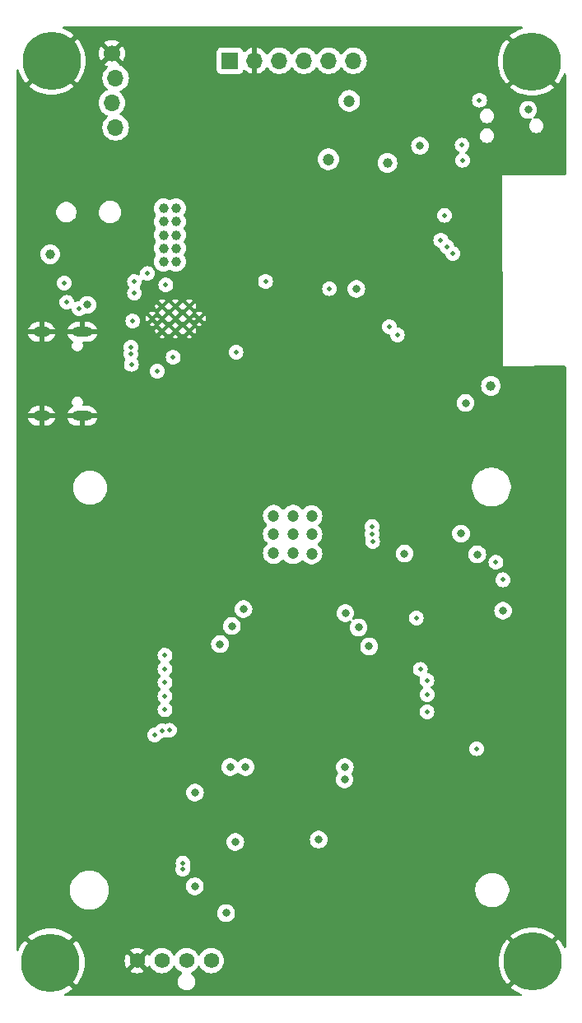
<source format=gbr>
%TF.GenerationSoftware,KiCad,Pcbnew,8.0.2*%
%TF.CreationDate,2024-06-10T18:46:56-04:00*%
%TF.ProjectId,bitaxeSupra,62697461-7865-4537-9570-72612e6b6963,rev?*%
%TF.SameCoordinates,Original*%
%TF.FileFunction,Copper,L2,Inr*%
%TF.FilePolarity,Positive*%
%FSLAX46Y46*%
G04 Gerber Fmt 4.6, Leading zero omitted, Abs format (unit mm)*
G04 Created by KiCad (PCBNEW 8.0.2) date 2024-06-10 18:46:56*
%MOMM*%
%LPD*%
G01*
G04 APERTURE LIST*
%TA.AperFunction,ComponentPad*%
%ADD10C,0.400000*%
%TD*%
%TA.AperFunction,ComponentPad*%
%ADD11C,0.800000*%
%TD*%
%TA.AperFunction,ComponentPad*%
%ADD12C,6.000000*%
%TD*%
%TA.AperFunction,ComponentPad*%
%ADD13R,1.700000X1.700000*%
%TD*%
%TA.AperFunction,ComponentPad*%
%ADD14O,1.700000X1.700000*%
%TD*%
%TA.AperFunction,ComponentPad*%
%ADD15C,1.574800*%
%TD*%
%TA.AperFunction,ComponentPad*%
%ADD16C,1.700000*%
%TD*%
%TA.AperFunction,ComponentPad*%
%ADD17O,1.800000X1.000000*%
%TD*%
%TA.AperFunction,ComponentPad*%
%ADD18O,2.100000X1.000000*%
%TD*%
%TA.AperFunction,ViaPad*%
%ADD19C,0.800000*%
%TD*%
%TA.AperFunction,ViaPad*%
%ADD20C,1.000000*%
%TD*%
%TA.AperFunction,ViaPad*%
%ADD21C,0.500000*%
%TD*%
%TA.AperFunction,ViaPad*%
%ADD22C,1.200000*%
%TD*%
G04 APERTURE END LIST*
D10*
%TO.N,GND*%
%TO.C,U2*%
X92180000Y-78870000D03*
X93580000Y-78870000D03*
X94980000Y-78870000D03*
X91180000Y-77590000D03*
X92180000Y-77590000D03*
X93580000Y-77590000D03*
X94980000Y-77590000D03*
X95980000Y-77590000D03*
X92180000Y-76310000D03*
X93580000Y-76310000D03*
X94980000Y-76310000D03*
%TD*%
D11*
%TO.N,GND*%
%TO.C,H1*%
X127985010Y-51120990D03*
X128644020Y-49530000D03*
X128644020Y-52711980D03*
X130235010Y-48870990D03*
D12*
X130235010Y-51120990D03*
D11*
X130235010Y-53370990D03*
X131826000Y-49530000D03*
X131826000Y-52711980D03*
X132485010Y-51120990D03*
%TD*%
%TO.N,GND*%
%TO.C,H3*%
X128052000Y-143728000D03*
X128711010Y-142137010D03*
X128711010Y-145318990D03*
X130302000Y-141478000D03*
D12*
X130302000Y-143728000D03*
D11*
X130302000Y-145978000D03*
X131892990Y-142137010D03*
X131892990Y-145318990D03*
X132552000Y-143728000D03*
%TD*%
D13*
%TO.N,/5V*%
%TO.C,J4*%
X99171505Y-51054000D03*
D14*
%TO.N,GND*%
X101711505Y-51054000D03*
%TO.N,Net-(J4-Pin_3)*%
X104251505Y-51054000D03*
%TO.N,Net-(J4-Pin_4)*%
X106791505Y-51054000D03*
%TO.N,Net-(J4-Pin_5)*%
X109331505Y-51054000D03*
%TO.N,Net-(J4-Pin_6)*%
X111871505Y-51054000D03*
%TD*%
D11*
%TO.N,GND*%
%TO.C,H4*%
X78455010Y-143830990D03*
X79114020Y-142240000D03*
X79114020Y-145421980D03*
X80705010Y-141580990D03*
D12*
X80705010Y-143830990D03*
D11*
X80705010Y-146080990D03*
X82296000Y-142240000D03*
X82296000Y-145421980D03*
X82955010Y-143830990D03*
%TD*%
%TO.N,GND*%
%TO.C,H2*%
X78558000Y-51054000D03*
X79217010Y-49463010D03*
X79217010Y-52644990D03*
X80808000Y-48804000D03*
D12*
X80808000Y-51054000D03*
D11*
X80808000Y-53304000D03*
X82398990Y-49463010D03*
X82398990Y-52644990D03*
X83058000Y-51054000D03*
%TD*%
D15*
%TO.N,GND*%
%TO.C,J6*%
X89621000Y-143622000D03*
%TO.N,/5V*%
X92161000Y-143622000D03*
%TO.N,/Fan/FAN_TACH*%
X94701000Y-143622000D03*
%TO.N,/Fan/FAN_PWM*%
X97241000Y-143622000D03*
%TD*%
D16*
%TO.N,GND*%
%TO.C,J3*%
X87005000Y-50292000D03*
D14*
%TO.N,/3V3*%
X87405000Y-52832000D03*
%TO.N,/SCL*%
X87005000Y-55372000D03*
%TO.N,/SDA*%
X87405000Y-57912000D03*
%TD*%
D17*
%TO.N,GND*%
%TO.C,J5*%
X79790000Y-87580000D03*
D18*
X83970000Y-87580000D03*
D17*
X79790000Y-78940000D03*
D18*
X83970000Y-78940000D03*
%TD*%
D19*
%TO.N,GND*%
X91790000Y-89910000D03*
X110930000Y-119290000D03*
X113580000Y-132650000D03*
X99600000Y-114090000D03*
X105580000Y-118749000D03*
D20*
X100043332Y-65740000D03*
D19*
X112180000Y-120800000D03*
D20*
X100093332Y-60280000D03*
D19*
X104640000Y-130470000D03*
X105540000Y-132550000D03*
D20*
X116540000Y-70920000D03*
X101416668Y-61640000D03*
D19*
X125600000Y-65940000D03*
X116770000Y-124080000D03*
X104088000Y-117780000D03*
D21*
X95080000Y-91220000D03*
D19*
X105556000Y-117786000D03*
D20*
X111860000Y-87470000D03*
D19*
X115260000Y-109040000D03*
X123750000Y-117530000D03*
D20*
X111860000Y-91040000D03*
D19*
X98450000Y-78230000D03*
X96070000Y-137650000D03*
X116050000Y-128010000D03*
D20*
X111860000Y-89030000D03*
D19*
X105580000Y-119790000D03*
X119270000Y-54220000D03*
X128130000Y-56090000D03*
D20*
X101370000Y-65740000D03*
D19*
X111730000Y-114130000D03*
D20*
X80680000Y-61050000D03*
X102050000Y-144400000D03*
D19*
X99550000Y-67970000D03*
X117090000Y-100360000D03*
D20*
X101356668Y-64450000D03*
D19*
X121580000Y-112400000D03*
D20*
X111860000Y-83000000D03*
X101420000Y-60280000D03*
D19*
X107100000Y-117750000D03*
X122640000Y-102460000D03*
X96070000Y-141200000D03*
D20*
X97440000Y-60280000D03*
D19*
X113180000Y-130220000D03*
D20*
X117910000Y-70950000D03*
D19*
X119280000Y-102930000D03*
X100965000Y-119265000D03*
D20*
X100050000Y-63040000D03*
X100030000Y-64450000D03*
D19*
X123710000Y-120230000D03*
X96600000Y-108920000D03*
X105580000Y-115626000D03*
X100490000Y-76620000D03*
X98460000Y-76630000D03*
X99490000Y-70390000D03*
X99390000Y-120780000D03*
D20*
X98766666Y-60280000D03*
D19*
X92680000Y-133370000D03*
X128690000Y-107620000D03*
X112512000Y-61250000D03*
X105580000Y-116667000D03*
X104560000Y-76600000D03*
D20*
X101376668Y-63040000D03*
X119454234Y-70914234D03*
X128020000Y-84450000D03*
X111860000Y-85460000D03*
D19*
X116990000Y-98200000D03*
D20*
X100090000Y-61640000D03*
D19*
X102570000Y-76600000D03*
X132297000Y-108743000D03*
X117550000Y-103000000D03*
X98460000Y-74920000D03*
D22*
%TO.N,/VDD*%
X103660000Y-97850000D03*
D21*
X120850000Y-69510000D03*
D22*
X103660000Y-99730000D03*
D19*
X84500000Y-76160000D03*
D22*
X107560000Y-97880000D03*
D21*
X99780000Y-81020000D03*
D22*
X105650000Y-101710000D03*
X103660000Y-101690000D03*
X105650000Y-99750000D03*
X107560000Y-101740000D03*
X105650000Y-97850000D03*
X107560000Y-99780000D03*
D21*
%TO.N,/ESP32/EN*%
X122101300Y-70905000D03*
X127228000Y-104448000D03*
D20*
%TO.N,/5V*%
X93620000Y-68975000D03*
X93620000Y-71720000D03*
X92330000Y-70347500D03*
D22*
X109280000Y-61185155D03*
D19*
X108290000Y-131179000D03*
D20*
X92330000Y-66230000D03*
X93620000Y-67602500D03*
X93620000Y-70347500D03*
X92330000Y-68975000D03*
D19*
X99710000Y-131420000D03*
D20*
X92330000Y-71720000D03*
X80680000Y-70950000D03*
X92330000Y-67602500D03*
D19*
X98770000Y-138720000D03*
D20*
X93620000Y-66230000D03*
D19*
%TO.N,/3V3*%
X129830000Y-56090000D03*
D20*
X126000000Y-84500000D03*
D19*
X123394000Y-86260000D03*
X112160000Y-74520000D03*
X95550000Y-135970000D03*
D22*
X111440000Y-55180000D03*
D19*
X122930000Y-99700000D03*
X118711400Y-59800000D03*
X127250000Y-107630000D03*
D20*
X115370000Y-61560000D03*
D19*
X95560000Y-126330000D03*
D21*
%TO.N,/TX*%
X116380000Y-79250000D03*
%TO.N,/RX*%
X115580000Y-78420000D03*
%TO.N,/RST*%
X121476817Y-70170000D03*
%TO.N,/SCL*%
X94317599Y-134229617D03*
X88970000Y-81220000D03*
%TO.N,Net-(U2-BP1V5)*%
X91690000Y-82980000D03*
X83660000Y-76570000D03*
%TO.N,/ESP32/P_TX*%
X123105000Y-61285000D03*
%TO.N,/ESP32/P_RX*%
X123040000Y-59730000D03*
%TO.N,/ESP32/IO0*%
X121244400Y-66945600D03*
X124830000Y-55100000D03*
X126520000Y-102640000D03*
%TO.N,Net-(U2-VDD5)*%
X92570000Y-74110000D03*
X102820000Y-73740000D03*
%TO.N,/Power/PGOOD*%
X89020000Y-82280000D03*
X109410000Y-74490000D03*
D19*
%TO.N,/BM1368/1V2*%
X110950000Y-124990000D03*
X124600000Y-101830000D03*
X117120000Y-101750000D03*
D21*
%TO.N,/SDA*%
X82130000Y-73910000D03*
X94340000Y-133580000D03*
X88990000Y-80510000D03*
X82390000Y-75900000D03*
D19*
%TO.N,Net-(U8-VDDIO_12_1)*%
X100770000Y-123700000D03*
%TO.N,Net-(U8-VDDIO_08_1)*%
X99180000Y-123710000D03*
D21*
%TO.N,Net-(U8-ROSC_SEL)*%
X119430000Y-116250000D03*
D19*
%TO.N,/BM1368/VDD3_0*%
X113470000Y-111290000D03*
%TO.N,/BM1368/VDD2_0*%
X112390000Y-109350000D03*
%TO.N,/BM1368/0V8*%
X110970000Y-123700000D03*
%TO.N,/BM1368/VDD1_0*%
X111030000Y-107870000D03*
%TO.N,/BM1368/VDD1_1*%
X100553800Y-107457400D03*
D21*
%TO.N,Net-(U8-LITE_PAD)*%
X119420000Y-118020000D03*
D19*
%TO.N,/BM1368/VDD2_1*%
X99360000Y-109210000D03*
%TO.N,/BM1368/VDD3_1*%
X98140000Y-111060000D03*
D21*
%TO.N,/BM1368/BI*%
X119420000Y-114790000D03*
%TO.N,Net-(U8-INV_CLKO)*%
X124540000Y-121820000D03*
%TO.N,/BM1368/CLKI*%
X118740000Y-113660000D03*
%TO.N,/BM1368/BO*%
X92480000Y-117815712D03*
%TO.N,/BM1368/CI*%
X113770000Y-99770000D03*
%TO.N,/BM1368/RO*%
X113830000Y-100500000D03*
X118320000Y-108370000D03*
%TO.N,/BM1368/RST_N*%
X113800000Y-98950000D03*
%TO.N,/BM1368/NRSTO*%
X92480000Y-112210000D03*
%TO.N,/BM1368/RI*%
X92480000Y-115012856D03*
%TO.N,/BM1368/CLKO*%
X92480000Y-116414284D03*
%TO.N,/BM1368/CO*%
X92480000Y-113611428D03*
%TO.N,/BM1368/PIN_MODE*%
X91400000Y-120430000D03*
%TO.N,/Fan/TEMP_N*%
X92180000Y-119960000D03*
%TO.N,/Fan/TEMP_P*%
X92940000Y-119930000D03*
%TO.N,/Power/AGND*%
X89340000Y-73770000D03*
X89170000Y-77830000D03*
X90680000Y-72940000D03*
X89340000Y-74960000D03*
%TO.N,/Power/PMB_ALRT*%
X93330000Y-81550000D03*
%TD*%
%TA.AperFunction,Conductor*%
%TO.N,GND*%
G36*
X129223807Y-47542002D02*
G01*
X129270300Y-47595658D01*
X129280404Y-47665932D01*
X129250910Y-47730512D01*
X129191184Y-47768896D01*
X129188297Y-47769707D01*
X129149499Y-47780102D01*
X129149486Y-47780106D01*
X128806229Y-47911870D01*
X128806221Y-47911874D01*
X128478612Y-48078799D01*
X128478606Y-48078802D01*
X128170237Y-48279058D01*
X128170232Y-48279062D01*
X127939297Y-48466068D01*
X129369180Y-49895950D01*
X129257826Y-49976854D01*
X129090874Y-50143806D01*
X129009970Y-50255159D01*
X128235083Y-49480272D01*
X128394020Y-49480272D01*
X128394020Y-49579728D01*
X128432080Y-49671614D01*
X128502406Y-49741940D01*
X128594292Y-49780000D01*
X128693748Y-49780000D01*
X128785634Y-49741940D01*
X128855960Y-49671614D01*
X128894020Y-49579728D01*
X128894020Y-49480272D01*
X128855960Y-49388386D01*
X128785634Y-49318060D01*
X128693748Y-49280000D01*
X128594292Y-49280000D01*
X128502406Y-49318060D01*
X128432080Y-49388386D01*
X128394020Y-49480272D01*
X128235083Y-49480272D01*
X127580088Y-48825277D01*
X127393082Y-49056212D01*
X127393078Y-49056217D01*
X127192822Y-49364586D01*
X127192819Y-49364592D01*
X127025894Y-49692201D01*
X127025890Y-49692209D01*
X126894126Y-50035466D01*
X126894122Y-50035479D01*
X126798958Y-50390636D01*
X126741438Y-50753807D01*
X126722196Y-51120982D01*
X126722196Y-51120997D01*
X126741438Y-51488172D01*
X126798958Y-51851343D01*
X126894122Y-52206500D01*
X126894126Y-52206513D01*
X127025890Y-52549770D01*
X127025894Y-52549778D01*
X127192819Y-52877387D01*
X127192822Y-52877393D01*
X127393087Y-53185774D01*
X127393091Y-53185779D01*
X127580087Y-53416700D01*
X127580088Y-53416701D01*
X128334537Y-52662252D01*
X128394020Y-52662252D01*
X128394020Y-52761708D01*
X128432080Y-52853594D01*
X128502406Y-52923920D01*
X128594292Y-52961980D01*
X128693748Y-52961980D01*
X128785634Y-52923920D01*
X128855960Y-52853594D01*
X128894020Y-52761708D01*
X128894020Y-52662252D01*
X128855960Y-52570366D01*
X128785634Y-52500040D01*
X128693748Y-52461980D01*
X128594292Y-52461980D01*
X128502406Y-52500040D01*
X128432080Y-52570366D01*
X128394020Y-52662252D01*
X128334537Y-52662252D01*
X129009970Y-51986819D01*
X129090874Y-52098174D01*
X129257826Y-52265126D01*
X129369179Y-52346028D01*
X127939297Y-53775910D01*
X127939298Y-53775911D01*
X128170220Y-53962908D01*
X128170225Y-53962912D01*
X128478606Y-54163177D01*
X128478612Y-54163180D01*
X128806221Y-54330105D01*
X128806229Y-54330109D01*
X129149486Y-54461873D01*
X129149499Y-54461877D01*
X129504656Y-54557041D01*
X129867827Y-54614561D01*
X130235003Y-54633804D01*
X130235017Y-54633804D01*
X130602192Y-54614561D01*
X130965363Y-54557041D01*
X131320520Y-54461877D01*
X131320533Y-54461873D01*
X131663790Y-54330109D01*
X131663798Y-54330105D01*
X131991407Y-54163180D01*
X131991413Y-54163177D01*
X132299792Y-53962914D01*
X132530721Y-53775910D01*
X131417063Y-52662252D01*
X131576000Y-52662252D01*
X131576000Y-52761708D01*
X131614060Y-52853594D01*
X131684386Y-52923920D01*
X131776272Y-52961980D01*
X131875728Y-52961980D01*
X131967614Y-52923920D01*
X132037940Y-52853594D01*
X132076000Y-52761708D01*
X132076000Y-52662252D01*
X132037940Y-52570366D01*
X131967614Y-52500040D01*
X131875728Y-52461980D01*
X131776272Y-52461980D01*
X131684386Y-52500040D01*
X131614060Y-52570366D01*
X131576000Y-52662252D01*
X131417063Y-52662252D01*
X131100840Y-52346029D01*
X131212194Y-52265126D01*
X131379146Y-52098174D01*
X131460049Y-51986819D01*
X132889930Y-53416701D01*
X133076934Y-53185772D01*
X133277197Y-52877393D01*
X133277200Y-52877387D01*
X133444125Y-52549778D01*
X133444129Y-52549770D01*
X133488369Y-52434521D01*
X133531454Y-52378093D01*
X133598208Y-52353916D01*
X133667435Y-52369667D01*
X133717157Y-52420345D01*
X133732000Y-52479675D01*
X133732000Y-62672096D01*
X133711998Y-62740217D01*
X133658342Y-62786710D01*
X133606621Y-62798094D01*
X127129999Y-62829999D01*
X127239999Y-82460000D01*
X127240000Y-82460000D01*
X133605387Y-82428835D01*
X133673601Y-82448502D01*
X133720356Y-82501929D01*
X133732000Y-82554832D01*
X133732000Y-142207892D01*
X133711998Y-142276013D01*
X133658342Y-142322506D01*
X133588068Y-142332610D01*
X133523488Y-142303116D01*
X133493733Y-142265095D01*
X133344191Y-141971602D01*
X133344187Y-141971596D01*
X133143922Y-141663215D01*
X133143918Y-141663210D01*
X132956921Y-141432288D01*
X132956920Y-141432287D01*
X131527039Y-142862169D01*
X131446136Y-142750816D01*
X131279184Y-142583864D01*
X131167829Y-142502960D01*
X131583507Y-142087282D01*
X131642990Y-142087282D01*
X131642990Y-142186738D01*
X131681050Y-142278624D01*
X131751376Y-142348950D01*
X131843262Y-142387010D01*
X131942718Y-142387010D01*
X132034604Y-142348950D01*
X132104930Y-142278624D01*
X132142990Y-142186738D01*
X132142990Y-142087282D01*
X132104930Y-141995396D01*
X132034604Y-141925070D01*
X131942718Y-141887010D01*
X131843262Y-141887010D01*
X131751376Y-141925070D01*
X131681050Y-141995396D01*
X131642990Y-142087282D01*
X131583507Y-142087282D01*
X132597711Y-141073078D01*
X132597710Y-141073077D01*
X132366789Y-140886081D01*
X132366784Y-140886077D01*
X132058403Y-140685812D01*
X132058397Y-140685809D01*
X131730788Y-140518884D01*
X131730780Y-140518880D01*
X131387523Y-140387116D01*
X131387510Y-140387112D01*
X131032353Y-140291948D01*
X130669182Y-140234428D01*
X130302007Y-140215186D01*
X130301993Y-140215186D01*
X129934817Y-140234428D01*
X129571646Y-140291948D01*
X129216489Y-140387112D01*
X129216476Y-140387116D01*
X128873219Y-140518880D01*
X128873211Y-140518884D01*
X128545602Y-140685809D01*
X128545596Y-140685812D01*
X128237227Y-140886068D01*
X128237222Y-140886072D01*
X128006287Y-141073078D01*
X129436169Y-142502960D01*
X129324816Y-142583864D01*
X129157864Y-142750816D01*
X129076960Y-142862169D01*
X128302073Y-142087282D01*
X128461010Y-142087282D01*
X128461010Y-142186738D01*
X128499070Y-142278624D01*
X128569396Y-142348950D01*
X128661282Y-142387010D01*
X128760738Y-142387010D01*
X128852624Y-142348950D01*
X128922950Y-142278624D01*
X128961010Y-142186738D01*
X128961010Y-142087282D01*
X128922950Y-141995396D01*
X128852624Y-141925070D01*
X128760738Y-141887010D01*
X128661282Y-141887010D01*
X128569396Y-141925070D01*
X128499070Y-141995396D01*
X128461010Y-142087282D01*
X128302073Y-142087282D01*
X127647078Y-141432287D01*
X127460072Y-141663222D01*
X127460068Y-141663227D01*
X127259812Y-141971596D01*
X127259809Y-141971602D01*
X127092884Y-142299211D01*
X127092880Y-142299219D01*
X126961116Y-142642476D01*
X126961112Y-142642489D01*
X126865948Y-142997646D01*
X126808428Y-143360817D01*
X126789186Y-143727992D01*
X126789186Y-143728007D01*
X126808428Y-144095182D01*
X126865948Y-144458353D01*
X126961112Y-144813510D01*
X126961116Y-144813523D01*
X127092880Y-145156780D01*
X127092884Y-145156788D01*
X127259809Y-145484397D01*
X127259812Y-145484403D01*
X127460077Y-145792784D01*
X127460081Y-145792789D01*
X127647077Y-146023710D01*
X127647078Y-146023711D01*
X128401527Y-145269262D01*
X128461010Y-145269262D01*
X128461010Y-145368718D01*
X128499070Y-145460604D01*
X128569396Y-145530930D01*
X128661282Y-145568990D01*
X128760738Y-145568990D01*
X128852624Y-145530930D01*
X128922950Y-145460604D01*
X128961010Y-145368718D01*
X128961010Y-145269262D01*
X128922950Y-145177376D01*
X128852624Y-145107050D01*
X128760738Y-145068990D01*
X128661282Y-145068990D01*
X128569396Y-145107050D01*
X128499070Y-145177376D01*
X128461010Y-145269262D01*
X128401527Y-145269262D01*
X129076960Y-144593829D01*
X129157864Y-144705184D01*
X129324816Y-144872136D01*
X129436169Y-144953039D01*
X128006287Y-146382920D01*
X128006288Y-146382921D01*
X128237210Y-146569918D01*
X128237215Y-146569922D01*
X128545596Y-146770187D01*
X128545602Y-146770190D01*
X128873211Y-146937115D01*
X128873219Y-146937119D01*
X129142195Y-147040369D01*
X129198623Y-147083455D01*
X129222800Y-147150208D01*
X129207049Y-147219435D01*
X129156371Y-147269157D01*
X129097041Y-147284000D01*
X82253415Y-147284000D01*
X82185294Y-147263998D01*
X82169062Y-147251597D01*
X82142526Y-147227680D01*
X82105318Y-147167217D01*
X82106706Y-147096234D01*
X82146249Y-147037269D01*
X82169683Y-147021821D01*
X82461399Y-146873185D01*
X82461413Y-146873177D01*
X82769792Y-146672914D01*
X83000721Y-146485910D01*
X81887062Y-145372252D01*
X82046000Y-145372252D01*
X82046000Y-145471708D01*
X82084060Y-145563594D01*
X82154386Y-145633920D01*
X82246272Y-145671980D01*
X82345728Y-145671980D01*
X82437614Y-145633920D01*
X82507940Y-145563594D01*
X82546000Y-145471708D01*
X82546000Y-145372252D01*
X82507940Y-145280366D01*
X82437614Y-145210040D01*
X82345728Y-145171980D01*
X82246272Y-145171980D01*
X82154386Y-145210040D01*
X82084060Y-145280366D01*
X82046000Y-145372252D01*
X81887062Y-145372252D01*
X81570839Y-145056029D01*
X81682194Y-144975126D01*
X81849146Y-144808174D01*
X81930049Y-144696820D01*
X83359930Y-146126701D01*
X83546934Y-145895772D01*
X83747197Y-145587393D01*
X83747200Y-145587387D01*
X83914125Y-145259778D01*
X83914129Y-145259770D01*
X84045893Y-144916513D01*
X84045897Y-144916500D01*
X84141061Y-144561343D01*
X84198581Y-144198172D01*
X84217824Y-143830997D01*
X84217824Y-143830982D01*
X84206872Y-143622000D01*
X88320652Y-143622000D01*
X88340407Y-143847802D01*
X88399072Y-144066742D01*
X88399074Y-144066747D01*
X88494867Y-144272175D01*
X88542947Y-144340841D01*
X89109570Y-143774218D01*
X89123950Y-143827885D01*
X89194174Y-143949515D01*
X89293485Y-144048826D01*
X89415115Y-144119050D01*
X89468779Y-144133429D01*
X88902157Y-144700051D01*
X88902157Y-144700053D01*
X88970822Y-144748132D01*
X89176251Y-144843925D01*
X89176257Y-144843927D01*
X89395197Y-144902592D01*
X89621000Y-144922347D01*
X89846802Y-144902592D01*
X90065742Y-144843927D01*
X90065748Y-144843925D01*
X90271169Y-144748136D01*
X90339841Y-144700051D01*
X90339841Y-144700050D01*
X89773220Y-144133429D01*
X89826885Y-144119050D01*
X89948515Y-144048826D01*
X90047826Y-143949515D01*
X90118050Y-143827885D01*
X90132429Y-143774220D01*
X90699050Y-144340841D01*
X90699051Y-144340841D01*
X90747138Y-144272166D01*
X90747139Y-144272164D01*
X90776528Y-144209138D01*
X90823444Y-144155852D01*
X90891721Y-144136390D01*
X90959681Y-144156931D01*
X91004917Y-144209135D01*
X91034429Y-144272423D01*
X91082336Y-144340841D01*
X91164491Y-144458170D01*
X91324830Y-144618509D01*
X91510575Y-144748569D01*
X91716083Y-144844399D01*
X91935110Y-144903087D01*
X92161000Y-144922850D01*
X92386890Y-144903087D01*
X92605917Y-144844399D01*
X92811425Y-144748569D01*
X92997170Y-144618509D01*
X93157509Y-144458170D01*
X93287569Y-144272425D01*
X93316805Y-144209727D01*
X93363722Y-144156443D01*
X93431999Y-144136982D01*
X93499959Y-144157524D01*
X93545194Y-144209727D01*
X93574431Y-144272425D01*
X93704491Y-144458170D01*
X93864830Y-144618509D01*
X94050575Y-144748569D01*
X94189513Y-144813356D01*
X94242797Y-144860273D01*
X94262258Y-144928550D01*
X94241716Y-144996510D01*
X94206265Y-145032315D01*
X94128434Y-145084321D01*
X94128425Y-145084328D01*
X94003327Y-145209426D01*
X94003322Y-145209432D01*
X93905025Y-145356544D01*
X93837319Y-145520000D01*
X93837317Y-145520005D01*
X93802800Y-145693533D01*
X93802800Y-145870468D01*
X93814298Y-145928272D01*
X93837317Y-146043996D01*
X93905025Y-146207458D01*
X93918751Y-146228000D01*
X94003322Y-146354569D01*
X94003327Y-146354575D01*
X94128425Y-146479673D01*
X94128431Y-146479678D01*
X94275543Y-146577976D01*
X94439005Y-146645684D01*
X94612535Y-146680201D01*
X94612536Y-146680201D01*
X94789464Y-146680201D01*
X94789465Y-146680201D01*
X94962995Y-146645684D01*
X95126457Y-146577976D01*
X95273569Y-146479678D01*
X95398677Y-146354570D01*
X95496975Y-146207458D01*
X95564683Y-146043996D01*
X95599200Y-145870466D01*
X95599200Y-145693536D01*
X95564683Y-145520006D01*
X95496975Y-145356544D01*
X95398677Y-145209432D01*
X95398672Y-145209426D01*
X95273572Y-145084326D01*
X95195734Y-145032316D01*
X95150207Y-144977838D01*
X95141360Y-144907395D01*
X95172001Y-144843351D01*
X95212486Y-144813357D01*
X95351425Y-144748569D01*
X95537170Y-144618509D01*
X95697509Y-144458170D01*
X95827569Y-144272425D01*
X95856805Y-144209727D01*
X95903722Y-144156443D01*
X95971999Y-144136982D01*
X96039959Y-144157524D01*
X96085194Y-144209727D01*
X96114431Y-144272425D01*
X96244491Y-144458170D01*
X96404830Y-144618509D01*
X96590575Y-144748569D01*
X96796083Y-144844399D01*
X97015110Y-144903087D01*
X97241000Y-144922850D01*
X97466890Y-144903087D01*
X97685917Y-144844399D01*
X97891425Y-144748569D01*
X98077170Y-144618509D01*
X98237509Y-144458170D01*
X98367569Y-144272425D01*
X98463399Y-144066917D01*
X98522087Y-143847890D01*
X98541850Y-143622000D01*
X98522087Y-143396110D01*
X98463399Y-143177083D01*
X98367569Y-142971575D01*
X98237509Y-142785830D01*
X98077170Y-142625491D01*
X98017720Y-142583864D01*
X97891425Y-142495431D01*
X97685920Y-142399602D01*
X97685915Y-142399600D01*
X97567700Y-142367925D01*
X97466890Y-142340913D01*
X97241000Y-142321150D01*
X97015110Y-142340913D01*
X96956423Y-142356638D01*
X96796084Y-142399600D01*
X96796079Y-142399602D01*
X96590574Y-142495431D01*
X96404833Y-142625488D01*
X96404827Y-142625493D01*
X96244493Y-142785827D01*
X96244488Y-142785833D01*
X96114431Y-142971574D01*
X96085195Y-143034271D01*
X96038277Y-143087556D01*
X95970000Y-143107017D01*
X95902040Y-143086475D01*
X95856805Y-143034271D01*
X95839726Y-142997646D01*
X95827569Y-142971575D01*
X95697509Y-142785830D01*
X95537170Y-142625491D01*
X95477720Y-142583864D01*
X95351425Y-142495431D01*
X95145920Y-142399602D01*
X95145915Y-142399600D01*
X95027700Y-142367925D01*
X94926890Y-142340913D01*
X94701000Y-142321150D01*
X94475110Y-142340913D01*
X94416423Y-142356638D01*
X94256084Y-142399600D01*
X94256079Y-142399602D01*
X94050574Y-142495431D01*
X93864833Y-142625488D01*
X93864827Y-142625493D01*
X93704493Y-142785827D01*
X93704488Y-142785833D01*
X93574431Y-142971574D01*
X93545195Y-143034271D01*
X93498277Y-143087556D01*
X93430000Y-143107017D01*
X93362040Y-143086475D01*
X93316805Y-143034271D01*
X93299726Y-142997646D01*
X93287569Y-142971575D01*
X93157509Y-142785830D01*
X92997170Y-142625491D01*
X92937720Y-142583864D01*
X92811425Y-142495431D01*
X92605920Y-142399602D01*
X92605915Y-142399600D01*
X92487700Y-142367925D01*
X92386890Y-142340913D01*
X92161000Y-142321150D01*
X91935110Y-142340913D01*
X91876423Y-142356638D01*
X91716084Y-142399600D01*
X91716079Y-142399602D01*
X91510574Y-142495431D01*
X91324833Y-142625488D01*
X91324827Y-142625493D01*
X91164493Y-142785827D01*
X91164488Y-142785833D01*
X91034430Y-142971575D01*
X91004917Y-143034865D01*
X90957999Y-143088149D01*
X90889721Y-143107609D01*
X90821762Y-143087066D01*
X90776528Y-143034862D01*
X90747134Y-142971825D01*
X90747132Y-142971822D01*
X90699053Y-142903157D01*
X90699051Y-142903157D01*
X90132429Y-143469779D01*
X90118050Y-143416115D01*
X90047826Y-143294485D01*
X89948515Y-143195174D01*
X89826885Y-143124950D01*
X89773219Y-143110570D01*
X90339841Y-142543947D01*
X90271175Y-142495867D01*
X90065747Y-142400074D01*
X90065742Y-142400072D01*
X89846802Y-142341407D01*
X89621000Y-142321652D01*
X89395197Y-142341407D01*
X89176257Y-142400072D01*
X89176252Y-142400074D01*
X88970824Y-142495867D01*
X88902156Y-142543947D01*
X89468779Y-143110570D01*
X89415115Y-143124950D01*
X89293485Y-143195174D01*
X89194174Y-143294485D01*
X89123950Y-143416115D01*
X89109570Y-143469779D01*
X88542947Y-142903156D01*
X88494867Y-142971824D01*
X88399074Y-143177252D01*
X88399072Y-143177257D01*
X88340407Y-143396197D01*
X88320652Y-143622000D01*
X84206872Y-143622000D01*
X84198581Y-143463807D01*
X84141061Y-143100636D01*
X84045897Y-142745479D01*
X84045893Y-142745466D01*
X83914129Y-142402209D01*
X83914125Y-142402201D01*
X83747200Y-142074592D01*
X83747197Y-142074586D01*
X83546932Y-141766205D01*
X83546928Y-141766200D01*
X83359931Y-141535278D01*
X83359930Y-141535277D01*
X81930048Y-142965158D01*
X81849146Y-142853806D01*
X81682194Y-142686854D01*
X81570839Y-142605950D01*
X81986517Y-142190272D01*
X82046000Y-142190272D01*
X82046000Y-142289728D01*
X82084060Y-142381614D01*
X82154386Y-142451940D01*
X82246272Y-142490000D01*
X82345728Y-142490000D01*
X82437614Y-142451940D01*
X82507940Y-142381614D01*
X82546000Y-142289728D01*
X82546000Y-142190272D01*
X82507940Y-142098386D01*
X82437614Y-142028060D01*
X82345728Y-141990000D01*
X82246272Y-141990000D01*
X82154386Y-142028060D01*
X82084060Y-142098386D01*
X82046000Y-142190272D01*
X81986517Y-142190272D01*
X83000721Y-141176068D01*
X83000720Y-141176067D01*
X82769799Y-140989071D01*
X82769794Y-140989067D01*
X82461413Y-140788802D01*
X82461407Y-140788799D01*
X82133798Y-140621874D01*
X82133790Y-140621870D01*
X81790533Y-140490106D01*
X81790520Y-140490102D01*
X81435363Y-140394938D01*
X81072192Y-140337418D01*
X80705017Y-140318176D01*
X80705003Y-140318176D01*
X80337827Y-140337418D01*
X79974656Y-140394938D01*
X79619499Y-140490102D01*
X79619486Y-140490106D01*
X79276229Y-140621870D01*
X79276221Y-140621874D01*
X78948612Y-140788799D01*
X78948606Y-140788802D01*
X78640237Y-140989058D01*
X78640232Y-140989062D01*
X78409297Y-141176068D01*
X79839179Y-142605950D01*
X79727826Y-142686854D01*
X79560874Y-142853806D01*
X79479970Y-142965160D01*
X78705083Y-142190272D01*
X78864020Y-142190272D01*
X78864020Y-142289728D01*
X78902080Y-142381614D01*
X78972406Y-142451940D01*
X79064292Y-142490000D01*
X79163748Y-142490000D01*
X79255634Y-142451940D01*
X79325960Y-142381614D01*
X79364020Y-142289728D01*
X79364020Y-142190272D01*
X79325960Y-142098386D01*
X79255634Y-142028060D01*
X79163748Y-141990000D01*
X79064292Y-141990000D01*
X78972406Y-142028060D01*
X78902080Y-142098386D01*
X78864020Y-142190272D01*
X78705083Y-142190272D01*
X78050088Y-141535277D01*
X77863082Y-141766212D01*
X77863078Y-141766217D01*
X77662822Y-142074586D01*
X77662819Y-142074592D01*
X77495894Y-142402201D01*
X77495890Y-142402209D01*
X77432631Y-142567007D01*
X77389545Y-142623435D01*
X77322792Y-142647612D01*
X77253565Y-142631861D01*
X77203843Y-142581183D01*
X77189000Y-142521853D01*
X77189000Y-138720000D01*
X97856496Y-138720000D01*
X97876457Y-138909927D01*
X97906526Y-139002470D01*
X97935473Y-139091556D01*
X97935476Y-139091561D01*
X98030958Y-139256941D01*
X98030965Y-139256951D01*
X98158744Y-139398864D01*
X98158747Y-139398866D01*
X98313248Y-139511118D01*
X98487712Y-139588794D01*
X98674513Y-139628500D01*
X98865487Y-139628500D01*
X99052288Y-139588794D01*
X99226752Y-139511118D01*
X99381253Y-139398866D01*
X99509040Y-139256944D01*
X99604527Y-139091556D01*
X99663542Y-138909928D01*
X99683504Y-138720000D01*
X99663542Y-138530072D01*
X99604527Y-138348444D01*
X99509040Y-138183056D01*
X99509038Y-138183054D01*
X99509034Y-138183048D01*
X99381255Y-138041135D01*
X99226752Y-137928882D01*
X99052288Y-137851206D01*
X98865487Y-137811500D01*
X98674513Y-137811500D01*
X98487711Y-137851206D01*
X98313247Y-137928882D01*
X98158744Y-138041135D01*
X98030965Y-138183048D01*
X98030958Y-138183058D01*
X97935476Y-138348438D01*
X97935473Y-138348445D01*
X97876457Y-138530072D01*
X97856496Y-138720000D01*
X77189000Y-138720000D01*
X77189000Y-136228878D01*
X82709500Y-136228878D01*
X82709500Y-136491121D01*
X82743728Y-136751108D01*
X82743729Y-136751114D01*
X82743730Y-136751116D01*
X82811602Y-137004419D01*
X82911957Y-137246697D01*
X82911958Y-137246698D01*
X82911963Y-137246709D01*
X83043073Y-137473799D01*
X83043077Y-137473805D01*
X83202710Y-137681842D01*
X83202729Y-137681863D01*
X83388136Y-137867270D01*
X83388157Y-137867289D01*
X83596194Y-138026922D01*
X83596200Y-138026926D01*
X83823290Y-138158036D01*
X83823294Y-138158037D01*
X83823303Y-138158043D01*
X84065581Y-138258398D01*
X84318884Y-138326270D01*
X84318890Y-138326270D01*
X84318891Y-138326271D01*
X84343900Y-138329563D01*
X84578880Y-138360500D01*
X84578887Y-138360500D01*
X84841113Y-138360500D01*
X84841120Y-138360500D01*
X85101116Y-138326270D01*
X85354419Y-138258398D01*
X85596697Y-138158043D01*
X85823803Y-138026924D01*
X86031851Y-137867282D01*
X86217282Y-137681851D01*
X86376924Y-137473803D01*
X86508043Y-137246697D01*
X86608398Y-137004419D01*
X86676270Y-136751116D01*
X86710500Y-136491120D01*
X86710500Y-136228880D01*
X86676417Y-135970000D01*
X94636496Y-135970000D01*
X94656457Y-136159927D01*
X94678861Y-136228878D01*
X94715473Y-136341556D01*
X94715476Y-136341561D01*
X94810958Y-136506941D01*
X94810965Y-136506951D01*
X94938744Y-136648864D01*
X94938747Y-136648866D01*
X95093248Y-136761118D01*
X95267712Y-136838794D01*
X95454513Y-136878500D01*
X95645487Y-136878500D01*
X95832288Y-136838794D01*
X96006752Y-136761118D01*
X96161253Y-136648866D01*
X96289040Y-136506944D01*
X96384527Y-136341556D01*
X96419064Y-136235263D01*
X124379500Y-136235263D01*
X124379500Y-136464736D01*
X124409450Y-136692231D01*
X124409452Y-136692238D01*
X124468842Y-136913887D01*
X124556656Y-137125888D01*
X124556657Y-137125889D01*
X124556662Y-137125900D01*
X124671386Y-137324608D01*
X124671391Y-137324615D01*
X124811073Y-137506652D01*
X124811092Y-137506673D01*
X124973326Y-137668907D01*
X124973347Y-137668926D01*
X125155384Y-137808608D01*
X125155391Y-137808613D01*
X125354099Y-137923337D01*
X125354103Y-137923338D01*
X125354112Y-137923344D01*
X125566113Y-138011158D01*
X125787762Y-138070548D01*
X125787766Y-138070548D01*
X125787768Y-138070549D01*
X125846398Y-138078267D01*
X126015266Y-138100500D01*
X126015273Y-138100500D01*
X126244727Y-138100500D01*
X126244734Y-138100500D01*
X126450345Y-138073430D01*
X126472231Y-138070549D01*
X126472231Y-138070548D01*
X126472238Y-138070548D01*
X126693887Y-138011158D01*
X126905888Y-137923344D01*
X127104612Y-137808611D01*
X127286661Y-137668919D01*
X127448919Y-137506661D01*
X127588611Y-137324612D01*
X127703344Y-137125888D01*
X127791158Y-136913887D01*
X127850548Y-136692238D01*
X127880500Y-136464734D01*
X127880500Y-136235266D01*
X127850548Y-136007762D01*
X127791158Y-135786113D01*
X127703344Y-135574112D01*
X127703338Y-135574103D01*
X127703337Y-135574099D01*
X127588613Y-135375391D01*
X127588608Y-135375384D01*
X127448926Y-135193347D01*
X127448907Y-135193326D01*
X127286673Y-135031092D01*
X127286652Y-135031073D01*
X127104615Y-134891391D01*
X127104608Y-134891386D01*
X126905900Y-134776662D01*
X126905892Y-134776658D01*
X126905888Y-134776656D01*
X126693887Y-134688842D01*
X126472238Y-134629452D01*
X126472231Y-134629450D01*
X126244736Y-134599500D01*
X126244734Y-134599500D01*
X126015266Y-134599500D01*
X126015263Y-134599500D01*
X125787768Y-134629450D01*
X125566113Y-134688842D01*
X125555899Y-134693073D01*
X125354110Y-134776657D01*
X125354099Y-134776662D01*
X125155391Y-134891386D01*
X125155384Y-134891391D01*
X124973347Y-135031073D01*
X124973326Y-135031092D01*
X124811092Y-135193326D01*
X124811073Y-135193347D01*
X124671391Y-135375384D01*
X124671386Y-135375391D01*
X124556662Y-135574099D01*
X124556657Y-135574110D01*
X124468842Y-135786113D01*
X124409450Y-136007768D01*
X124379500Y-136235263D01*
X96419064Y-136235263D01*
X96443542Y-136159928D01*
X96463504Y-135970000D01*
X96443542Y-135780072D01*
X96384527Y-135598444D01*
X96289040Y-135433056D01*
X96289038Y-135433054D01*
X96289034Y-135433048D01*
X96161255Y-135291135D01*
X96006752Y-135178882D01*
X95832288Y-135101206D01*
X95645487Y-135061500D01*
X95454513Y-135061500D01*
X95267711Y-135101206D01*
X95093247Y-135178882D01*
X94938744Y-135291135D01*
X94810965Y-135433048D01*
X94810958Y-135433058D01*
X94715476Y-135598438D01*
X94715473Y-135598445D01*
X94656457Y-135780072D01*
X94636496Y-135970000D01*
X86676417Y-135970000D01*
X86676270Y-135968884D01*
X86608398Y-135715581D01*
X86508043Y-135473303D01*
X86508037Y-135473294D01*
X86508036Y-135473290D01*
X86376926Y-135246200D01*
X86376922Y-135246194D01*
X86217289Y-135038157D01*
X86217270Y-135038136D01*
X86031863Y-134852729D01*
X86031842Y-134852710D01*
X85823805Y-134693077D01*
X85823799Y-134693073D01*
X85596709Y-134561963D01*
X85596701Y-134561959D01*
X85596697Y-134561957D01*
X85354419Y-134461602D01*
X85101116Y-134393730D01*
X85101114Y-134393729D01*
X85101108Y-134393728D01*
X84841121Y-134359500D01*
X84841120Y-134359500D01*
X84578880Y-134359500D01*
X84578878Y-134359500D01*
X84318891Y-134393728D01*
X84297473Y-134399467D01*
X84065581Y-134461602D01*
X83826097Y-134560800D01*
X83823301Y-134561958D01*
X83823290Y-134561963D01*
X83596200Y-134693073D01*
X83596194Y-134693077D01*
X83388157Y-134852710D01*
X83388136Y-134852729D01*
X83202729Y-135038136D01*
X83202710Y-135038157D01*
X83043077Y-135246194D01*
X83043073Y-135246200D01*
X82911963Y-135473290D01*
X82911958Y-135473301D01*
X82911957Y-135473303D01*
X82860124Y-135598438D01*
X82811602Y-135715581D01*
X82743728Y-135968891D01*
X82709500Y-136228878D01*
X77189000Y-136228878D01*
X77189000Y-134229617D01*
X93554300Y-134229617D01*
X93573436Y-134399465D01*
X93629889Y-134560799D01*
X93720830Y-134705529D01*
X93841686Y-134826385D01*
X93841688Y-134826386D01*
X93841690Y-134826388D01*
X93986416Y-134917326D01*
X94147749Y-134973779D01*
X94147748Y-134973779D01*
X94164947Y-134975716D01*
X94317599Y-134992916D01*
X94487449Y-134973779D01*
X94648782Y-134917326D01*
X94793508Y-134826388D01*
X94914370Y-134705526D01*
X95005308Y-134560800D01*
X95061761Y-134399467D01*
X95080898Y-134229617D01*
X95061761Y-134059767D01*
X95033300Y-133978432D01*
X95029681Y-133907529D01*
X95033301Y-133895203D01*
X95084161Y-133749852D01*
X95084162Y-133749850D01*
X95103299Y-133580000D01*
X95084162Y-133410150D01*
X95027709Y-133248817D01*
X94936771Y-133104091D01*
X94936769Y-133104089D01*
X94936768Y-133104087D01*
X94815912Y-132983231D01*
X94671182Y-132892290D01*
X94571270Y-132857330D01*
X94509850Y-132835838D01*
X94509848Y-132835837D01*
X94509850Y-132835837D01*
X94340000Y-132816701D01*
X94170151Y-132835837D01*
X94008817Y-132892290D01*
X93864087Y-132983231D01*
X93743231Y-133104087D01*
X93652290Y-133248817D01*
X93595837Y-133410151D01*
X93576701Y-133580000D01*
X93595838Y-133749852D01*
X93595837Y-133749852D01*
X93624297Y-133831184D01*
X93627917Y-133902088D01*
X93624298Y-133914413D01*
X93573436Y-134059771D01*
X93554300Y-134229617D01*
X77189000Y-134229617D01*
X77189000Y-131420000D01*
X98796496Y-131420000D01*
X98816457Y-131609927D01*
X98846526Y-131702470D01*
X98875473Y-131791556D01*
X98875476Y-131791561D01*
X98970958Y-131956941D01*
X98970965Y-131956951D01*
X99098744Y-132098864D01*
X99098747Y-132098866D01*
X99253248Y-132211118D01*
X99427712Y-132288794D01*
X99614513Y-132328500D01*
X99805487Y-132328500D01*
X99992288Y-132288794D01*
X100166752Y-132211118D01*
X100321253Y-132098866D01*
X100331487Y-132087500D01*
X100449034Y-131956951D01*
X100449035Y-131956949D01*
X100449040Y-131956944D01*
X100544527Y-131791556D01*
X100603542Y-131609928D01*
X100623504Y-131420000D01*
X100603542Y-131230072D01*
X100586948Y-131179000D01*
X107376496Y-131179000D01*
X107396457Y-131368927D01*
X107413052Y-131420000D01*
X107455473Y-131550556D01*
X107455476Y-131550561D01*
X107550958Y-131715941D01*
X107550965Y-131715951D01*
X107678744Y-131857864D01*
X107678747Y-131857866D01*
X107833248Y-131970118D01*
X108007712Y-132047794D01*
X108194513Y-132087500D01*
X108385487Y-132087500D01*
X108572288Y-132047794D01*
X108746752Y-131970118D01*
X108901253Y-131857866D01*
X109029040Y-131715944D01*
X109124527Y-131550556D01*
X109183542Y-131368928D01*
X109203504Y-131179000D01*
X109183542Y-130989072D01*
X109124527Y-130807444D01*
X109029040Y-130642056D01*
X109029038Y-130642054D01*
X109029034Y-130642048D01*
X108901255Y-130500135D01*
X108746752Y-130387882D01*
X108572288Y-130310206D01*
X108385487Y-130270500D01*
X108194513Y-130270500D01*
X108007711Y-130310206D01*
X107833247Y-130387882D01*
X107678744Y-130500135D01*
X107550965Y-130642048D01*
X107550958Y-130642058D01*
X107455476Y-130807438D01*
X107455473Y-130807445D01*
X107396457Y-130989072D01*
X107376496Y-131179000D01*
X100586948Y-131179000D01*
X100544527Y-131048444D01*
X100449040Y-130883056D01*
X100449038Y-130883054D01*
X100449034Y-130883048D01*
X100321255Y-130741135D01*
X100166752Y-130628882D01*
X99992288Y-130551206D01*
X99805487Y-130511500D01*
X99614513Y-130511500D01*
X99427711Y-130551206D01*
X99253247Y-130628882D01*
X99098744Y-130741135D01*
X98970965Y-130883048D01*
X98970958Y-130883058D01*
X98875476Y-131048438D01*
X98875473Y-131048445D01*
X98816457Y-131230072D01*
X98796496Y-131420000D01*
X77189000Y-131420000D01*
X77189000Y-126330000D01*
X94646496Y-126330000D01*
X94666457Y-126519927D01*
X94696526Y-126612470D01*
X94725473Y-126701556D01*
X94725476Y-126701561D01*
X94820958Y-126866941D01*
X94820965Y-126866951D01*
X94948744Y-127008864D01*
X94948747Y-127008866D01*
X95103248Y-127121118D01*
X95277712Y-127198794D01*
X95464513Y-127238500D01*
X95655487Y-127238500D01*
X95842288Y-127198794D01*
X96016752Y-127121118D01*
X96171253Y-127008866D01*
X96299040Y-126866944D01*
X96394527Y-126701556D01*
X96453542Y-126519928D01*
X96473504Y-126330000D01*
X96453542Y-126140072D01*
X96394527Y-125958444D01*
X96299040Y-125793056D01*
X96299038Y-125793054D01*
X96299034Y-125793048D01*
X96171255Y-125651135D01*
X96016752Y-125538882D01*
X95842288Y-125461206D01*
X95655487Y-125421500D01*
X95464513Y-125421500D01*
X95277711Y-125461206D01*
X95103247Y-125538882D01*
X94948744Y-125651135D01*
X94820965Y-125793048D01*
X94820958Y-125793058D01*
X94725476Y-125958438D01*
X94725473Y-125958445D01*
X94666457Y-126140072D01*
X94646496Y-126330000D01*
X77189000Y-126330000D01*
X77189000Y-124990000D01*
X110036496Y-124990000D01*
X110056457Y-125179927D01*
X110086526Y-125272470D01*
X110115473Y-125361556D01*
X110115476Y-125361561D01*
X110210958Y-125526941D01*
X110210965Y-125526951D01*
X110338744Y-125668864D01*
X110338747Y-125668866D01*
X110493248Y-125781118D01*
X110667712Y-125858794D01*
X110854513Y-125898500D01*
X111045487Y-125898500D01*
X111232288Y-125858794D01*
X111406752Y-125781118D01*
X111561253Y-125668866D01*
X111689040Y-125526944D01*
X111784527Y-125361556D01*
X111843542Y-125179928D01*
X111863504Y-124990000D01*
X111843542Y-124800072D01*
X111784527Y-124618444D01*
X111689040Y-124453056D01*
X111677659Y-124440416D01*
X111646942Y-124376411D01*
X111655705Y-124305958D01*
X111677657Y-124271797D01*
X111709040Y-124236944D01*
X111804527Y-124071556D01*
X111863542Y-123889928D01*
X111883504Y-123700000D01*
X111863542Y-123510072D01*
X111804527Y-123328444D01*
X111709040Y-123163056D01*
X111709038Y-123163054D01*
X111709034Y-123163048D01*
X111581255Y-123021135D01*
X111426752Y-122908882D01*
X111252288Y-122831206D01*
X111065487Y-122791500D01*
X110874513Y-122791500D01*
X110687711Y-122831206D01*
X110513247Y-122908882D01*
X110358744Y-123021135D01*
X110230965Y-123163048D01*
X110230958Y-123163058D01*
X110225186Y-123173056D01*
X110135473Y-123328444D01*
X110120999Y-123372986D01*
X110076457Y-123510072D01*
X110056496Y-123700000D01*
X110076457Y-123889927D01*
X110079707Y-123899928D01*
X110135473Y-124071556D01*
X110135476Y-124071561D01*
X110230958Y-124236941D01*
X110230961Y-124236945D01*
X110242341Y-124249584D01*
X110273057Y-124313592D01*
X110264292Y-124384045D01*
X110242342Y-124418201D01*
X110210957Y-124453059D01*
X110115476Y-124618438D01*
X110115473Y-124618445D01*
X110056457Y-124800072D01*
X110036496Y-124990000D01*
X77189000Y-124990000D01*
X77189000Y-123710000D01*
X98266496Y-123710000D01*
X98286457Y-123899927D01*
X98316526Y-123992470D01*
X98345473Y-124081556D01*
X98345476Y-124081561D01*
X98440958Y-124246941D01*
X98440965Y-124246951D01*
X98568744Y-124388864D01*
X98568747Y-124388866D01*
X98723248Y-124501118D01*
X98897712Y-124578794D01*
X99084513Y-124618500D01*
X99275487Y-124618500D01*
X99462288Y-124578794D01*
X99636752Y-124501118D01*
X99791253Y-124388866D01*
X99885866Y-124283787D01*
X99946311Y-124246548D01*
X100017295Y-124247899D01*
X100073137Y-124283787D01*
X100158747Y-124378866D01*
X100313248Y-124491118D01*
X100487712Y-124568794D01*
X100674513Y-124608500D01*
X100865487Y-124608500D01*
X101052288Y-124568794D01*
X101226752Y-124491118D01*
X101381253Y-124378866D01*
X101381255Y-124378864D01*
X101509034Y-124236951D01*
X101509038Y-124236946D01*
X101509040Y-124236944D01*
X101604527Y-124071556D01*
X101663542Y-123889928D01*
X101683504Y-123700000D01*
X101663542Y-123510072D01*
X101604527Y-123328444D01*
X101509040Y-123163056D01*
X101509038Y-123163054D01*
X101509034Y-123163048D01*
X101381255Y-123021135D01*
X101226752Y-122908882D01*
X101052288Y-122831206D01*
X100865487Y-122791500D01*
X100674513Y-122791500D01*
X100487711Y-122831206D01*
X100313247Y-122908882D01*
X100158746Y-123021134D01*
X100064133Y-123126212D01*
X100003687Y-123163451D01*
X99932703Y-123162099D01*
X99876861Y-123126211D01*
X99791253Y-123031134D01*
X99777489Y-123021134D01*
X99636752Y-122918882D01*
X99462288Y-122841206D01*
X99275487Y-122801500D01*
X99084513Y-122801500D01*
X98897711Y-122841206D01*
X98723247Y-122918882D01*
X98568744Y-123031135D01*
X98440965Y-123173048D01*
X98440958Y-123173058D01*
X98345476Y-123338438D01*
X98345473Y-123338445D01*
X98286457Y-123520072D01*
X98266496Y-123710000D01*
X77189000Y-123710000D01*
X77189000Y-121820000D01*
X123776701Y-121820000D01*
X123795837Y-121989848D01*
X123852290Y-122151182D01*
X123943231Y-122295912D01*
X124064087Y-122416768D01*
X124064089Y-122416769D01*
X124064091Y-122416771D01*
X124208817Y-122507709D01*
X124370150Y-122564162D01*
X124370149Y-122564162D01*
X124387348Y-122566099D01*
X124540000Y-122583299D01*
X124709850Y-122564162D01*
X124871183Y-122507709D01*
X125015909Y-122416771D01*
X125136771Y-122295909D01*
X125227709Y-122151183D01*
X125284162Y-121989850D01*
X125303299Y-121820000D01*
X125284162Y-121650150D01*
X125227709Y-121488817D01*
X125136771Y-121344091D01*
X125136769Y-121344089D01*
X125136768Y-121344087D01*
X125015912Y-121223231D01*
X124871182Y-121132290D01*
X124771270Y-121097330D01*
X124709850Y-121075838D01*
X124709848Y-121075837D01*
X124709850Y-121075837D01*
X124540000Y-121056701D01*
X124370151Y-121075837D01*
X124208817Y-121132290D01*
X124064087Y-121223231D01*
X123943231Y-121344087D01*
X123852290Y-121488817D01*
X123795837Y-121650151D01*
X123776701Y-121820000D01*
X77189000Y-121820000D01*
X77189000Y-120430000D01*
X90636701Y-120430000D01*
X90655837Y-120599848D01*
X90712290Y-120761182D01*
X90803231Y-120905912D01*
X90924087Y-121026768D01*
X90924089Y-121026769D01*
X90924091Y-121026771D01*
X91068817Y-121117709D01*
X91230150Y-121174162D01*
X91230149Y-121174162D01*
X91247348Y-121176099D01*
X91400000Y-121193299D01*
X91569850Y-121174162D01*
X91731183Y-121117709D01*
X91875909Y-121026771D01*
X91996771Y-120905909D01*
X92074464Y-120782262D01*
X92127641Y-120735225D01*
X92173081Y-120725097D01*
X92172968Y-120724091D01*
X92179998Y-120723298D01*
X92180000Y-120723299D01*
X92349850Y-120704162D01*
X92511183Y-120647709D01*
X92525393Y-120638779D01*
X92593713Y-120619473D01*
X92634045Y-120626536D01*
X92770150Y-120674162D01*
X92770149Y-120674162D01*
X92787348Y-120676099D01*
X92940000Y-120693299D01*
X93109850Y-120674162D01*
X93271183Y-120617709D01*
X93415909Y-120526771D01*
X93536771Y-120405909D01*
X93627709Y-120261183D01*
X93684162Y-120099850D01*
X93703299Y-119930000D01*
X93684162Y-119760150D01*
X93627709Y-119598817D01*
X93536771Y-119454091D01*
X93536769Y-119454089D01*
X93536768Y-119454087D01*
X93415912Y-119333231D01*
X93271182Y-119242290D01*
X93171270Y-119207330D01*
X93109850Y-119185838D01*
X93109848Y-119185837D01*
X93109850Y-119185837D01*
X92940000Y-119166701D01*
X92770151Y-119185837D01*
X92608817Y-119242290D01*
X92608815Y-119242291D01*
X92594598Y-119251224D01*
X92526275Y-119270526D01*
X92485953Y-119263462D01*
X92349847Y-119215837D01*
X92349850Y-119215837D01*
X92180000Y-119196701D01*
X92010151Y-119215837D01*
X91848817Y-119272290D01*
X91704087Y-119363231D01*
X91583231Y-119484087D01*
X91505536Y-119607738D01*
X91452357Y-119654775D01*
X91406917Y-119664902D01*
X91407031Y-119665909D01*
X91400000Y-119666701D01*
X91376817Y-119669312D01*
X91230151Y-119685837D01*
X91068817Y-119742290D01*
X90924087Y-119833231D01*
X90803231Y-119954087D01*
X90712290Y-120098817D01*
X90655837Y-120260151D01*
X90636701Y-120430000D01*
X77189000Y-120430000D01*
X77189000Y-112210000D01*
X91716701Y-112210000D01*
X91735837Y-112379848D01*
X91792290Y-112541182D01*
X91883231Y-112685912D01*
X92004086Y-112806767D01*
X92009621Y-112811181D01*
X92007932Y-112813298D01*
X92046774Y-112857234D01*
X92057577Y-112927404D01*
X92028727Y-112992275D01*
X92008953Y-113009409D01*
X92009621Y-113010247D01*
X92004086Y-113014660D01*
X91883231Y-113135515D01*
X91792290Y-113280245D01*
X91735837Y-113441579D01*
X91716701Y-113611428D01*
X91735837Y-113781276D01*
X91792290Y-113942610D01*
X91883231Y-114087340D01*
X92004086Y-114208195D01*
X92009621Y-114212609D01*
X92007932Y-114214726D01*
X92046774Y-114258662D01*
X92057577Y-114328832D01*
X92028727Y-114393703D01*
X92008953Y-114410837D01*
X92009621Y-114411675D01*
X92004086Y-114416088D01*
X91883231Y-114536943D01*
X91792290Y-114681673D01*
X91735837Y-114843007D01*
X91716701Y-115012856D01*
X91735837Y-115182704D01*
X91792290Y-115344038D01*
X91792291Y-115344039D01*
X91871207Y-115469633D01*
X91883231Y-115488768D01*
X92004086Y-115609623D01*
X92009621Y-115614037D01*
X92007932Y-115616154D01*
X92046774Y-115660090D01*
X92057577Y-115730260D01*
X92028727Y-115795131D01*
X92008953Y-115812265D01*
X92009621Y-115813103D01*
X92004086Y-115817516D01*
X91883231Y-115938371D01*
X91792290Y-116083101D01*
X91735837Y-116244435D01*
X91716701Y-116414284D01*
X91735837Y-116584132D01*
X91792290Y-116745466D01*
X91883231Y-116890196D01*
X92004086Y-117011051D01*
X92009621Y-117015465D01*
X92007932Y-117017582D01*
X92046774Y-117061518D01*
X92057577Y-117131688D01*
X92028727Y-117196559D01*
X92008953Y-117213693D01*
X92009621Y-117214531D01*
X92004086Y-117218944D01*
X91883231Y-117339799D01*
X91792290Y-117484529D01*
X91735837Y-117645863D01*
X91716701Y-117815712D01*
X91735837Y-117985560D01*
X91792290Y-118146894D01*
X91883231Y-118291624D01*
X92004087Y-118412480D01*
X92004089Y-118412481D01*
X92004091Y-118412483D01*
X92148817Y-118503421D01*
X92310150Y-118559874D01*
X92310149Y-118559874D01*
X92327348Y-118561811D01*
X92480000Y-118579011D01*
X92649850Y-118559874D01*
X92811183Y-118503421D01*
X92955909Y-118412483D01*
X93076771Y-118291621D01*
X93167709Y-118146895D01*
X93212112Y-118020000D01*
X118656701Y-118020000D01*
X118675837Y-118189848D01*
X118732290Y-118351182D01*
X118823231Y-118495912D01*
X118944087Y-118616768D01*
X118944089Y-118616769D01*
X118944091Y-118616771D01*
X119088817Y-118707709D01*
X119250150Y-118764162D01*
X119250149Y-118764162D01*
X119267348Y-118766099D01*
X119420000Y-118783299D01*
X119589850Y-118764162D01*
X119751183Y-118707709D01*
X119895909Y-118616771D01*
X120016771Y-118495909D01*
X120107709Y-118351183D01*
X120164162Y-118189850D01*
X120183299Y-118020000D01*
X120164162Y-117850150D01*
X120107709Y-117688817D01*
X120016771Y-117544091D01*
X120016769Y-117544089D01*
X120016768Y-117544087D01*
X119895912Y-117423231D01*
X119751182Y-117332290D01*
X119651270Y-117297330D01*
X119589850Y-117275838D01*
X119589848Y-117275837D01*
X119589849Y-117275837D01*
X119456125Y-117260771D01*
X119424172Y-117247344D01*
X119401507Y-117258546D01*
X119393874Y-117259644D01*
X119250151Y-117275837D01*
X119088817Y-117332290D01*
X118944087Y-117423231D01*
X118823231Y-117544087D01*
X118732290Y-117688817D01*
X118675837Y-117850151D01*
X118656701Y-118020000D01*
X93212112Y-118020000D01*
X93224162Y-117985562D01*
X93243299Y-117815712D01*
X93224162Y-117645862D01*
X93167709Y-117484529D01*
X93076771Y-117339803D01*
X93076769Y-117339801D01*
X93076768Y-117339799D01*
X92955913Y-117218944D01*
X92950379Y-117214531D01*
X92952071Y-117212408D01*
X92913240Y-117168509D01*
X92902418Y-117098342D01*
X92931249Y-117033463D01*
X92951049Y-117016306D01*
X92950379Y-117015465D01*
X92955904Y-117011058D01*
X92955909Y-117011055D01*
X93076771Y-116890193D01*
X93167709Y-116745467D01*
X93224162Y-116584134D01*
X93243299Y-116414284D01*
X93224162Y-116244434D01*
X93167709Y-116083101D01*
X93076771Y-115938375D01*
X93076769Y-115938373D01*
X93076768Y-115938371D01*
X92955913Y-115817516D01*
X92950379Y-115813103D01*
X92952071Y-115810980D01*
X92913240Y-115767081D01*
X92902418Y-115696914D01*
X92931249Y-115632035D01*
X92951049Y-115614878D01*
X92950379Y-115614037D01*
X92955904Y-115609630D01*
X92955909Y-115609627D01*
X93076771Y-115488765D01*
X93167709Y-115344039D01*
X93224162Y-115182706D01*
X93243299Y-115012856D01*
X93224162Y-114843006D01*
X93167709Y-114681673D01*
X93076771Y-114536947D01*
X93076769Y-114536945D01*
X93076768Y-114536943D01*
X92955913Y-114416088D01*
X92950379Y-114411675D01*
X92952071Y-114409552D01*
X92913240Y-114365653D01*
X92902418Y-114295486D01*
X92931249Y-114230607D01*
X92951049Y-114213450D01*
X92950379Y-114212609D01*
X92955904Y-114208202D01*
X92955909Y-114208199D01*
X93076771Y-114087337D01*
X93167709Y-113942611D01*
X93224162Y-113781278D01*
X93237826Y-113660000D01*
X117976701Y-113660000D01*
X117995837Y-113829848D01*
X118052290Y-113991182D01*
X118143231Y-114135912D01*
X118264087Y-114256768D01*
X118264089Y-114256769D01*
X118264091Y-114256771D01*
X118408817Y-114347709D01*
X118570150Y-114404162D01*
X118587529Y-114406120D01*
X118652983Y-114433620D01*
X118693179Y-114492143D01*
X118695354Y-114563106D01*
X118692357Y-114572942D01*
X118675837Y-114620153D01*
X118656701Y-114790000D01*
X118675837Y-114959848D01*
X118732290Y-115121182D01*
X118823231Y-115265912D01*
X118944086Y-115386767D01*
X118944090Y-115386770D01*
X118944091Y-115386771D01*
X118981332Y-115410171D01*
X118991331Y-115416454D01*
X119038369Y-115469633D01*
X119049189Y-115539800D01*
X119020356Y-115604678D01*
X118991334Y-115629827D01*
X118954086Y-115653232D01*
X118833231Y-115774087D01*
X118742290Y-115918817D01*
X118685837Y-116080151D01*
X118666701Y-116250000D01*
X118685837Y-116419848D01*
X118742290Y-116581182D01*
X118833231Y-116725912D01*
X118954087Y-116846768D01*
X118954089Y-116846769D01*
X118954091Y-116846771D01*
X119098817Y-116937709D01*
X119260150Y-116994162D01*
X119393874Y-117009228D01*
X119425826Y-117022654D01*
X119448493Y-117011453D01*
X119456109Y-117010357D01*
X119599850Y-116994162D01*
X119761183Y-116937709D01*
X119905909Y-116846771D01*
X120026771Y-116725909D01*
X120117709Y-116581183D01*
X120174162Y-116419850D01*
X120193299Y-116250000D01*
X120174162Y-116080150D01*
X120117709Y-115918817D01*
X120026771Y-115774091D01*
X120026769Y-115774089D01*
X120026768Y-115774087D01*
X119905912Y-115653231D01*
X119868665Y-115629827D01*
X119858666Y-115623544D01*
X119811630Y-115570366D01*
X119800810Y-115500199D01*
X119829643Y-115435320D01*
X119858668Y-115410171D01*
X119895909Y-115386771D01*
X120016771Y-115265909D01*
X120107709Y-115121183D01*
X120164162Y-114959850D01*
X120183299Y-114790000D01*
X120164162Y-114620150D01*
X120107709Y-114458817D01*
X120016771Y-114314091D01*
X120016769Y-114314089D01*
X120016768Y-114314087D01*
X119895912Y-114193231D01*
X119751182Y-114102290D01*
X119651270Y-114067330D01*
X119589850Y-114045838D01*
X119589848Y-114045837D01*
X119589850Y-114045837D01*
X119572465Y-114043879D01*
X119507012Y-114016376D01*
X119466819Y-113957852D01*
X119464646Y-113886889D01*
X119467632Y-113877088D01*
X119484162Y-113829850D01*
X119503299Y-113660000D01*
X119484162Y-113490150D01*
X119427709Y-113328817D01*
X119336771Y-113184091D01*
X119336769Y-113184089D01*
X119336768Y-113184087D01*
X119215912Y-113063231D01*
X119071182Y-112972290D01*
X118971270Y-112937330D01*
X118909850Y-112915838D01*
X118909848Y-112915837D01*
X118909850Y-112915837D01*
X118740000Y-112896701D01*
X118570151Y-112915837D01*
X118408817Y-112972290D01*
X118264087Y-113063231D01*
X118143231Y-113184087D01*
X118052290Y-113328817D01*
X117995837Y-113490151D01*
X117976701Y-113660000D01*
X93237826Y-113660000D01*
X93243299Y-113611428D01*
X93224162Y-113441578D01*
X93167709Y-113280245D01*
X93076771Y-113135519D01*
X93076769Y-113135517D01*
X93076768Y-113135515D01*
X92955913Y-113014660D01*
X92950379Y-113010247D01*
X92952071Y-113008124D01*
X92913240Y-112964225D01*
X92902418Y-112894058D01*
X92931249Y-112829179D01*
X92951049Y-112812022D01*
X92950379Y-112811181D01*
X92955904Y-112806774D01*
X92955909Y-112806771D01*
X93076771Y-112685909D01*
X93167709Y-112541183D01*
X93224162Y-112379850D01*
X93243299Y-112210000D01*
X93224162Y-112040150D01*
X93167709Y-111878817D01*
X93076771Y-111734091D01*
X93076769Y-111734089D01*
X93076768Y-111734087D01*
X92955912Y-111613231D01*
X92811182Y-111522290D01*
X92711270Y-111487330D01*
X92649850Y-111465838D01*
X92649848Y-111465837D01*
X92649850Y-111465837D01*
X92480000Y-111446701D01*
X92310151Y-111465837D01*
X92148817Y-111522290D01*
X92004087Y-111613231D01*
X91883231Y-111734087D01*
X91792290Y-111878817D01*
X91735837Y-112040151D01*
X91716701Y-112210000D01*
X77189000Y-112210000D01*
X77189000Y-111060000D01*
X97226496Y-111060000D01*
X97246457Y-111249927D01*
X97259478Y-111290000D01*
X97305473Y-111431556D01*
X97305476Y-111431561D01*
X97400958Y-111596941D01*
X97400965Y-111596951D01*
X97528744Y-111738864D01*
X97528747Y-111738866D01*
X97683248Y-111851118D01*
X97857712Y-111928794D01*
X98044513Y-111968500D01*
X98235487Y-111968500D01*
X98422288Y-111928794D01*
X98596752Y-111851118D01*
X98751253Y-111738866D01*
X98751255Y-111738864D01*
X98879034Y-111596951D01*
X98879035Y-111596949D01*
X98879040Y-111596944D01*
X98974527Y-111431556D01*
X99020522Y-111290000D01*
X112556496Y-111290000D01*
X112576457Y-111479927D01*
X112606526Y-111572470D01*
X112635473Y-111661556D01*
X112635476Y-111661561D01*
X112730958Y-111826941D01*
X112730965Y-111826951D01*
X112858744Y-111968864D01*
X112858747Y-111968866D01*
X113013248Y-112081118D01*
X113187712Y-112158794D01*
X113374513Y-112198500D01*
X113565487Y-112198500D01*
X113752288Y-112158794D01*
X113926752Y-112081118D01*
X114081253Y-111968866D01*
X114117335Y-111928793D01*
X114209034Y-111826951D01*
X114209035Y-111826949D01*
X114209040Y-111826944D01*
X114304527Y-111661556D01*
X114363542Y-111479928D01*
X114383504Y-111290000D01*
X114363542Y-111100072D01*
X114304527Y-110918444D01*
X114209040Y-110753056D01*
X114209038Y-110753054D01*
X114209034Y-110753048D01*
X114081255Y-110611135D01*
X113926752Y-110498882D01*
X113752288Y-110421206D01*
X113565487Y-110381500D01*
X113374513Y-110381500D01*
X113187711Y-110421206D01*
X113013247Y-110498882D01*
X112858744Y-110611135D01*
X112730965Y-110753048D01*
X112730958Y-110753058D01*
X112635476Y-110918438D01*
X112635473Y-110918445D01*
X112576457Y-111100072D01*
X112556496Y-111290000D01*
X99020522Y-111290000D01*
X99033542Y-111249928D01*
X99053504Y-111060000D01*
X99033542Y-110870072D01*
X98974527Y-110688444D01*
X98879040Y-110523056D01*
X98879038Y-110523054D01*
X98879034Y-110523048D01*
X98751255Y-110381135D01*
X98596752Y-110268882D01*
X98422288Y-110191206D01*
X98235487Y-110151500D01*
X98044513Y-110151500D01*
X97857711Y-110191206D01*
X97683247Y-110268882D01*
X97528744Y-110381135D01*
X97400965Y-110523048D01*
X97400958Y-110523058D01*
X97305476Y-110688438D01*
X97305473Y-110688445D01*
X97246457Y-110870072D01*
X97226496Y-111060000D01*
X77189000Y-111060000D01*
X77189000Y-109210000D01*
X98446496Y-109210000D01*
X98466457Y-109399927D01*
X98496526Y-109492470D01*
X98525473Y-109581556D01*
X98525476Y-109581561D01*
X98620958Y-109746941D01*
X98620965Y-109746951D01*
X98748744Y-109888864D01*
X98748747Y-109888866D01*
X98903248Y-110001118D01*
X99077712Y-110078794D01*
X99264513Y-110118500D01*
X99455487Y-110118500D01*
X99642288Y-110078794D01*
X99816752Y-110001118D01*
X99971253Y-109888866D01*
X100099040Y-109746944D01*
X100194527Y-109581556D01*
X100253542Y-109399928D01*
X100273504Y-109210000D01*
X100253542Y-109020072D01*
X100194527Y-108838444D01*
X100099040Y-108673056D01*
X100099038Y-108673054D01*
X100099034Y-108673048D01*
X99971255Y-108531135D01*
X99816752Y-108418882D01*
X99642288Y-108341206D01*
X99455487Y-108301500D01*
X99264513Y-108301500D01*
X99077711Y-108341206D01*
X98903247Y-108418882D01*
X98748744Y-108531135D01*
X98620965Y-108673048D01*
X98620958Y-108673058D01*
X98525476Y-108838438D01*
X98525473Y-108838444D01*
X98510999Y-108882986D01*
X98466457Y-109020072D01*
X98446496Y-109210000D01*
X77189000Y-109210000D01*
X77189000Y-107457400D01*
X99640296Y-107457400D01*
X99660257Y-107647327D01*
X99670897Y-107680072D01*
X99719273Y-107828956D01*
X99719276Y-107828961D01*
X99814758Y-107994341D01*
X99814765Y-107994351D01*
X99942544Y-108136264D01*
X99942547Y-108136266D01*
X100097048Y-108248518D01*
X100271512Y-108326194D01*
X100458313Y-108365900D01*
X100649287Y-108365900D01*
X100836088Y-108326194D01*
X101010552Y-108248518D01*
X101165053Y-108136266D01*
X101233789Y-108059927D01*
X101292834Y-107994351D01*
X101292835Y-107994349D01*
X101292840Y-107994344D01*
X101364630Y-107870000D01*
X110116496Y-107870000D01*
X110136457Y-108059927D01*
X110161261Y-108136264D01*
X110195473Y-108241556D01*
X110195476Y-108241561D01*
X110290958Y-108406941D01*
X110290965Y-108406951D01*
X110418744Y-108548864D01*
X110418747Y-108548866D01*
X110573248Y-108661118D01*
X110747712Y-108738794D01*
X110934513Y-108778500D01*
X111125487Y-108778500D01*
X111312288Y-108738794D01*
X111471587Y-108667869D01*
X111541951Y-108658436D01*
X111606248Y-108688542D01*
X111644061Y-108748631D01*
X111643386Y-108819624D01*
X111631952Y-108845977D01*
X111555476Y-108978438D01*
X111555473Y-108978445D01*
X111496457Y-109160072D01*
X111476496Y-109350000D01*
X111496457Y-109539927D01*
X111509985Y-109581561D01*
X111555473Y-109721556D01*
X111555476Y-109721561D01*
X111650958Y-109886941D01*
X111650965Y-109886951D01*
X111778744Y-110028864D01*
X111778747Y-110028866D01*
X111933248Y-110141118D01*
X112107712Y-110218794D01*
X112294513Y-110258500D01*
X112485487Y-110258500D01*
X112672288Y-110218794D01*
X112846752Y-110141118D01*
X113001253Y-110028866D01*
X113001255Y-110028864D01*
X113129034Y-109886951D01*
X113129035Y-109886949D01*
X113129040Y-109886944D01*
X113224527Y-109721556D01*
X113283542Y-109539928D01*
X113303504Y-109350000D01*
X113283542Y-109160072D01*
X113224527Y-108978444D01*
X113129040Y-108813056D01*
X113129038Y-108813054D01*
X113129034Y-108813048D01*
X113001255Y-108671135D01*
X112846752Y-108558882D01*
X112672288Y-108481206D01*
X112485487Y-108441500D01*
X112294513Y-108441500D01*
X112107709Y-108481206D01*
X111948414Y-108552129D01*
X111878047Y-108561563D01*
X111813750Y-108531456D01*
X111775937Y-108471367D01*
X111776613Y-108400374D01*
X111788043Y-108374028D01*
X111790369Y-108370000D01*
X117556701Y-108370000D01*
X117575837Y-108539848D01*
X117632290Y-108701182D01*
X117723231Y-108845912D01*
X117844087Y-108966768D01*
X117844089Y-108966769D01*
X117844091Y-108966771D01*
X117988817Y-109057709D01*
X118150150Y-109114162D01*
X118150149Y-109114162D01*
X118167348Y-109116099D01*
X118320000Y-109133299D01*
X118489850Y-109114162D01*
X118651183Y-109057709D01*
X118795909Y-108966771D01*
X118916771Y-108845909D01*
X119007709Y-108701183D01*
X119064162Y-108539850D01*
X119083299Y-108370000D01*
X119064162Y-108200150D01*
X119007709Y-108038817D01*
X118916771Y-107894091D01*
X118916769Y-107894089D01*
X118916768Y-107894087D01*
X118795912Y-107773231D01*
X118651182Y-107682290D01*
X118551262Y-107647327D01*
X118501744Y-107630000D01*
X126336496Y-107630000D01*
X126356457Y-107819927D01*
X126380554Y-107894087D01*
X126415473Y-108001556D01*
X126415476Y-108001561D01*
X126510958Y-108166941D01*
X126510965Y-108166951D01*
X126638744Y-108308864D01*
X126638747Y-108308866D01*
X126793248Y-108421118D01*
X126967712Y-108498794D01*
X127154513Y-108538500D01*
X127345487Y-108538500D01*
X127532288Y-108498794D01*
X127706752Y-108421118D01*
X127861253Y-108308866D01*
X127861255Y-108308864D01*
X127989034Y-108166951D01*
X127989035Y-108166949D01*
X127989040Y-108166944D01*
X128084527Y-108001556D01*
X128143542Y-107819928D01*
X128163504Y-107630000D01*
X128143542Y-107440072D01*
X128084527Y-107258444D01*
X127989040Y-107093056D01*
X127989038Y-107093054D01*
X127989034Y-107093048D01*
X127861255Y-106951135D01*
X127706752Y-106838882D01*
X127532288Y-106761206D01*
X127345487Y-106721500D01*
X127154513Y-106721500D01*
X126967711Y-106761206D01*
X126793247Y-106838882D01*
X126638744Y-106951135D01*
X126510965Y-107093048D01*
X126510958Y-107093058D01*
X126415476Y-107258438D01*
X126415473Y-107258445D01*
X126356457Y-107440072D01*
X126336496Y-107630000D01*
X118501744Y-107630000D01*
X118489850Y-107625838D01*
X118489848Y-107625837D01*
X118489850Y-107625837D01*
X118320000Y-107606701D01*
X118150151Y-107625837D01*
X117988817Y-107682290D01*
X117844087Y-107773231D01*
X117723231Y-107894087D01*
X117632290Y-108038817D01*
X117575837Y-108200151D01*
X117556701Y-108370000D01*
X111790369Y-108370000D01*
X111864527Y-108241556D01*
X111923542Y-108059928D01*
X111943504Y-107870000D01*
X111923542Y-107680072D01*
X111864527Y-107498444D01*
X111769040Y-107333056D01*
X111769038Y-107333054D01*
X111769034Y-107333048D01*
X111641255Y-107191135D01*
X111486752Y-107078882D01*
X111312288Y-107001206D01*
X111125487Y-106961500D01*
X110934513Y-106961500D01*
X110747711Y-107001206D01*
X110573247Y-107078882D01*
X110418744Y-107191135D01*
X110290965Y-107333048D01*
X110290958Y-107333058D01*
X110195476Y-107498438D01*
X110195473Y-107498445D01*
X110136457Y-107680072D01*
X110116496Y-107870000D01*
X101364630Y-107870000D01*
X101388327Y-107828956D01*
X101447342Y-107647328D01*
X101467304Y-107457400D01*
X101447342Y-107267472D01*
X101388327Y-107085844D01*
X101292840Y-106920456D01*
X101292838Y-106920454D01*
X101292834Y-106920448D01*
X101165055Y-106778535D01*
X101010552Y-106666282D01*
X100836088Y-106588606D01*
X100649287Y-106548900D01*
X100458313Y-106548900D01*
X100271511Y-106588606D01*
X100097047Y-106666282D01*
X99942544Y-106778535D01*
X99814765Y-106920448D01*
X99814758Y-106920458D01*
X99719276Y-107085838D01*
X99719273Y-107085844D01*
X99716930Y-107093056D01*
X99660257Y-107267472D01*
X99640296Y-107457400D01*
X77189000Y-107457400D01*
X77189000Y-104448000D01*
X126464701Y-104448000D01*
X126483837Y-104617848D01*
X126540290Y-104779182D01*
X126631231Y-104923912D01*
X126752087Y-105044768D01*
X126752089Y-105044769D01*
X126752091Y-105044771D01*
X126896817Y-105135709D01*
X127058150Y-105192162D01*
X127058149Y-105192162D01*
X127075348Y-105194099D01*
X127228000Y-105211299D01*
X127397850Y-105192162D01*
X127559183Y-105135709D01*
X127703909Y-105044771D01*
X127824771Y-104923909D01*
X127915709Y-104779183D01*
X127972162Y-104617850D01*
X127991299Y-104448000D01*
X127972162Y-104278150D01*
X127915709Y-104116817D01*
X127824771Y-103972091D01*
X127824769Y-103972089D01*
X127824768Y-103972087D01*
X127703912Y-103851231D01*
X127559182Y-103760290D01*
X127459270Y-103725330D01*
X127397850Y-103703838D01*
X127397848Y-103703837D01*
X127397850Y-103703837D01*
X127228000Y-103684701D01*
X127058151Y-103703837D01*
X126896817Y-103760290D01*
X126752087Y-103851231D01*
X126631231Y-103972087D01*
X126540290Y-104116817D01*
X126483837Y-104278151D01*
X126464701Y-104448000D01*
X77189000Y-104448000D01*
X77189000Y-97850000D01*
X102546751Y-97850000D01*
X102565706Y-98054562D01*
X102621923Y-98252144D01*
X102621929Y-98252160D01*
X102713493Y-98436045D01*
X102713497Y-98436050D01*
X102837297Y-98599990D01*
X102943586Y-98696885D01*
X102980452Y-98757559D01*
X102978663Y-98828533D01*
X102943586Y-98883115D01*
X102837297Y-98980009D01*
X102713497Y-99143949D01*
X102713493Y-99143954D01*
X102621929Y-99327839D01*
X102621923Y-99327855D01*
X102565706Y-99525437D01*
X102546751Y-99730000D01*
X102565706Y-99934562D01*
X102621923Y-100132144D01*
X102621929Y-100132160D01*
X102713493Y-100316045D01*
X102713497Y-100316050D01*
X102837297Y-100479990D01*
X102987464Y-100616885D01*
X103024330Y-100677559D01*
X103022541Y-100748533D01*
X102987464Y-100803115D01*
X102837297Y-100940009D01*
X102713497Y-101103949D01*
X102713493Y-101103954D01*
X102621929Y-101287839D01*
X102621923Y-101287855D01*
X102565706Y-101485437D01*
X102546751Y-101690000D01*
X102565706Y-101894562D01*
X102621923Y-102092144D01*
X102621929Y-102092160D01*
X102713493Y-102276045D01*
X102713497Y-102276050D01*
X102837297Y-102439990D01*
X102989116Y-102578391D01*
X102989118Y-102578392D01*
X103163782Y-102686540D01*
X103355345Y-102760751D01*
X103557282Y-102798500D01*
X103557285Y-102798500D01*
X103762715Y-102798500D01*
X103762718Y-102798500D01*
X103964655Y-102760751D01*
X104156218Y-102686540D01*
X104330882Y-102578392D01*
X104482701Y-102439991D01*
X104546897Y-102354980D01*
X104603911Y-102312673D01*
X104674747Y-102307905D01*
X104736916Y-102342191D01*
X104747998Y-102354980D01*
X104827297Y-102459990D01*
X104979116Y-102598391D01*
X105027568Y-102628391D01*
X105153782Y-102706540D01*
X105345345Y-102780751D01*
X105547282Y-102818500D01*
X105547285Y-102818500D01*
X105752715Y-102818500D01*
X105752718Y-102818500D01*
X105954655Y-102780751D01*
X106146218Y-102706540D01*
X106320882Y-102598392D01*
X106419090Y-102508864D01*
X106472700Y-102459992D01*
X106487805Y-102439990D01*
X106493121Y-102432950D01*
X106550134Y-102390642D01*
X106620970Y-102385874D01*
X106683139Y-102420159D01*
X106694222Y-102432949D01*
X106737297Y-102489990D01*
X106889116Y-102628391D01*
X106889118Y-102628392D01*
X107063782Y-102736540D01*
X107255345Y-102810751D01*
X107457282Y-102848500D01*
X107457285Y-102848500D01*
X107662715Y-102848500D01*
X107662718Y-102848500D01*
X107864655Y-102810751D01*
X108056218Y-102736540D01*
X108230882Y-102628392D01*
X108382701Y-102489991D01*
X108397684Y-102470151D01*
X108435435Y-102420159D01*
X108506503Y-102326050D01*
X108506504Y-102326046D01*
X108506506Y-102326045D01*
X108598070Y-102142160D01*
X108598069Y-102142160D01*
X108598074Y-102142152D01*
X108654294Y-101944559D01*
X108672322Y-101750000D01*
X116206496Y-101750000D01*
X116226457Y-101939927D01*
X116252451Y-102019927D01*
X116285473Y-102121556D01*
X116285476Y-102121561D01*
X116380958Y-102286941D01*
X116380965Y-102286951D01*
X116508744Y-102428864D01*
X116508747Y-102428866D01*
X116663248Y-102541118D01*
X116837712Y-102618794D01*
X117024513Y-102658500D01*
X117215487Y-102658500D01*
X117402288Y-102618794D01*
X117576752Y-102541118D01*
X117731253Y-102428866D01*
X117769963Y-102385874D01*
X117859034Y-102286951D01*
X117859035Y-102286949D01*
X117859040Y-102286944D01*
X117954527Y-102121556D01*
X118013542Y-101939928D01*
X118025096Y-101830000D01*
X123686496Y-101830000D01*
X123706457Y-102019927D01*
X123729925Y-102092152D01*
X123765473Y-102201556D01*
X123765476Y-102201561D01*
X123860958Y-102366941D01*
X123860965Y-102366951D01*
X123988744Y-102508864D01*
X124033138Y-102541118D01*
X124143248Y-102621118D01*
X124317712Y-102698794D01*
X124504513Y-102738500D01*
X124695487Y-102738500D01*
X124882288Y-102698794D01*
X125014342Y-102640000D01*
X125756701Y-102640000D01*
X125775837Y-102809848D01*
X125832290Y-102971182D01*
X125923231Y-103115912D01*
X126044087Y-103236768D01*
X126044089Y-103236769D01*
X126044091Y-103236771D01*
X126188817Y-103327709D01*
X126350150Y-103384162D01*
X126350149Y-103384162D01*
X126367348Y-103386099D01*
X126520000Y-103403299D01*
X126689850Y-103384162D01*
X126851183Y-103327709D01*
X126995909Y-103236771D01*
X127116771Y-103115909D01*
X127207709Y-102971183D01*
X127264162Y-102809850D01*
X127283299Y-102640000D01*
X127264162Y-102470150D01*
X127207709Y-102308817D01*
X127116771Y-102164091D01*
X127116769Y-102164089D01*
X127116768Y-102164087D01*
X126995912Y-102043231D01*
X126851182Y-101952290D01*
X126751270Y-101917330D01*
X126689850Y-101895838D01*
X126689848Y-101895837D01*
X126689850Y-101895837D01*
X126520000Y-101876701D01*
X126350151Y-101895837D01*
X126188817Y-101952290D01*
X126044087Y-102043231D01*
X125923231Y-102164087D01*
X125832290Y-102308817D01*
X125775837Y-102470151D01*
X125756701Y-102640000D01*
X125014342Y-102640000D01*
X125056752Y-102621118D01*
X125211253Y-102508866D01*
X125246113Y-102470150D01*
X125339034Y-102366951D01*
X125339035Y-102366949D01*
X125339040Y-102366944D01*
X125434527Y-102201556D01*
X125493542Y-102019928D01*
X125513504Y-101830000D01*
X125493542Y-101640072D01*
X125434527Y-101458444D01*
X125339040Y-101293056D01*
X125339038Y-101293054D01*
X125339034Y-101293048D01*
X125211255Y-101151135D01*
X125056752Y-101038882D01*
X124882288Y-100961206D01*
X124695487Y-100921500D01*
X124504513Y-100921500D01*
X124317711Y-100961206D01*
X124143247Y-101038882D01*
X123988744Y-101151135D01*
X123860965Y-101293048D01*
X123860958Y-101293058D01*
X123765476Y-101458438D01*
X123765473Y-101458445D01*
X123706457Y-101640072D01*
X123686496Y-101830000D01*
X118025096Y-101830000D01*
X118033504Y-101750000D01*
X118013542Y-101560072D01*
X117954527Y-101378444D01*
X117859040Y-101213056D01*
X117859038Y-101213054D01*
X117859034Y-101213048D01*
X117731255Y-101071135D01*
X117576752Y-100958882D01*
X117402288Y-100881206D01*
X117215487Y-100841500D01*
X117024513Y-100841500D01*
X116837711Y-100881206D01*
X116663247Y-100958882D01*
X116508744Y-101071135D01*
X116380965Y-101213048D01*
X116380958Y-101213058D01*
X116285476Y-101378438D01*
X116285473Y-101378445D01*
X116226457Y-101560072D01*
X116206496Y-101750000D01*
X108672322Y-101750000D01*
X108673249Y-101740000D01*
X108654294Y-101535441D01*
X108632386Y-101458444D01*
X108598076Y-101337855D01*
X108598075Y-101337854D01*
X108598074Y-101337848D01*
X108598070Y-101337839D01*
X108506506Y-101153954D01*
X108506502Y-101153949D01*
X108382699Y-100990006D01*
X108232536Y-100853115D01*
X108195669Y-100792441D01*
X108197458Y-100721467D01*
X108232536Y-100666885D01*
X108382699Y-100529993D01*
X108382701Y-100529991D01*
X108506503Y-100366050D01*
X108506504Y-100366046D01*
X108506506Y-100366045D01*
X108598070Y-100182160D01*
X108598069Y-100182160D01*
X108598074Y-100182152D01*
X108654294Y-99984559D01*
X108673249Y-99780000D01*
X108672322Y-99770000D01*
X113006701Y-99770000D01*
X113025837Y-99939848D01*
X113082290Y-100101182D01*
X113082291Y-100101183D01*
X113103747Y-100135330D01*
X113123053Y-100203650D01*
X113115990Y-100243980D01*
X113085837Y-100330153D01*
X113066701Y-100500000D01*
X113085837Y-100669848D01*
X113142290Y-100831182D01*
X113233231Y-100975912D01*
X113354087Y-101096768D01*
X113354089Y-101096769D01*
X113354091Y-101096771D01*
X113498817Y-101187709D01*
X113660150Y-101244162D01*
X113660149Y-101244162D01*
X113677348Y-101246099D01*
X113830000Y-101263299D01*
X113999850Y-101244162D01*
X114161183Y-101187709D01*
X114305909Y-101096771D01*
X114426771Y-100975909D01*
X114517709Y-100831183D01*
X114574162Y-100669850D01*
X114593299Y-100500000D01*
X114574162Y-100330150D01*
X114517709Y-100168817D01*
X114496251Y-100134668D01*
X114476946Y-100066348D01*
X114484009Y-100026020D01*
X114514162Y-99939850D01*
X114533299Y-99770000D01*
X114525412Y-99700000D01*
X122016496Y-99700000D01*
X122036457Y-99889927D01*
X122052679Y-99939851D01*
X122095473Y-100071556D01*
X122095476Y-100071561D01*
X122190958Y-100236941D01*
X122190965Y-100236951D01*
X122318744Y-100378864D01*
X122318747Y-100378866D01*
X122473248Y-100491118D01*
X122647712Y-100568794D01*
X122834513Y-100608500D01*
X123025487Y-100608500D01*
X123212288Y-100568794D01*
X123386752Y-100491118D01*
X123541253Y-100378866D01*
X123564837Y-100352673D01*
X123669034Y-100236951D01*
X123669035Y-100236949D01*
X123669040Y-100236944D01*
X123764527Y-100071556D01*
X123823542Y-99889928D01*
X123843504Y-99700000D01*
X123823542Y-99510072D01*
X123764527Y-99328444D01*
X123669040Y-99163056D01*
X123669038Y-99163054D01*
X123669034Y-99163048D01*
X123541255Y-99021135D01*
X123386752Y-98908882D01*
X123212288Y-98831206D01*
X123025487Y-98791500D01*
X122834513Y-98791500D01*
X122647711Y-98831206D01*
X122473247Y-98908882D01*
X122318744Y-99021135D01*
X122190965Y-99163048D01*
X122190958Y-99163058D01*
X122095476Y-99328438D01*
X122095473Y-99328445D01*
X122036457Y-99510072D01*
X122016496Y-99700000D01*
X114525412Y-99700000D01*
X114514162Y-99600150D01*
X114457709Y-99438817D01*
X114455372Y-99432138D01*
X114456702Y-99431672D01*
X114446427Y-99369307D01*
X114464800Y-99317641D01*
X114487709Y-99281183D01*
X114544162Y-99119850D01*
X114563299Y-98950000D01*
X114544162Y-98780150D01*
X114487709Y-98618817D01*
X114396771Y-98474091D01*
X114396769Y-98474089D01*
X114396768Y-98474087D01*
X114275912Y-98353231D01*
X114131182Y-98262290D01*
X114031270Y-98227330D01*
X113969850Y-98205838D01*
X113969848Y-98205837D01*
X113969850Y-98205837D01*
X113800000Y-98186701D01*
X113630151Y-98205837D01*
X113468817Y-98262290D01*
X113324087Y-98353231D01*
X113203231Y-98474087D01*
X113112290Y-98618817D01*
X113055837Y-98780151D01*
X113036701Y-98950000D01*
X113055837Y-99119848D01*
X113114628Y-99287862D01*
X113113300Y-99288326D01*
X113123570Y-99350710D01*
X113105201Y-99402356D01*
X113082290Y-99438818D01*
X113025837Y-99600151D01*
X113006701Y-99770000D01*
X108672322Y-99770000D01*
X108654294Y-99575441D01*
X108598074Y-99377848D01*
X108598070Y-99377839D01*
X108506506Y-99193954D01*
X108506502Y-99193949D01*
X108483174Y-99163058D01*
X108435071Y-99099358D01*
X108382699Y-99030006D01*
X108265445Y-98923115D01*
X108228578Y-98862441D01*
X108230367Y-98791467D01*
X108265445Y-98736885D01*
X108382699Y-98629993D01*
X108382701Y-98629991D01*
X108506503Y-98466050D01*
X108506504Y-98466046D01*
X108506506Y-98466045D01*
X108598070Y-98282160D01*
X108598069Y-98282160D01*
X108598074Y-98282152D01*
X108654294Y-98084559D01*
X108673249Y-97880000D01*
X108654294Y-97675441D01*
X108598074Y-97477848D01*
X108598070Y-97477839D01*
X108506506Y-97293954D01*
X108506502Y-97293949D01*
X108382702Y-97130009D01*
X108230883Y-96991608D01*
X108056223Y-96883463D01*
X108056222Y-96883462D01*
X108056218Y-96883460D01*
X107938867Y-96837998D01*
X107864656Y-96809249D01*
X107814170Y-96799811D01*
X107662718Y-96771500D01*
X107457282Y-96771500D01*
X107336119Y-96794149D01*
X107255343Y-96809249D01*
X107141219Y-96853461D01*
X107063782Y-96883460D01*
X107063781Y-96883460D01*
X107063780Y-96883461D01*
X107063776Y-96883463D01*
X106889116Y-96991608D01*
X106737299Y-97130008D01*
X106716876Y-97157052D01*
X106659861Y-97199358D01*
X106589025Y-97204124D01*
X106526857Y-97169837D01*
X106515777Y-97157050D01*
X106472702Y-97100009D01*
X106320883Y-96961608D01*
X106146223Y-96853463D01*
X106146222Y-96853462D01*
X106146218Y-96853460D01*
X106028867Y-96807998D01*
X105954656Y-96779249D01*
X105904170Y-96769811D01*
X105752718Y-96741500D01*
X105547282Y-96741500D01*
X105426119Y-96764149D01*
X105345343Y-96779249D01*
X105196921Y-96836748D01*
X105153782Y-96853460D01*
X105153781Y-96853460D01*
X105153780Y-96853461D01*
X105153776Y-96853463D01*
X104979116Y-96961608D01*
X104827297Y-97100009D01*
X104755550Y-97195019D01*
X104698536Y-97237327D01*
X104627700Y-97242094D01*
X104565531Y-97207807D01*
X104554450Y-97195019D01*
X104482702Y-97100009D01*
X104330883Y-96961608D01*
X104156223Y-96853463D01*
X104156222Y-96853462D01*
X104156218Y-96853460D01*
X104038867Y-96807998D01*
X103964656Y-96779249D01*
X103914170Y-96769811D01*
X103762718Y-96741500D01*
X103557282Y-96741500D01*
X103436119Y-96764149D01*
X103355343Y-96779249D01*
X103206921Y-96836748D01*
X103163782Y-96853460D01*
X103163781Y-96853460D01*
X103163780Y-96853461D01*
X103163776Y-96853463D01*
X102989116Y-96961608D01*
X102837297Y-97100009D01*
X102713497Y-97263949D01*
X102713493Y-97263954D01*
X102621929Y-97447839D01*
X102621923Y-97447855D01*
X102565706Y-97645437D01*
X102546751Y-97850000D01*
X77189000Y-97850000D01*
X77189000Y-94869263D01*
X83013500Y-94869263D01*
X83013500Y-95098736D01*
X83043450Y-95326231D01*
X83043452Y-95326238D01*
X83102842Y-95547887D01*
X83190656Y-95759888D01*
X83190657Y-95759889D01*
X83190662Y-95759900D01*
X83305386Y-95958608D01*
X83305391Y-95958615D01*
X83445073Y-96140652D01*
X83445092Y-96140673D01*
X83607326Y-96302907D01*
X83607347Y-96302926D01*
X83789384Y-96442608D01*
X83789391Y-96442613D01*
X83988099Y-96557337D01*
X83988103Y-96557338D01*
X83988112Y-96557344D01*
X84200113Y-96645158D01*
X84421762Y-96704548D01*
X84421766Y-96704548D01*
X84421768Y-96704549D01*
X84480398Y-96712267D01*
X84649266Y-96734500D01*
X84649273Y-96734500D01*
X84878727Y-96734500D01*
X84878734Y-96734500D01*
X85084345Y-96707430D01*
X85106231Y-96704549D01*
X85106231Y-96704548D01*
X85106238Y-96704548D01*
X85327887Y-96645158D01*
X85539888Y-96557344D01*
X85738612Y-96442611D01*
X85920661Y-96302919D01*
X86082919Y-96140661D01*
X86222611Y-95958612D01*
X86337344Y-95759888D01*
X86425158Y-95547887D01*
X86484548Y-95326238D01*
X86514500Y-95098734D01*
X86514500Y-94869266D01*
X86502600Y-94778878D01*
X124059500Y-94778878D01*
X124059500Y-95041121D01*
X124093728Y-95301108D01*
X124093729Y-95301114D01*
X124093730Y-95301116D01*
X124161602Y-95554419D01*
X124261957Y-95796697D01*
X124261958Y-95796698D01*
X124261963Y-95796709D01*
X124393073Y-96023799D01*
X124393077Y-96023805D01*
X124552710Y-96231842D01*
X124552729Y-96231863D01*
X124738136Y-96417270D01*
X124738157Y-96417289D01*
X124946194Y-96576922D01*
X124946200Y-96576926D01*
X125173290Y-96708036D01*
X125173294Y-96708037D01*
X125173303Y-96708043D01*
X125415581Y-96808398D01*
X125668884Y-96876270D01*
X125668890Y-96876270D01*
X125668891Y-96876271D01*
X125693900Y-96879563D01*
X125928880Y-96910500D01*
X125928887Y-96910500D01*
X126191113Y-96910500D01*
X126191120Y-96910500D01*
X126451116Y-96876270D01*
X126704419Y-96808398D01*
X126946697Y-96708043D01*
X127173803Y-96576924D01*
X127381851Y-96417282D01*
X127567282Y-96231851D01*
X127726924Y-96023803D01*
X127858043Y-95796697D01*
X127958398Y-95554419D01*
X128026270Y-95301116D01*
X128060500Y-95041120D01*
X128060500Y-94778880D01*
X128026270Y-94518884D01*
X127958398Y-94265581D01*
X127858043Y-94023303D01*
X127858037Y-94023294D01*
X127858036Y-94023290D01*
X127726926Y-93796200D01*
X127726922Y-93796194D01*
X127567289Y-93588157D01*
X127567270Y-93588136D01*
X127381863Y-93402729D01*
X127381842Y-93402710D01*
X127173805Y-93243077D01*
X127173799Y-93243073D01*
X126946709Y-93111963D01*
X126946701Y-93111959D01*
X126946697Y-93111957D01*
X126704419Y-93011602D01*
X126451116Y-92943730D01*
X126451114Y-92943729D01*
X126451108Y-92943728D01*
X126191121Y-92909500D01*
X126191120Y-92909500D01*
X125928880Y-92909500D01*
X125928878Y-92909500D01*
X125668891Y-92943728D01*
X125415581Y-93011602D01*
X125173301Y-93111958D01*
X125173290Y-93111963D01*
X124946200Y-93243073D01*
X124946194Y-93243077D01*
X124738157Y-93402710D01*
X124738136Y-93402729D01*
X124552729Y-93588136D01*
X124552710Y-93588157D01*
X124393077Y-93796194D01*
X124393073Y-93796200D01*
X124261963Y-94023290D01*
X124261958Y-94023301D01*
X124261957Y-94023303D01*
X124161602Y-94265581D01*
X124093728Y-94518891D01*
X124059500Y-94778878D01*
X86502600Y-94778878D01*
X86484548Y-94641762D01*
X86425158Y-94420113D01*
X86337344Y-94208112D01*
X86337338Y-94208103D01*
X86337337Y-94208099D01*
X86222613Y-94009391D01*
X86222608Y-94009384D01*
X86082926Y-93827347D01*
X86082907Y-93827326D01*
X85920673Y-93665092D01*
X85920652Y-93665073D01*
X85738615Y-93525391D01*
X85738608Y-93525386D01*
X85539900Y-93410662D01*
X85539892Y-93410658D01*
X85539888Y-93410656D01*
X85327887Y-93322842D01*
X85106238Y-93263452D01*
X85106231Y-93263450D01*
X84878736Y-93233500D01*
X84878734Y-93233500D01*
X84649266Y-93233500D01*
X84649263Y-93233500D01*
X84421768Y-93263450D01*
X84200113Y-93322842D01*
X84007250Y-93402729D01*
X83988110Y-93410657D01*
X83988099Y-93410662D01*
X83789391Y-93525386D01*
X83789384Y-93525391D01*
X83607347Y-93665073D01*
X83607326Y-93665092D01*
X83445092Y-93827326D01*
X83445073Y-93827347D01*
X83305391Y-94009384D01*
X83305386Y-94009391D01*
X83190662Y-94208099D01*
X83190657Y-94208110D01*
X83190656Y-94208112D01*
X83102842Y-94420113D01*
X83043450Y-94641768D01*
X83013500Y-94869263D01*
X77189000Y-94869263D01*
X77189000Y-87325999D01*
X78412776Y-87325999D01*
X78412776Y-87326000D01*
X79229940Y-87326000D01*
X79205795Y-87339940D01*
X79149940Y-87395795D01*
X79110444Y-87464204D01*
X79090000Y-87540504D01*
X79090000Y-87619496D01*
X79110444Y-87695796D01*
X79149940Y-87764205D01*
X79205795Y-87820060D01*
X79229940Y-87834000D01*
X78412776Y-87834000D01*
X78420737Y-87874023D01*
X78420739Y-87874028D01*
X78496722Y-88057466D01*
X78607032Y-88222557D01*
X78607037Y-88222564D01*
X78747435Y-88362962D01*
X78747442Y-88362967D01*
X78912533Y-88473277D01*
X79095971Y-88549260D01*
X79095976Y-88549262D01*
X79290718Y-88587999D01*
X79290722Y-88588000D01*
X79536000Y-88588000D01*
X79536000Y-87880000D01*
X80044000Y-87880000D01*
X80044000Y-88588000D01*
X80289278Y-88588000D01*
X80289281Y-88587999D01*
X80484023Y-88549262D01*
X80484028Y-88549260D01*
X80667466Y-88473277D01*
X80832557Y-88362967D01*
X80832564Y-88362962D01*
X80972962Y-88222564D01*
X80972967Y-88222557D01*
X81083277Y-88057466D01*
X81159260Y-87874028D01*
X81159262Y-87874023D01*
X81167224Y-87834000D01*
X80350060Y-87834000D01*
X80374205Y-87820060D01*
X80430060Y-87764205D01*
X80469556Y-87695796D01*
X80490000Y-87619496D01*
X80490000Y-87540504D01*
X80469556Y-87464204D01*
X80430060Y-87395795D01*
X80374205Y-87339940D01*
X80350060Y-87326000D01*
X81167224Y-87326000D01*
X81167223Y-87325999D01*
X82442776Y-87325999D01*
X82442776Y-87326000D01*
X83259940Y-87326000D01*
X83235795Y-87339940D01*
X83179940Y-87395795D01*
X83140444Y-87464204D01*
X83120000Y-87540504D01*
X83120000Y-87619496D01*
X83140444Y-87695796D01*
X83179940Y-87764205D01*
X83235795Y-87820060D01*
X83259940Y-87834000D01*
X82442776Y-87834000D01*
X82450737Y-87874023D01*
X82450739Y-87874028D01*
X82526722Y-88057466D01*
X82637032Y-88222557D01*
X82637037Y-88222564D01*
X82777435Y-88362962D01*
X82777442Y-88362967D01*
X82942533Y-88473277D01*
X83125971Y-88549260D01*
X83125976Y-88549262D01*
X83320718Y-88587999D01*
X83320722Y-88588000D01*
X83716000Y-88588000D01*
X83716000Y-87880000D01*
X84224000Y-87880000D01*
X84224000Y-88588000D01*
X84619278Y-88588000D01*
X84619281Y-88587999D01*
X84814023Y-88549262D01*
X84814028Y-88549260D01*
X84997466Y-88473277D01*
X85162557Y-88362967D01*
X85162564Y-88362962D01*
X85302962Y-88222564D01*
X85302967Y-88222557D01*
X85413277Y-88057466D01*
X85489260Y-87874028D01*
X85489262Y-87874023D01*
X85497224Y-87834000D01*
X84680060Y-87834000D01*
X84704205Y-87820060D01*
X84760060Y-87764205D01*
X84799556Y-87695796D01*
X84820000Y-87619496D01*
X84820000Y-87540504D01*
X84799556Y-87464204D01*
X84760060Y-87395795D01*
X84704205Y-87339940D01*
X84680060Y-87326000D01*
X85497224Y-87326000D01*
X85497223Y-87325999D01*
X85489262Y-87285976D01*
X85489260Y-87285971D01*
X85413277Y-87102533D01*
X85302967Y-86937442D01*
X85302962Y-86937435D01*
X85162564Y-86797037D01*
X85162557Y-86797032D01*
X84997466Y-86686722D01*
X84814028Y-86610739D01*
X84814023Y-86610737D01*
X84619281Y-86572000D01*
X84109127Y-86572000D01*
X84041006Y-86551998D01*
X83994513Y-86498342D01*
X83984409Y-86428068D01*
X84000007Y-86383001D01*
X84006281Y-86372135D01*
X84036327Y-86260000D01*
X122480496Y-86260000D01*
X122500457Y-86449927D01*
X122530526Y-86542470D01*
X122559473Y-86631556D01*
X122559476Y-86631561D01*
X122654958Y-86796941D01*
X122654965Y-86796951D01*
X122782744Y-86938864D01*
X122782747Y-86938866D01*
X122937248Y-87051118D01*
X123111712Y-87128794D01*
X123298513Y-87168500D01*
X123489487Y-87168500D01*
X123676288Y-87128794D01*
X123850752Y-87051118D01*
X124005253Y-86938866D01*
X124006535Y-86937442D01*
X124133034Y-86796951D01*
X124133035Y-86796949D01*
X124133040Y-86796944D01*
X124228527Y-86631556D01*
X124287542Y-86449928D01*
X124307504Y-86260000D01*
X124287542Y-86070072D01*
X124228527Y-85888444D01*
X124133040Y-85723056D01*
X124133038Y-85723054D01*
X124133034Y-85723048D01*
X124005255Y-85581135D01*
X123850752Y-85468882D01*
X123676288Y-85391206D01*
X123489487Y-85351500D01*
X123298513Y-85351500D01*
X123111711Y-85391206D01*
X122937247Y-85468882D01*
X122782744Y-85581135D01*
X122654965Y-85723048D01*
X122654958Y-85723058D01*
X122559476Y-85888438D01*
X122559473Y-85888445D01*
X122500457Y-86070072D01*
X122480496Y-86260000D01*
X84036327Y-86260000D01*
X84045500Y-86225766D01*
X84045500Y-86074234D01*
X84006281Y-85927865D01*
X83930515Y-85796635D01*
X83930513Y-85796633D01*
X83930509Y-85796628D01*
X83823371Y-85689490D01*
X83823361Y-85689482D01*
X83692139Y-85613721D01*
X83692136Y-85613720D01*
X83692135Y-85613719D01*
X83692133Y-85613718D01*
X83692132Y-85613718D01*
X83652911Y-85603209D01*
X83545766Y-85574500D01*
X83394234Y-85574500D01*
X83315798Y-85595516D01*
X83247867Y-85613718D01*
X83247860Y-85613721D01*
X83116638Y-85689482D01*
X83116628Y-85689490D01*
X83009490Y-85796628D01*
X83009482Y-85796638D01*
X82933721Y-85927860D01*
X82933719Y-85927865D01*
X82894500Y-86074234D01*
X82894500Y-86225766D01*
X82903673Y-86260000D01*
X82933718Y-86372132D01*
X82933721Y-86372139D01*
X83010156Y-86504528D01*
X83026894Y-86573524D01*
X83003673Y-86640615D01*
X82949261Y-86683934D01*
X82942539Y-86686718D01*
X82942533Y-86686721D01*
X82777442Y-86797032D01*
X82777435Y-86797037D01*
X82637037Y-86937435D01*
X82637032Y-86937442D01*
X82526722Y-87102533D01*
X82450739Y-87285971D01*
X82450737Y-87285976D01*
X82442776Y-87325999D01*
X81167223Y-87325999D01*
X81159262Y-87285976D01*
X81159260Y-87285971D01*
X81083277Y-87102533D01*
X80972967Y-86937442D01*
X80972962Y-86937435D01*
X80832564Y-86797037D01*
X80832557Y-86797032D01*
X80667466Y-86686722D01*
X80484028Y-86610739D01*
X80484023Y-86610737D01*
X80289281Y-86572000D01*
X80044000Y-86572000D01*
X80044000Y-87280000D01*
X79536000Y-87280000D01*
X79536000Y-86572000D01*
X79290718Y-86572000D01*
X79095976Y-86610737D01*
X79095971Y-86610739D01*
X78912533Y-86686722D01*
X78747442Y-86797032D01*
X78747435Y-86797037D01*
X78607037Y-86937435D01*
X78607032Y-86937442D01*
X78496722Y-87102533D01*
X78420739Y-87285971D01*
X78420737Y-87285976D01*
X78412776Y-87325999D01*
X77189000Y-87325999D01*
X77189000Y-84499996D01*
X124986620Y-84499996D01*
X124986620Y-84500003D01*
X125006090Y-84697694D01*
X125006091Y-84697700D01*
X125006092Y-84697701D01*
X125063759Y-84887804D01*
X125157405Y-85063004D01*
X125283432Y-85216568D01*
X125436996Y-85342595D01*
X125612196Y-85436241D01*
X125802299Y-85493908D01*
X125802303Y-85493908D01*
X125802305Y-85493909D01*
X125999997Y-85513380D01*
X126000000Y-85513380D01*
X126000003Y-85513380D01*
X126197694Y-85493909D01*
X126197695Y-85493908D01*
X126197701Y-85493908D01*
X126387804Y-85436241D01*
X126563004Y-85342595D01*
X126716568Y-85216568D01*
X126842595Y-85063004D01*
X126936241Y-84887804D01*
X126993908Y-84697701D01*
X127013380Y-84500000D01*
X126993908Y-84302299D01*
X126936241Y-84112196D01*
X126842595Y-83936996D01*
X126716568Y-83783432D01*
X126563004Y-83657405D01*
X126387804Y-83563759D01*
X126197701Y-83506092D01*
X126197700Y-83506091D01*
X126197694Y-83506090D01*
X126000003Y-83486620D01*
X125999997Y-83486620D01*
X125802305Y-83506090D01*
X125612195Y-83563759D01*
X125436995Y-83657405D01*
X125283432Y-83783432D01*
X125157405Y-83936995D01*
X125063759Y-84112195D01*
X125006090Y-84302305D01*
X124986620Y-84499996D01*
X77189000Y-84499996D01*
X77189000Y-81220000D01*
X88206701Y-81220000D01*
X88225837Y-81389848D01*
X88282290Y-81551182D01*
X88373231Y-81695912D01*
X88374628Y-81697309D01*
X88375241Y-81698433D01*
X88377642Y-81701443D01*
X88377114Y-81701863D01*
X88408654Y-81759621D01*
X88403589Y-81830436D01*
X88392220Y-81853440D01*
X88332292Y-81948814D01*
X88332291Y-81948816D01*
X88275837Y-82110151D01*
X88256701Y-82280000D01*
X88275837Y-82449848D01*
X88332290Y-82611182D01*
X88423231Y-82755912D01*
X88544087Y-82876768D01*
X88544089Y-82876769D01*
X88544091Y-82876771D01*
X88688817Y-82967709D01*
X88850150Y-83024162D01*
X88850149Y-83024162D01*
X88867348Y-83026099D01*
X89020000Y-83043299D01*
X89189850Y-83024162D01*
X89316057Y-82980000D01*
X90926701Y-82980000D01*
X90945837Y-83149848D01*
X91002290Y-83311182D01*
X91093231Y-83455912D01*
X91214087Y-83576768D01*
X91214089Y-83576769D01*
X91214091Y-83576771D01*
X91358817Y-83667709D01*
X91520150Y-83724162D01*
X91520149Y-83724162D01*
X91537348Y-83726099D01*
X91690000Y-83743299D01*
X91859850Y-83724162D01*
X92021183Y-83667709D01*
X92165909Y-83576771D01*
X92286771Y-83455909D01*
X92377709Y-83311183D01*
X92434162Y-83149850D01*
X92453299Y-82980000D01*
X92434162Y-82810150D01*
X92377709Y-82648817D01*
X92286771Y-82504091D01*
X92286769Y-82504089D01*
X92286768Y-82504087D01*
X92165912Y-82383231D01*
X92021182Y-82292290D01*
X91921270Y-82257330D01*
X91859850Y-82235838D01*
X91859848Y-82235837D01*
X91859850Y-82235837D01*
X91690000Y-82216701D01*
X91520151Y-82235837D01*
X91358817Y-82292290D01*
X91214087Y-82383231D01*
X91093231Y-82504087D01*
X91002290Y-82648817D01*
X90945837Y-82810151D01*
X90926701Y-82980000D01*
X89316057Y-82980000D01*
X89351183Y-82967709D01*
X89495909Y-82876771D01*
X89616771Y-82755909D01*
X89707709Y-82611183D01*
X89764162Y-82449850D01*
X89783299Y-82280000D01*
X89764162Y-82110150D01*
X89707709Y-81948817D01*
X89616771Y-81804091D01*
X89616769Y-81804089D01*
X89616768Y-81804087D01*
X89615371Y-81802690D01*
X89614756Y-81801564D01*
X89612358Y-81798557D01*
X89612884Y-81798136D01*
X89581345Y-81740378D01*
X89586410Y-81669563D01*
X89597778Y-81646561D01*
X89657709Y-81551183D01*
X89658123Y-81550000D01*
X92566701Y-81550000D01*
X92585837Y-81719848D01*
X92642290Y-81881182D01*
X92733231Y-82025912D01*
X92854087Y-82146768D01*
X92854089Y-82146769D01*
X92854091Y-82146771D01*
X92998817Y-82237709D01*
X93160150Y-82294162D01*
X93160149Y-82294162D01*
X93177348Y-82296099D01*
X93330000Y-82313299D01*
X93499850Y-82294162D01*
X93661183Y-82237709D01*
X93805909Y-82146771D01*
X93926771Y-82025909D01*
X94017709Y-81881183D01*
X94074162Y-81719850D01*
X94093299Y-81550000D01*
X94074162Y-81380150D01*
X94017709Y-81218817D01*
X93926771Y-81074091D01*
X93926769Y-81074089D01*
X93926768Y-81074087D01*
X93872681Y-81020000D01*
X99016701Y-81020000D01*
X99035837Y-81189848D01*
X99092290Y-81351182D01*
X99183231Y-81495912D01*
X99304087Y-81616768D01*
X99304089Y-81616769D01*
X99304091Y-81616771D01*
X99448817Y-81707709D01*
X99610150Y-81764162D01*
X99610149Y-81764162D01*
X99627348Y-81766099D01*
X99780000Y-81783299D01*
X99949850Y-81764162D01*
X100111183Y-81707709D01*
X100255909Y-81616771D01*
X100376771Y-81495909D01*
X100467709Y-81351183D01*
X100524162Y-81189850D01*
X100543299Y-81020000D01*
X100524162Y-80850150D01*
X100467709Y-80688817D01*
X100376771Y-80544091D01*
X100376769Y-80544089D01*
X100376768Y-80544087D01*
X100255912Y-80423231D01*
X100111182Y-80332290D01*
X100002425Y-80294235D01*
X99949850Y-80275838D01*
X99949848Y-80275837D01*
X99949850Y-80275837D01*
X99780000Y-80256701D01*
X99610151Y-80275837D01*
X99448817Y-80332290D01*
X99304087Y-80423231D01*
X99183231Y-80544087D01*
X99092290Y-80688817D01*
X99035837Y-80850151D01*
X99016701Y-81020000D01*
X93872681Y-81020000D01*
X93805912Y-80953231D01*
X93661182Y-80862290D01*
X93561270Y-80827330D01*
X93499850Y-80805838D01*
X93499848Y-80805837D01*
X93499850Y-80805837D01*
X93330000Y-80786701D01*
X93160151Y-80805837D01*
X92998817Y-80862290D01*
X92854087Y-80953231D01*
X92733231Y-81074087D01*
X92642290Y-81218817D01*
X92585837Y-81380151D01*
X92566701Y-81550000D01*
X89658123Y-81550000D01*
X89714162Y-81389850D01*
X89733299Y-81220000D01*
X89714162Y-81050150D01*
X89673708Y-80934541D01*
X89670089Y-80863640D01*
X89675666Y-80847965D01*
X89675372Y-80847863D01*
X89718935Y-80723365D01*
X89734162Y-80679850D01*
X89753299Y-80510000D01*
X89734162Y-80340150D01*
X89677709Y-80178817D01*
X89586771Y-80034091D01*
X89586769Y-80034089D01*
X89586768Y-80034087D01*
X89465912Y-79913231D01*
X89459595Y-79909262D01*
X89413995Y-79880609D01*
X89321182Y-79822290D01*
X89221270Y-79787330D01*
X89159850Y-79765838D01*
X89159848Y-79765837D01*
X89159850Y-79765837D01*
X88990000Y-79746701D01*
X88820151Y-79765837D01*
X88658817Y-79822290D01*
X88514087Y-79913231D01*
X88393231Y-80034087D01*
X88302290Y-80178817D01*
X88245837Y-80340151D01*
X88226701Y-80510000D01*
X88245837Y-80679848D01*
X88286290Y-80795456D01*
X88289909Y-80866360D01*
X88284335Y-80882035D01*
X88284628Y-80882138D01*
X88225837Y-81050151D01*
X88206701Y-81220000D01*
X77189000Y-81220000D01*
X77189000Y-78685999D01*
X78412776Y-78685999D01*
X78412776Y-78686000D01*
X79229940Y-78686000D01*
X79205795Y-78699940D01*
X79149940Y-78755795D01*
X79110444Y-78824204D01*
X79090000Y-78900504D01*
X79090000Y-78979496D01*
X79110444Y-79055796D01*
X79149940Y-79124205D01*
X79205795Y-79180060D01*
X79229940Y-79194000D01*
X78412776Y-79194000D01*
X78420737Y-79234023D01*
X78420739Y-79234028D01*
X78496722Y-79417466D01*
X78607032Y-79582557D01*
X78607037Y-79582564D01*
X78747435Y-79722962D01*
X78747442Y-79722967D01*
X78912533Y-79833277D01*
X79095971Y-79909260D01*
X79095976Y-79909262D01*
X79290718Y-79947999D01*
X79290722Y-79948000D01*
X79536000Y-79948000D01*
X79536000Y-79240000D01*
X80044000Y-79240000D01*
X80044000Y-79948000D01*
X80289278Y-79948000D01*
X80289281Y-79947999D01*
X80484023Y-79909262D01*
X80484028Y-79909260D01*
X80667466Y-79833277D01*
X80832557Y-79722967D01*
X80832564Y-79722962D01*
X80972962Y-79582564D01*
X80972967Y-79582557D01*
X81083277Y-79417466D01*
X81159260Y-79234028D01*
X81159262Y-79234023D01*
X81167224Y-79194000D01*
X80350060Y-79194000D01*
X80374205Y-79180060D01*
X80430060Y-79124205D01*
X80469556Y-79055796D01*
X80490000Y-78979496D01*
X80490000Y-78900504D01*
X80469556Y-78824204D01*
X80430060Y-78755795D01*
X80374205Y-78699940D01*
X80350060Y-78686000D01*
X81167224Y-78686000D01*
X81167223Y-78685999D01*
X82442776Y-78685999D01*
X82442776Y-78686000D01*
X83259940Y-78686000D01*
X83235795Y-78699940D01*
X83179940Y-78755795D01*
X83140444Y-78824204D01*
X83120000Y-78900504D01*
X83120000Y-78979496D01*
X83140444Y-79055796D01*
X83179940Y-79124205D01*
X83235795Y-79180060D01*
X83259940Y-79194000D01*
X82442776Y-79194000D01*
X82450737Y-79234023D01*
X82450739Y-79234028D01*
X82526722Y-79417466D01*
X82637032Y-79582557D01*
X82637037Y-79582564D01*
X82777435Y-79722962D01*
X82777442Y-79722967D01*
X82942531Y-79833277D01*
X82949253Y-79836061D01*
X83004535Y-79880609D01*
X83026957Y-79947972D01*
X83010157Y-80015470D01*
X82933720Y-80147862D01*
X82933718Y-80147867D01*
X82908854Y-80240661D01*
X82894500Y-80294234D01*
X82894500Y-80445766D01*
X82911711Y-80510000D01*
X82933718Y-80592132D01*
X82933721Y-80592139D01*
X83009482Y-80723361D01*
X83009490Y-80723371D01*
X83116628Y-80830509D01*
X83116633Y-80830513D01*
X83116635Y-80830515D01*
X83116636Y-80830516D01*
X83116638Y-80830517D01*
X83171672Y-80862291D01*
X83247865Y-80906281D01*
X83394234Y-80945500D01*
X83394236Y-80945500D01*
X83545764Y-80945500D01*
X83545766Y-80945500D01*
X83692135Y-80906281D01*
X83823365Y-80830515D01*
X83930515Y-80723365D01*
X84006281Y-80592135D01*
X84045500Y-80445766D01*
X84045500Y-80294234D01*
X84006281Y-80147865D01*
X84000006Y-80136997D01*
X83983270Y-80068004D01*
X84006491Y-80000912D01*
X84062298Y-79957025D01*
X84109127Y-79948000D01*
X84619278Y-79948000D01*
X84619281Y-79947999D01*
X84814023Y-79909262D01*
X84814028Y-79909260D01*
X84997466Y-79833277D01*
X85162557Y-79722967D01*
X85162564Y-79722962D01*
X85302962Y-79582564D01*
X85302967Y-79582557D01*
X85363658Y-79491726D01*
X91841115Y-79491726D01*
X91841115Y-79491727D01*
X91927095Y-79536853D01*
X91927097Y-79536854D01*
X92094031Y-79577999D01*
X92094034Y-79578000D01*
X92265966Y-79578000D01*
X92265968Y-79577999D01*
X92432902Y-79536854D01*
X92432904Y-79536853D01*
X92518883Y-79491727D01*
X92518883Y-79491726D01*
X93241115Y-79491726D01*
X93241115Y-79491727D01*
X93327095Y-79536853D01*
X93327097Y-79536854D01*
X93494031Y-79577999D01*
X93494034Y-79578000D01*
X93665966Y-79578000D01*
X93665968Y-79577999D01*
X93832902Y-79536854D01*
X93832904Y-79536853D01*
X93918883Y-79491727D01*
X93918883Y-79491726D01*
X94641115Y-79491726D01*
X94641115Y-79491727D01*
X94727095Y-79536853D01*
X94727097Y-79536854D01*
X94894031Y-79577999D01*
X94894034Y-79578000D01*
X95065966Y-79578000D01*
X95065968Y-79577999D01*
X95232902Y-79536854D01*
X95232904Y-79536853D01*
X95318883Y-79491727D01*
X95318883Y-79491725D01*
X94980001Y-79152843D01*
X94980000Y-79152843D01*
X94641115Y-79491726D01*
X93918883Y-79491726D01*
X93918883Y-79491725D01*
X93580001Y-79152843D01*
X93580000Y-79152843D01*
X93241115Y-79491726D01*
X92518883Y-79491726D01*
X92518883Y-79491725D01*
X92180001Y-79152843D01*
X92180000Y-79152843D01*
X91841115Y-79491726D01*
X85363658Y-79491726D01*
X85413277Y-79417466D01*
X85489260Y-79234028D01*
X85489262Y-79234023D01*
X85497224Y-79194000D01*
X84680060Y-79194000D01*
X84704205Y-79180060D01*
X84760060Y-79124205D01*
X84799556Y-79055796D01*
X84820000Y-78979496D01*
X84820000Y-78900504D01*
X84811826Y-78869997D01*
X91466800Y-78869997D01*
X91466800Y-78870002D01*
X91487522Y-79040677D01*
X91548492Y-79201438D01*
X91548495Y-79201444D01*
X91555525Y-79211629D01*
X91897157Y-78869999D01*
X91867321Y-78840163D01*
X92030000Y-78840163D01*
X92030000Y-78899837D01*
X92052836Y-78954968D01*
X92095032Y-78997164D01*
X92150163Y-79020000D01*
X92209837Y-79020000D01*
X92264968Y-78997164D01*
X92307164Y-78954968D01*
X92330000Y-78899837D01*
X92330000Y-78869999D01*
X92462843Y-78869999D01*
X92462843Y-78870001D01*
X92804472Y-79211630D01*
X92829456Y-79209360D01*
X92831462Y-79207736D01*
X92902031Y-79199955D01*
X92918800Y-79208292D01*
X92955525Y-79211629D01*
X93297157Y-78869999D01*
X93267321Y-78840163D01*
X93430000Y-78840163D01*
X93430000Y-78899837D01*
X93452836Y-78954968D01*
X93495032Y-78997164D01*
X93550163Y-79020000D01*
X93609837Y-79020000D01*
X93664968Y-78997164D01*
X93707164Y-78954968D01*
X93730000Y-78899837D01*
X93730000Y-78869999D01*
X93862843Y-78869999D01*
X93862843Y-78870001D01*
X94204472Y-79211630D01*
X94229456Y-79209360D01*
X94231462Y-79207736D01*
X94302031Y-79199955D01*
X94318800Y-79208292D01*
X94355525Y-79211629D01*
X94697157Y-78869999D01*
X94667321Y-78840163D01*
X94830000Y-78840163D01*
X94830000Y-78899837D01*
X94852836Y-78954968D01*
X94895032Y-78997164D01*
X94950163Y-79020000D01*
X95009837Y-79020000D01*
X95064968Y-78997164D01*
X95107164Y-78954968D01*
X95130000Y-78899837D01*
X95130000Y-78869999D01*
X95262843Y-78869999D01*
X95262843Y-78870001D01*
X95604472Y-79211630D01*
X95611507Y-79201440D01*
X95611509Y-79201435D01*
X95672476Y-79040678D01*
X95693200Y-78870002D01*
X95693200Y-78869997D01*
X95672477Y-78699322D01*
X95611506Y-78538557D01*
X95611504Y-78538554D01*
X95604473Y-78528369D01*
X95262843Y-78869999D01*
X95130000Y-78869999D01*
X95130000Y-78840163D01*
X95107164Y-78785032D01*
X95064968Y-78742836D01*
X95009837Y-78720000D01*
X94950163Y-78720000D01*
X94895032Y-78742836D01*
X94852836Y-78785032D01*
X94830000Y-78840163D01*
X94667321Y-78840163D01*
X94355526Y-78528368D01*
X94330526Y-78530641D01*
X94328530Y-78532259D01*
X94257961Y-78540039D01*
X94241201Y-78531706D01*
X94204473Y-78528369D01*
X93862843Y-78869999D01*
X93730000Y-78869999D01*
X93730000Y-78840163D01*
X93707164Y-78785032D01*
X93664968Y-78742836D01*
X93609837Y-78720000D01*
X93550163Y-78720000D01*
X93495032Y-78742836D01*
X93452836Y-78785032D01*
X93430000Y-78840163D01*
X93267321Y-78840163D01*
X92955526Y-78528368D01*
X92930526Y-78530641D01*
X92928530Y-78532259D01*
X92857961Y-78540039D01*
X92841201Y-78531706D01*
X92804473Y-78528369D01*
X92462843Y-78869999D01*
X92330000Y-78869999D01*
X92330000Y-78840163D01*
X92307164Y-78785032D01*
X92264968Y-78742836D01*
X92209837Y-78720000D01*
X92150163Y-78720000D01*
X92095032Y-78742836D01*
X92052836Y-78785032D01*
X92030000Y-78840163D01*
X91867321Y-78840163D01*
X91555526Y-78528368D01*
X91555525Y-78528369D01*
X91548493Y-78538558D01*
X91487522Y-78699322D01*
X91466800Y-78869997D01*
X84811826Y-78869997D01*
X84799556Y-78824204D01*
X84760060Y-78755795D01*
X84704205Y-78699940D01*
X84680060Y-78686000D01*
X85497224Y-78686000D01*
X85497223Y-78685999D01*
X85489262Y-78645976D01*
X85489260Y-78645971D01*
X85413277Y-78462533D01*
X85302967Y-78297442D01*
X85302962Y-78297435D01*
X85162564Y-78157037D01*
X85162557Y-78157032D01*
X84997466Y-78046722D01*
X84814028Y-77970739D01*
X84814023Y-77970737D01*
X84619281Y-77932000D01*
X84224000Y-77932000D01*
X84224000Y-78640000D01*
X83716000Y-78640000D01*
X83716000Y-77932000D01*
X83320718Y-77932000D01*
X83125976Y-77970737D01*
X83125971Y-77970739D01*
X82942533Y-78046722D01*
X82777442Y-78157032D01*
X82777435Y-78157037D01*
X82637037Y-78297435D01*
X82637032Y-78297442D01*
X82526722Y-78462533D01*
X82450739Y-78645971D01*
X82450737Y-78645976D01*
X82442776Y-78685999D01*
X81167223Y-78685999D01*
X81159262Y-78645976D01*
X81159260Y-78645971D01*
X81083277Y-78462533D01*
X80972967Y-78297442D01*
X80972962Y-78297435D01*
X80832564Y-78157037D01*
X80832557Y-78157032D01*
X80667466Y-78046722D01*
X80484028Y-77970739D01*
X80484023Y-77970737D01*
X80289281Y-77932000D01*
X80044000Y-77932000D01*
X80044000Y-78640000D01*
X79536000Y-78640000D01*
X79536000Y-77932000D01*
X79290718Y-77932000D01*
X79095976Y-77970737D01*
X79095971Y-77970739D01*
X78912533Y-78046722D01*
X78747442Y-78157032D01*
X78747435Y-78157037D01*
X78607037Y-78297435D01*
X78607032Y-78297442D01*
X78496722Y-78462533D01*
X78420739Y-78645971D01*
X78420737Y-78645976D01*
X78412776Y-78685999D01*
X77189000Y-78685999D01*
X77189000Y-77830000D01*
X88406701Y-77830000D01*
X88425837Y-77999848D01*
X88482290Y-78161182D01*
X88482291Y-78161183D01*
X88568259Y-78298000D01*
X88573231Y-78305912D01*
X88694087Y-78426768D01*
X88694089Y-78426769D01*
X88694091Y-78426771D01*
X88838817Y-78517709D01*
X89000150Y-78574162D01*
X89000149Y-78574162D01*
X89017348Y-78576099D01*
X89170000Y-78593299D01*
X89339850Y-78574162D01*
X89501183Y-78517709D01*
X89645909Y-78426771D01*
X89766771Y-78305909D01*
X89825951Y-78211726D01*
X90841115Y-78211726D01*
X90841115Y-78211727D01*
X90927095Y-78256853D01*
X90927097Y-78256854D01*
X91094031Y-78297999D01*
X91094034Y-78298000D01*
X91265966Y-78298000D01*
X91265968Y-78297999D01*
X91432902Y-78256854D01*
X91432904Y-78256853D01*
X91518685Y-78211831D01*
X91841010Y-78211831D01*
X91841010Y-78248168D01*
X92179999Y-78587157D01*
X92180000Y-78587157D01*
X92518988Y-78248168D01*
X92518988Y-78211831D01*
X93241010Y-78211831D01*
X93241010Y-78248168D01*
X93579999Y-78587157D01*
X93580000Y-78587157D01*
X93918988Y-78248168D01*
X93918988Y-78211831D01*
X94641010Y-78211831D01*
X94641010Y-78248168D01*
X94979999Y-78587157D01*
X94980000Y-78587157D01*
X95147157Y-78420000D01*
X114816701Y-78420000D01*
X114835837Y-78589848D01*
X114892290Y-78751182D01*
X114983231Y-78895912D01*
X115104087Y-79016768D01*
X115104089Y-79016769D01*
X115104091Y-79016771D01*
X115248817Y-79107709D01*
X115410150Y-79164162D01*
X115509710Y-79175379D01*
X115575162Y-79202882D01*
X115615356Y-79261405D01*
X115620811Y-79286480D01*
X115635837Y-79419848D01*
X115692290Y-79581182D01*
X115761746Y-79691719D01*
X115781380Y-79722967D01*
X115783231Y-79725912D01*
X115904087Y-79846768D01*
X115904089Y-79846769D01*
X115904091Y-79846771D01*
X116048817Y-79937709D01*
X116210150Y-79994162D01*
X116210149Y-79994162D01*
X116227348Y-79996099D01*
X116380000Y-80013299D01*
X116549850Y-79994162D01*
X116711183Y-79937709D01*
X116855909Y-79846771D01*
X116976771Y-79725909D01*
X117067709Y-79581183D01*
X117124162Y-79419850D01*
X117143299Y-79250000D01*
X117124162Y-79080150D01*
X117067709Y-78918817D01*
X116976771Y-78774091D01*
X116976769Y-78774089D01*
X116976768Y-78774087D01*
X116855912Y-78653231D01*
X116711182Y-78562290D01*
X116583775Y-78517709D01*
X116549850Y-78505838D01*
X116549848Y-78505837D01*
X116549849Y-78505837D01*
X116450289Y-78494620D01*
X116384836Y-78467116D01*
X116344643Y-78408593D01*
X116339189Y-78383523D01*
X116324162Y-78250150D01*
X116267709Y-78088817D01*
X116176771Y-77944091D01*
X116176769Y-77944089D01*
X116176768Y-77944087D01*
X116055912Y-77823231D01*
X115911182Y-77732290D01*
X115811270Y-77697330D01*
X115749850Y-77675838D01*
X115749848Y-77675837D01*
X115749850Y-77675837D01*
X115580000Y-77656701D01*
X115410151Y-77675837D01*
X115248817Y-77732290D01*
X115104087Y-77823231D01*
X114983231Y-77944087D01*
X114892290Y-78088817D01*
X114835837Y-78250151D01*
X114816701Y-78420000D01*
X95147157Y-78420000D01*
X95318988Y-78248168D01*
X95318988Y-78211830D01*
X95318884Y-78211726D01*
X95641115Y-78211726D01*
X95641115Y-78211727D01*
X95727095Y-78256853D01*
X95727097Y-78256854D01*
X95894031Y-78297999D01*
X95894034Y-78298000D01*
X96065966Y-78298000D01*
X96065968Y-78297999D01*
X96232902Y-78256854D01*
X96232904Y-78256853D01*
X96318883Y-78211727D01*
X96318883Y-78211725D01*
X95980001Y-77872843D01*
X95980000Y-77872843D01*
X95641115Y-78211726D01*
X95318884Y-78211726D01*
X94980001Y-77872843D01*
X94980000Y-77872843D01*
X94641010Y-78211831D01*
X93918988Y-78211831D01*
X93918988Y-78211830D01*
X93580001Y-77872843D01*
X93580000Y-77872843D01*
X93241010Y-78211831D01*
X92518988Y-78211831D01*
X92518988Y-78211830D01*
X92180001Y-77872843D01*
X92180000Y-77872843D01*
X91841010Y-78211831D01*
X91518685Y-78211831D01*
X91518883Y-78211727D01*
X91518883Y-78211725D01*
X91180001Y-77872843D01*
X91180000Y-77872843D01*
X90841115Y-78211726D01*
X89825951Y-78211726D01*
X89857709Y-78161183D01*
X89914162Y-77999850D01*
X89933299Y-77830000D01*
X89914162Y-77660150D01*
X89889614Y-77589997D01*
X90466800Y-77589997D01*
X90466800Y-77590002D01*
X90487522Y-77760677D01*
X90548492Y-77921438D01*
X90548495Y-77921444D01*
X90555525Y-77931629D01*
X90897157Y-77589999D01*
X90867321Y-77560163D01*
X91030000Y-77560163D01*
X91030000Y-77619837D01*
X91052836Y-77674968D01*
X91095032Y-77717164D01*
X91150163Y-77740000D01*
X91209837Y-77740000D01*
X91264968Y-77717164D01*
X91307164Y-77674968D01*
X91330000Y-77619837D01*
X91330000Y-77589999D01*
X91462843Y-77589999D01*
X91462843Y-77590001D01*
X91679999Y-77807157D01*
X91680001Y-77807157D01*
X91897157Y-77590001D01*
X91897157Y-77589999D01*
X91867321Y-77560163D01*
X92030000Y-77560163D01*
X92030000Y-77619837D01*
X92052836Y-77674968D01*
X92095032Y-77717164D01*
X92150163Y-77740000D01*
X92209837Y-77740000D01*
X92264968Y-77717164D01*
X92307164Y-77674968D01*
X92330000Y-77619837D01*
X92330000Y-77589999D01*
X92462843Y-77589999D01*
X92462843Y-77590001D01*
X92804472Y-77931630D01*
X92829456Y-77929360D01*
X92831462Y-77927736D01*
X92902031Y-77919955D01*
X92918800Y-77928292D01*
X92955525Y-77931629D01*
X93297157Y-77589999D01*
X93267321Y-77560163D01*
X93430000Y-77560163D01*
X93430000Y-77619837D01*
X93452836Y-77674968D01*
X93495032Y-77717164D01*
X93550163Y-77740000D01*
X93609837Y-77740000D01*
X93664968Y-77717164D01*
X93707164Y-77674968D01*
X93730000Y-77619837D01*
X93730000Y-77589999D01*
X93862843Y-77589999D01*
X93862843Y-77590001D01*
X94204472Y-77931630D01*
X94229456Y-77929360D01*
X94231462Y-77927736D01*
X94302031Y-77919955D01*
X94318800Y-77928292D01*
X94355525Y-77931629D01*
X94697157Y-77589999D01*
X94667321Y-77560163D01*
X94830000Y-77560163D01*
X94830000Y-77619837D01*
X94852836Y-77674968D01*
X94895032Y-77717164D01*
X94950163Y-77740000D01*
X95009837Y-77740000D01*
X95064968Y-77717164D01*
X95107164Y-77674968D01*
X95130000Y-77619837D01*
X95130000Y-77589999D01*
X95262843Y-77589999D01*
X95262843Y-77590001D01*
X95479999Y-77807157D01*
X95480001Y-77807157D01*
X95697157Y-77590001D01*
X95697157Y-77589999D01*
X95667321Y-77560163D01*
X95830000Y-77560163D01*
X95830000Y-77619837D01*
X95852836Y-77674968D01*
X95895032Y-77717164D01*
X95950163Y-77740000D01*
X96009837Y-77740000D01*
X96064968Y-77717164D01*
X96107164Y-77674968D01*
X96130000Y-77619837D01*
X96130000Y-77589999D01*
X96262843Y-77589999D01*
X96262843Y-77590001D01*
X96604472Y-77931630D01*
X96611507Y-77921440D01*
X96611509Y-77921435D01*
X96672476Y-77760678D01*
X96693200Y-77590002D01*
X96693200Y-77589997D01*
X96672477Y-77419322D01*
X96611506Y-77258557D01*
X96611504Y-77258554D01*
X96604473Y-77248369D01*
X96262843Y-77589999D01*
X96130000Y-77589999D01*
X96130000Y-77560163D01*
X96107164Y-77505032D01*
X96064968Y-77462836D01*
X96009837Y-77440000D01*
X95950163Y-77440000D01*
X95895032Y-77462836D01*
X95852836Y-77505032D01*
X95830000Y-77560163D01*
X95667321Y-77560163D01*
X95480001Y-77372843D01*
X95479999Y-77372843D01*
X95262843Y-77589999D01*
X95130000Y-77589999D01*
X95130000Y-77560163D01*
X95107164Y-77505032D01*
X95064968Y-77462836D01*
X95009837Y-77440000D01*
X94950163Y-77440000D01*
X94895032Y-77462836D01*
X94852836Y-77505032D01*
X94830000Y-77560163D01*
X94667321Y-77560163D01*
X94355526Y-77248368D01*
X94330526Y-77250641D01*
X94328530Y-77252259D01*
X94257961Y-77260039D01*
X94241201Y-77251706D01*
X94204473Y-77248369D01*
X93862843Y-77589999D01*
X93730000Y-77589999D01*
X93730000Y-77560163D01*
X93707164Y-77505032D01*
X93664968Y-77462836D01*
X93609837Y-77440000D01*
X93550163Y-77440000D01*
X93495032Y-77462836D01*
X93452836Y-77505032D01*
X93430000Y-77560163D01*
X93267321Y-77560163D01*
X92955526Y-77248368D01*
X92930526Y-77250641D01*
X92928530Y-77252259D01*
X92857961Y-77260039D01*
X92841201Y-77251706D01*
X92804473Y-77248369D01*
X92462843Y-77589999D01*
X92330000Y-77589999D01*
X92330000Y-77560163D01*
X92307164Y-77505032D01*
X92264968Y-77462836D01*
X92209837Y-77440000D01*
X92150163Y-77440000D01*
X92095032Y-77462836D01*
X92052836Y-77505032D01*
X92030000Y-77560163D01*
X91867321Y-77560163D01*
X91680001Y-77372843D01*
X91679999Y-77372843D01*
X91462843Y-77589999D01*
X91330000Y-77589999D01*
X91330000Y-77560163D01*
X91307164Y-77505032D01*
X91264968Y-77462836D01*
X91209837Y-77440000D01*
X91150163Y-77440000D01*
X91095032Y-77462836D01*
X91052836Y-77505032D01*
X91030000Y-77560163D01*
X90867321Y-77560163D01*
X90555526Y-77248368D01*
X90555525Y-77248369D01*
X90548493Y-77258558D01*
X90487522Y-77419322D01*
X90466800Y-77589997D01*
X89889614Y-77589997D01*
X89857709Y-77498817D01*
X89766771Y-77354091D01*
X89766769Y-77354089D01*
X89766768Y-77354087D01*
X89645912Y-77233231D01*
X89501182Y-77142290D01*
X89401270Y-77107330D01*
X89339850Y-77085838D01*
X89339848Y-77085837D01*
X89339850Y-77085837D01*
X89170000Y-77066701D01*
X89000151Y-77085837D01*
X88838817Y-77142290D01*
X88694087Y-77233231D01*
X88573231Y-77354087D01*
X88482290Y-77498817D01*
X88425837Y-77660151D01*
X88406701Y-77830000D01*
X77189000Y-77830000D01*
X77189000Y-75900000D01*
X81626701Y-75900000D01*
X81645837Y-76069848D01*
X81702290Y-76231182D01*
X81793231Y-76375912D01*
X81914087Y-76496768D01*
X81914089Y-76496769D01*
X81914091Y-76496771D01*
X82058817Y-76587709D01*
X82220150Y-76644162D01*
X82220149Y-76644162D01*
X82233854Y-76645706D01*
X82390000Y-76663299D01*
X82559850Y-76644162D01*
X82721183Y-76587709D01*
X82721189Y-76587704D01*
X82727563Y-76584637D01*
X82728693Y-76586983D01*
X82785441Y-76570925D01*
X82853362Y-76591596D01*
X82899326Y-76645706D01*
X82909411Y-76682811D01*
X82915837Y-76739848D01*
X82972290Y-76901182D01*
X83063231Y-77045912D01*
X83184087Y-77166768D01*
X83184089Y-77166769D01*
X83184091Y-77166771D01*
X83328817Y-77257709D01*
X83490150Y-77314162D01*
X83490149Y-77314162D01*
X83507348Y-77316099D01*
X83660000Y-77333299D01*
X83829850Y-77314162D01*
X83991183Y-77257709D01*
X84135909Y-77166771D01*
X84215666Y-77087013D01*
X84277976Y-77052990D01*
X84330952Y-77052864D01*
X84404513Y-77068500D01*
X84404515Y-77068500D01*
X84595487Y-77068500D01*
X84782288Y-77028794D01*
X84918226Y-76968271D01*
X90841115Y-76968271D01*
X91179999Y-77307156D01*
X91518883Y-76968271D01*
X91449452Y-76931831D01*
X91841010Y-76931831D01*
X91841010Y-76968168D01*
X92179999Y-77307157D01*
X92180000Y-77307157D01*
X92518988Y-76968168D01*
X92518988Y-76931831D01*
X93241010Y-76931831D01*
X93241010Y-76968168D01*
X93579999Y-77307157D01*
X93580000Y-77307157D01*
X93918988Y-76968168D01*
X93918988Y-76931831D01*
X94641010Y-76931831D01*
X94641010Y-76968168D01*
X94979999Y-77307157D01*
X94980000Y-77307157D01*
X95318885Y-76968271D01*
X95641115Y-76968271D01*
X95979999Y-77307156D01*
X96318883Y-76968271D01*
X96232908Y-76923148D01*
X96232902Y-76923145D01*
X96065968Y-76882000D01*
X95894031Y-76882000D01*
X95727096Y-76923146D01*
X95641115Y-76968271D01*
X95318885Y-76968271D01*
X95318988Y-76968168D01*
X95318988Y-76931830D01*
X94980001Y-76592843D01*
X94980000Y-76592843D01*
X94641010Y-76931831D01*
X93918988Y-76931831D01*
X93918988Y-76931830D01*
X93580001Y-76592843D01*
X93580000Y-76592843D01*
X93241010Y-76931831D01*
X92518988Y-76931831D01*
X92518988Y-76931830D01*
X92180001Y-76592843D01*
X92180000Y-76592843D01*
X91841010Y-76931831D01*
X91449452Y-76931831D01*
X91432908Y-76923148D01*
X91432902Y-76923145D01*
X91265968Y-76882000D01*
X91094031Y-76882000D01*
X90927096Y-76923146D01*
X90841115Y-76968271D01*
X84918226Y-76968271D01*
X84956752Y-76951118D01*
X85111253Y-76838866D01*
X85111255Y-76838864D01*
X85239034Y-76696951D01*
X85239035Y-76696949D01*
X85239040Y-76696944D01*
X85334527Y-76531556D01*
X85393542Y-76349928D01*
X85397739Y-76309997D01*
X91466800Y-76309997D01*
X91466800Y-76310002D01*
X91487522Y-76480677D01*
X91548492Y-76641438D01*
X91548495Y-76641444D01*
X91555525Y-76651629D01*
X91897157Y-76309999D01*
X91867321Y-76280163D01*
X92030000Y-76280163D01*
X92030000Y-76339837D01*
X92052836Y-76394968D01*
X92095032Y-76437164D01*
X92150163Y-76460000D01*
X92209837Y-76460000D01*
X92264968Y-76437164D01*
X92307164Y-76394968D01*
X92330000Y-76339837D01*
X92330000Y-76309999D01*
X92462843Y-76309999D01*
X92462843Y-76310001D01*
X92804472Y-76651630D01*
X92829456Y-76649360D01*
X92831462Y-76647736D01*
X92902031Y-76639955D01*
X92918800Y-76648292D01*
X92955525Y-76651629D01*
X93297157Y-76309999D01*
X93267321Y-76280163D01*
X93430000Y-76280163D01*
X93430000Y-76339837D01*
X93452836Y-76394968D01*
X93495032Y-76437164D01*
X93550163Y-76460000D01*
X93609837Y-76460000D01*
X93664968Y-76437164D01*
X93707164Y-76394968D01*
X93730000Y-76339837D01*
X93730000Y-76309999D01*
X93862843Y-76309999D01*
X93862843Y-76310001D01*
X94204472Y-76651630D01*
X94229456Y-76649360D01*
X94231462Y-76647736D01*
X94302031Y-76639955D01*
X94318800Y-76648292D01*
X94355525Y-76651629D01*
X94697157Y-76309999D01*
X94667321Y-76280163D01*
X94830000Y-76280163D01*
X94830000Y-76339837D01*
X94852836Y-76394968D01*
X94895032Y-76437164D01*
X94950163Y-76460000D01*
X95009837Y-76460000D01*
X95064968Y-76437164D01*
X95107164Y-76394968D01*
X95130000Y-76339837D01*
X95130000Y-76309999D01*
X95262843Y-76309999D01*
X95262843Y-76310001D01*
X95604472Y-76651630D01*
X95611507Y-76641440D01*
X95611509Y-76641435D01*
X95672476Y-76480678D01*
X95693200Y-76310002D01*
X95693200Y-76309997D01*
X95672477Y-76139322D01*
X95611506Y-75978557D01*
X95611504Y-75978554D01*
X95604473Y-75968369D01*
X95262843Y-76309999D01*
X95130000Y-76309999D01*
X95130000Y-76280163D01*
X95107164Y-76225032D01*
X95064968Y-76182836D01*
X95009837Y-76160000D01*
X94950163Y-76160000D01*
X94895032Y-76182836D01*
X94852836Y-76225032D01*
X94830000Y-76280163D01*
X94667321Y-76280163D01*
X94355526Y-75968368D01*
X94330526Y-75970641D01*
X94328530Y-75972259D01*
X94257961Y-75980039D01*
X94241201Y-75971706D01*
X94204473Y-75968369D01*
X93862843Y-76309999D01*
X93730000Y-76309999D01*
X93730000Y-76280163D01*
X93707164Y-76225032D01*
X93664968Y-76182836D01*
X93609837Y-76160000D01*
X93550163Y-76160000D01*
X93495032Y-76182836D01*
X93452836Y-76225032D01*
X93430000Y-76280163D01*
X93267321Y-76280163D01*
X92955526Y-75968368D01*
X92930526Y-75970641D01*
X92928530Y-75972259D01*
X92857961Y-75980039D01*
X92841201Y-75971706D01*
X92804473Y-75968369D01*
X92462843Y-76309999D01*
X92330000Y-76309999D01*
X92330000Y-76280163D01*
X92307164Y-76225032D01*
X92264968Y-76182836D01*
X92209837Y-76160000D01*
X92150163Y-76160000D01*
X92095032Y-76182836D01*
X92052836Y-76225032D01*
X92030000Y-76280163D01*
X91867321Y-76280163D01*
X91555526Y-75968368D01*
X91555525Y-75968369D01*
X91548493Y-75978558D01*
X91487522Y-76139322D01*
X91466800Y-76309997D01*
X85397739Y-76309997D01*
X85413504Y-76160000D01*
X85393542Y-75970072D01*
X85334527Y-75788444D01*
X85239040Y-75623056D01*
X85239038Y-75623054D01*
X85239034Y-75623048D01*
X85111255Y-75481135D01*
X84956752Y-75368882D01*
X84782288Y-75291206D01*
X84595487Y-75251500D01*
X84404513Y-75251500D01*
X84217711Y-75291206D01*
X84043247Y-75368882D01*
X83888744Y-75481135D01*
X83760965Y-75623048D01*
X83760958Y-75623058D01*
X83686384Y-75752225D01*
X83635001Y-75801218D01*
X83591374Y-75814432D01*
X83490150Y-75825838D01*
X83490147Y-75825838D01*
X83490147Y-75825839D01*
X83328816Y-75882291D01*
X83322437Y-75885363D01*
X83321312Y-75883027D01*
X83264483Y-75899073D01*
X83196575Y-75878362D01*
X83150643Y-75824225D01*
X83140588Y-75787186D01*
X83134162Y-75730151D01*
X83131764Y-75723299D01*
X83077709Y-75568817D01*
X82986771Y-75424091D01*
X82986769Y-75424089D01*
X82986768Y-75424087D01*
X82865912Y-75303231D01*
X82721182Y-75212290D01*
X82621270Y-75177330D01*
X82559850Y-75155838D01*
X82559848Y-75155837D01*
X82559850Y-75155837D01*
X82390000Y-75136701D01*
X82220151Y-75155837D01*
X82058817Y-75212290D01*
X81914087Y-75303231D01*
X81793231Y-75424087D01*
X81702290Y-75568817D01*
X81645837Y-75730151D01*
X81626701Y-75900000D01*
X77189000Y-75900000D01*
X77189000Y-73910000D01*
X81366701Y-73910000D01*
X81385837Y-74079848D01*
X81442290Y-74241182D01*
X81533231Y-74385912D01*
X81654087Y-74506768D01*
X81654089Y-74506769D01*
X81654091Y-74506771D01*
X81798817Y-74597709D01*
X81960150Y-74654162D01*
X81960149Y-74654162D01*
X81977348Y-74656099D01*
X82130000Y-74673299D01*
X82299850Y-74654162D01*
X82461183Y-74597709D01*
X82605909Y-74506771D01*
X82726771Y-74385909D01*
X82817709Y-74241183D01*
X82874162Y-74079850D01*
X82893299Y-73910000D01*
X82877525Y-73770000D01*
X88576701Y-73770000D01*
X88595837Y-73939848D01*
X88652290Y-74101182D01*
X88652291Y-74101183D01*
X88740259Y-74241183D01*
X88743231Y-74245912D01*
X88773224Y-74275905D01*
X88807250Y-74338217D01*
X88802185Y-74409032D01*
X88773224Y-74454095D01*
X88743232Y-74484086D01*
X88743231Y-74484087D01*
X88652290Y-74628817D01*
X88595837Y-74790151D01*
X88576701Y-74960000D01*
X88595837Y-75129848D01*
X88652290Y-75291182D01*
X88743231Y-75435912D01*
X88864087Y-75556768D01*
X88864089Y-75556769D01*
X88864091Y-75556771D01*
X89008817Y-75647709D01*
X89170150Y-75704162D01*
X89170149Y-75704162D01*
X89187348Y-75706099D01*
X89340000Y-75723299D01*
X89509850Y-75704162D01*
X89555264Y-75688271D01*
X91841115Y-75688271D01*
X92179999Y-76027156D01*
X92518883Y-75688271D01*
X93241115Y-75688271D01*
X93579999Y-76027156D01*
X93918883Y-75688271D01*
X94641115Y-75688271D01*
X94979999Y-76027156D01*
X95318883Y-75688271D01*
X95232908Y-75643148D01*
X95232902Y-75643145D01*
X95065968Y-75602000D01*
X94894031Y-75602000D01*
X94727096Y-75643146D01*
X94641115Y-75688271D01*
X93918883Y-75688271D01*
X93832908Y-75643148D01*
X93832902Y-75643145D01*
X93665968Y-75602000D01*
X93494031Y-75602000D01*
X93327096Y-75643146D01*
X93241115Y-75688271D01*
X92518883Y-75688271D01*
X92432908Y-75643148D01*
X92432902Y-75643145D01*
X92265968Y-75602000D01*
X92094031Y-75602000D01*
X91927096Y-75643146D01*
X91841115Y-75688271D01*
X89555264Y-75688271D01*
X89671183Y-75647709D01*
X89815909Y-75556771D01*
X89936771Y-75435909D01*
X90027709Y-75291183D01*
X90084162Y-75129850D01*
X90103299Y-74960000D01*
X90084162Y-74790150D01*
X90027709Y-74628817D01*
X89936771Y-74484091D01*
X89906774Y-74454094D01*
X89872750Y-74391785D01*
X89877814Y-74320969D01*
X89906774Y-74275905D01*
X89936771Y-74245909D01*
X90022169Y-74110000D01*
X91806701Y-74110000D01*
X91825837Y-74279848D01*
X91882290Y-74441182D01*
X91973231Y-74585912D01*
X92094087Y-74706768D01*
X92094089Y-74706769D01*
X92094091Y-74706771D01*
X92238817Y-74797709D01*
X92400150Y-74854162D01*
X92400149Y-74854162D01*
X92417348Y-74856099D01*
X92570000Y-74873299D01*
X92739850Y-74854162D01*
X92901183Y-74797709D01*
X93045909Y-74706771D01*
X93166771Y-74585909D01*
X93257709Y-74441183D01*
X93314162Y-74279850D01*
X93333299Y-74110000D01*
X93314162Y-73940150D01*
X93257709Y-73778817D01*
X93233318Y-73740000D01*
X102056701Y-73740000D01*
X102075837Y-73909848D01*
X102132290Y-74071182D01*
X102223231Y-74215912D01*
X102344087Y-74336768D01*
X102344089Y-74336769D01*
X102344091Y-74336771D01*
X102488817Y-74427709D01*
X102650150Y-74484162D01*
X102650149Y-74484162D01*
X102667348Y-74486099D01*
X102820000Y-74503299D01*
X102938035Y-74490000D01*
X108646701Y-74490000D01*
X108665837Y-74659848D01*
X108722290Y-74821182D01*
X108813231Y-74965912D01*
X108934087Y-75086768D01*
X108934089Y-75086769D01*
X108934091Y-75086771D01*
X109078817Y-75177709D01*
X109240150Y-75234162D01*
X109240149Y-75234162D01*
X109257348Y-75236099D01*
X109410000Y-75253299D01*
X109579850Y-75234162D01*
X109741183Y-75177709D01*
X109885909Y-75086771D01*
X110006771Y-74965909D01*
X110097709Y-74821183D01*
X110154162Y-74659850D01*
X110169919Y-74520000D01*
X111246496Y-74520000D01*
X111266457Y-74709927D01*
X111292524Y-74790150D01*
X111325473Y-74891556D01*
X111325476Y-74891561D01*
X111420958Y-75056941D01*
X111420965Y-75056951D01*
X111548744Y-75198864D01*
X111548747Y-75198866D01*
X111703248Y-75311118D01*
X111877712Y-75388794D01*
X112064513Y-75428500D01*
X112255487Y-75428500D01*
X112442288Y-75388794D01*
X112616752Y-75311118D01*
X112771253Y-75198866D01*
X112809996Y-75155838D01*
X112899034Y-75056951D01*
X112899035Y-75056949D01*
X112899040Y-75056944D01*
X112994527Y-74891556D01*
X113053542Y-74709928D01*
X113073504Y-74520000D01*
X113053542Y-74330072D01*
X112994527Y-74148444D01*
X112899040Y-73983056D01*
X112899038Y-73983054D01*
X112899034Y-73983048D01*
X112771255Y-73841135D01*
X112616752Y-73728882D01*
X112442288Y-73651206D01*
X112255487Y-73611500D01*
X112064513Y-73611500D01*
X111877711Y-73651206D01*
X111703247Y-73728882D01*
X111548744Y-73841135D01*
X111420965Y-73983048D01*
X111420958Y-73983058D01*
X111325476Y-74148438D01*
X111325473Y-74148445D01*
X111266457Y-74330072D01*
X111246496Y-74520000D01*
X110169919Y-74520000D01*
X110173299Y-74490000D01*
X110154162Y-74320150D01*
X110097709Y-74158817D01*
X110006771Y-74014091D01*
X110006769Y-74014089D01*
X110006768Y-74014087D01*
X109885912Y-73893231D01*
X109741182Y-73802290D01*
X109641270Y-73767330D01*
X109579850Y-73745838D01*
X109579848Y-73745837D01*
X109579850Y-73745837D01*
X109410000Y-73726701D01*
X109240151Y-73745837D01*
X109078817Y-73802290D01*
X108934087Y-73893231D01*
X108813231Y-74014087D01*
X108722290Y-74158817D01*
X108665837Y-74320151D01*
X108646701Y-74490000D01*
X102938035Y-74490000D01*
X102989850Y-74484162D01*
X103151183Y-74427709D01*
X103295909Y-74336771D01*
X103416771Y-74215909D01*
X103507709Y-74071183D01*
X103564162Y-73909850D01*
X103583299Y-73740000D01*
X103564162Y-73570150D01*
X103507709Y-73408817D01*
X103416771Y-73264091D01*
X103416769Y-73264089D01*
X103416768Y-73264087D01*
X103295912Y-73143231D01*
X103151182Y-73052290D01*
X103051270Y-73017330D01*
X102989850Y-72995838D01*
X102989848Y-72995837D01*
X102989850Y-72995837D01*
X102820000Y-72976701D01*
X102650151Y-72995837D01*
X102488817Y-73052290D01*
X102344087Y-73143231D01*
X102223231Y-73264087D01*
X102132290Y-73408817D01*
X102075837Y-73570151D01*
X102056701Y-73740000D01*
X93233318Y-73740000D01*
X93166771Y-73634091D01*
X93166769Y-73634089D01*
X93166768Y-73634087D01*
X93045912Y-73513231D01*
X92901182Y-73422290D01*
X92801270Y-73387330D01*
X92739850Y-73365838D01*
X92739848Y-73365837D01*
X92739850Y-73365837D01*
X92570000Y-73346701D01*
X92400151Y-73365837D01*
X92238817Y-73422290D01*
X92094087Y-73513231D01*
X91973231Y-73634087D01*
X91882290Y-73778817D01*
X91825837Y-73940151D01*
X91806701Y-74110000D01*
X90022169Y-74110000D01*
X90027709Y-74101183D01*
X90084162Y-73939850D01*
X90103299Y-73770000D01*
X90096633Y-73710839D01*
X90108882Y-73640909D01*
X90156995Y-73588701D01*
X90225696Y-73570792D01*
X90288876Y-73590045D01*
X90348817Y-73627709D01*
X90510150Y-73684162D01*
X90510149Y-73684162D01*
X90527348Y-73686099D01*
X90680000Y-73703299D01*
X90849850Y-73684162D01*
X91011183Y-73627709D01*
X91155909Y-73536771D01*
X91276771Y-73415909D01*
X91367709Y-73271183D01*
X91424162Y-73109850D01*
X91443299Y-72940000D01*
X91424162Y-72770150D01*
X91367709Y-72608817D01*
X91276771Y-72464091D01*
X91276769Y-72464089D01*
X91276768Y-72464087D01*
X91155912Y-72343231D01*
X91011182Y-72252290D01*
X90911270Y-72217330D01*
X90849850Y-72195838D01*
X90849848Y-72195837D01*
X90849850Y-72195837D01*
X90680000Y-72176701D01*
X90510151Y-72195837D01*
X90348817Y-72252290D01*
X90204087Y-72343231D01*
X90083231Y-72464087D01*
X89992290Y-72608817D01*
X89935837Y-72770151D01*
X89916701Y-72940000D01*
X89923366Y-72999160D01*
X89911116Y-73069092D01*
X89863003Y-73121299D01*
X89794301Y-73139207D01*
X89731121Y-73119953D01*
X89671182Y-73082290D01*
X89571270Y-73047330D01*
X89509850Y-73025838D01*
X89509848Y-73025837D01*
X89509850Y-73025837D01*
X89340000Y-73006701D01*
X89170151Y-73025837D01*
X89008817Y-73082290D01*
X88864087Y-73173231D01*
X88743231Y-73294087D01*
X88652290Y-73438817D01*
X88595837Y-73600151D01*
X88576701Y-73770000D01*
X82877525Y-73770000D01*
X82874162Y-73740150D01*
X82817709Y-73578817D01*
X82726771Y-73434091D01*
X82726769Y-73434089D01*
X82726768Y-73434087D01*
X82605912Y-73313231D01*
X82461182Y-73222290D01*
X82361270Y-73187330D01*
X82299850Y-73165838D01*
X82299848Y-73165837D01*
X82299850Y-73165837D01*
X82130000Y-73146701D01*
X81960151Y-73165837D01*
X81798817Y-73222290D01*
X81654087Y-73313231D01*
X81533231Y-73434087D01*
X81442290Y-73578817D01*
X81385837Y-73740151D01*
X81366701Y-73910000D01*
X77189000Y-73910000D01*
X77189000Y-70949996D01*
X79666620Y-70949996D01*
X79666620Y-70950003D01*
X79686090Y-71147694D01*
X79686091Y-71147700D01*
X79686092Y-71147701D01*
X79743759Y-71337804D01*
X79837405Y-71513004D01*
X79963432Y-71666568D01*
X80116996Y-71792595D01*
X80292196Y-71886241D01*
X80482299Y-71943908D01*
X80482303Y-71943908D01*
X80482305Y-71943909D01*
X80679997Y-71963380D01*
X80680000Y-71963380D01*
X80680003Y-71963380D01*
X80877694Y-71943909D01*
X80877695Y-71943908D01*
X80877701Y-71943908D01*
X81067804Y-71886241D01*
X81243004Y-71792595D01*
X81396568Y-71666568D01*
X81522595Y-71513004D01*
X81616241Y-71337804D01*
X81673908Y-71147701D01*
X81677259Y-71113685D01*
X81693380Y-70950003D01*
X81693380Y-70949996D01*
X81673909Y-70752305D01*
X81673908Y-70752303D01*
X81673908Y-70752299D01*
X81616241Y-70562196D01*
X81522595Y-70386996D01*
X81396568Y-70233432D01*
X81243004Y-70107405D01*
X81067804Y-70013759D01*
X80877701Y-69956092D01*
X80877700Y-69956091D01*
X80877694Y-69956090D01*
X80680003Y-69936620D01*
X80679997Y-69936620D01*
X80482305Y-69956090D01*
X80292195Y-70013759D01*
X80116995Y-70107405D01*
X79963432Y-70233432D01*
X79837405Y-70386995D01*
X79743759Y-70562195D01*
X79686090Y-70752305D01*
X79666620Y-70949996D01*
X77189000Y-70949996D01*
X77189000Y-66516532D01*
X81279500Y-66516532D01*
X81279500Y-66723467D01*
X81293332Y-66793004D01*
X81319870Y-66926420D01*
X81399059Y-67117598D01*
X81514023Y-67289655D01*
X81514024Y-67289656D01*
X81514029Y-67289662D01*
X81660337Y-67435970D01*
X81660343Y-67435975D01*
X81660345Y-67435977D01*
X81832402Y-67550941D01*
X82023580Y-67630130D01*
X82226535Y-67670500D01*
X82226536Y-67670500D01*
X82433464Y-67670500D01*
X82433465Y-67670500D01*
X82636420Y-67630130D01*
X82827598Y-67550941D01*
X82999655Y-67435977D01*
X83145977Y-67289655D01*
X83260941Y-67117598D01*
X83340130Y-66926420D01*
X83380500Y-66723465D01*
X83380500Y-66529454D01*
X85679500Y-66529454D01*
X85679500Y-66710546D01*
X85707829Y-66889409D01*
X85707830Y-66889412D01*
X85756594Y-67039497D01*
X85763789Y-67061639D01*
X85846004Y-67222994D01*
X85952447Y-67369501D01*
X85952449Y-67369503D01*
X85952451Y-67369506D01*
X86080493Y-67497548D01*
X86080496Y-67497550D01*
X86080499Y-67497553D01*
X86227006Y-67603996D01*
X86388361Y-67686211D01*
X86560591Y-67742171D01*
X86739454Y-67770500D01*
X86739457Y-67770500D01*
X86920543Y-67770500D01*
X86920546Y-67770500D01*
X87099409Y-67742171D01*
X87271639Y-67686211D01*
X87432994Y-67603996D01*
X87579501Y-67497553D01*
X87707553Y-67369501D01*
X87813996Y-67222994D01*
X87896211Y-67061639D01*
X87952171Y-66889409D01*
X87980500Y-66710546D01*
X87980500Y-66529454D01*
X87952171Y-66350591D01*
X87912988Y-66229996D01*
X91316620Y-66229996D01*
X91316620Y-66230003D01*
X91336090Y-66427694D01*
X91336091Y-66427700D01*
X91336092Y-66427701D01*
X91363040Y-66516536D01*
X91393759Y-66617804D01*
X91487404Y-66793002D01*
X91487406Y-66793006D01*
X91522951Y-66836318D01*
X91550704Y-66901665D01*
X91538722Y-66971643D01*
X91522951Y-66996182D01*
X91487406Y-67039493D01*
X91487404Y-67039497D01*
X91393759Y-67214695D01*
X91336090Y-67404805D01*
X91316620Y-67602496D01*
X91316620Y-67602503D01*
X91336090Y-67800194D01*
X91393759Y-67990304D01*
X91487404Y-68165502D01*
X91487406Y-68165506D01*
X91522951Y-68208818D01*
X91550704Y-68274165D01*
X91538722Y-68344143D01*
X91522951Y-68368682D01*
X91487406Y-68411993D01*
X91487404Y-68411997D01*
X91393759Y-68587195D01*
X91336090Y-68777305D01*
X91316620Y-68974996D01*
X91316620Y-68975003D01*
X91336090Y-69172694D01*
X91393759Y-69362804D01*
X91487404Y-69538002D01*
X91487406Y-69538006D01*
X91522951Y-69581318D01*
X91550704Y-69646665D01*
X91538722Y-69716643D01*
X91522951Y-69741182D01*
X91487406Y-69784493D01*
X91487404Y-69784497D01*
X91393759Y-69959695D01*
X91336090Y-70149805D01*
X91316620Y-70347496D01*
X91316620Y-70347503D01*
X91336090Y-70545194D01*
X91393759Y-70735304D01*
X91487404Y-70910502D01*
X91487406Y-70910506D01*
X91522951Y-70953818D01*
X91550704Y-71019165D01*
X91538722Y-71089143D01*
X91522951Y-71113682D01*
X91487406Y-71156993D01*
X91487404Y-71156997D01*
X91393759Y-71332195D01*
X91336090Y-71522305D01*
X91316620Y-71719996D01*
X91316620Y-71720003D01*
X91336090Y-71917694D01*
X91336091Y-71917700D01*
X91336092Y-71917701D01*
X91393759Y-72107804D01*
X91487405Y-72283004D01*
X91613432Y-72436568D01*
X91766996Y-72562595D01*
X91942196Y-72656241D01*
X92132299Y-72713908D01*
X92132303Y-72713908D01*
X92132305Y-72713909D01*
X92329997Y-72733380D01*
X92330000Y-72733380D01*
X92330003Y-72733380D01*
X92527694Y-72713909D01*
X92527695Y-72713908D01*
X92527701Y-72713908D01*
X92717804Y-72656241D01*
X92893004Y-72562595D01*
X92895061Y-72560906D01*
X92896352Y-72560357D01*
X92898153Y-72559155D01*
X92898381Y-72559496D01*
X92960405Y-72533149D01*
X93030384Y-72545126D01*
X93054936Y-72560904D01*
X93056996Y-72562595D01*
X93232196Y-72656241D01*
X93422299Y-72713908D01*
X93422303Y-72713908D01*
X93422305Y-72713909D01*
X93619997Y-72733380D01*
X93620000Y-72733380D01*
X93620003Y-72733380D01*
X93817694Y-72713909D01*
X93817695Y-72713908D01*
X93817701Y-72713908D01*
X94007804Y-72656241D01*
X94183004Y-72562595D01*
X94336568Y-72436568D01*
X94462595Y-72283004D01*
X94556241Y-72107804D01*
X94613908Y-71917701D01*
X94633380Y-71720000D01*
X94628288Y-71668298D01*
X94613909Y-71522305D01*
X94613908Y-71522303D01*
X94613908Y-71522299D01*
X94556241Y-71332196D01*
X94462595Y-71156996D01*
X94427047Y-71113681D01*
X94399295Y-71048338D01*
X94411276Y-70978359D01*
X94427044Y-70953822D01*
X94462595Y-70910504D01*
X94556241Y-70735304D01*
X94613908Y-70545201D01*
X94618244Y-70501183D01*
X94633380Y-70347503D01*
X94633380Y-70347496D01*
X94613909Y-70149805D01*
X94613908Y-70149803D01*
X94613908Y-70149799D01*
X94556241Y-69959696D01*
X94462595Y-69784496D01*
X94427047Y-69741181D01*
X94399295Y-69675838D01*
X94411276Y-69605859D01*
X94427044Y-69581322D01*
X94462595Y-69538004D01*
X94477563Y-69510000D01*
X120086701Y-69510000D01*
X120105837Y-69679848D01*
X120162290Y-69841182D01*
X120253231Y-69985912D01*
X120374087Y-70106768D01*
X120374089Y-70106769D01*
X120374091Y-70106771D01*
X120518817Y-70197709D01*
X120650228Y-70243691D01*
X120707919Y-70285069D01*
X120731453Y-70334581D01*
X120732656Y-70339855D01*
X120789107Y-70501182D01*
X120880048Y-70645912D01*
X121000904Y-70766768D01*
X121000906Y-70766769D01*
X121000908Y-70766771D01*
X121145634Y-70857709D01*
X121265620Y-70899694D01*
X121323312Y-70941072D01*
X121349212Y-71004513D01*
X121357138Y-71074850D01*
X121357138Y-71074852D01*
X121357139Y-71074853D01*
X121413590Y-71236182D01*
X121504531Y-71380912D01*
X121625387Y-71501768D01*
X121625389Y-71501769D01*
X121625391Y-71501771D01*
X121770117Y-71592709D01*
X121931450Y-71649162D01*
X121931449Y-71649162D01*
X121948648Y-71651099D01*
X122101300Y-71668299D01*
X122271150Y-71649162D01*
X122432483Y-71592709D01*
X122577209Y-71501771D01*
X122698071Y-71380909D01*
X122789009Y-71236183D01*
X122845462Y-71074850D01*
X122864599Y-70905000D01*
X122845462Y-70735150D01*
X122789009Y-70573817D01*
X122698071Y-70429091D01*
X122698069Y-70429089D01*
X122698068Y-70429087D01*
X122577212Y-70308231D01*
X122432483Y-70217291D01*
X122312495Y-70175305D01*
X122254804Y-70133926D01*
X122228903Y-70070482D01*
X122220979Y-70000151D01*
X122205561Y-69956090D01*
X122164526Y-69838817D01*
X122073588Y-69694091D01*
X122073586Y-69694089D01*
X122073585Y-69694087D01*
X121952729Y-69573231D01*
X121808000Y-69482291D01*
X121676589Y-69436308D01*
X121618898Y-69394929D01*
X121595365Y-69345421D01*
X121594162Y-69340151D01*
X121594162Y-69340150D01*
X121537709Y-69178817D01*
X121446771Y-69034091D01*
X121446769Y-69034089D01*
X121446768Y-69034087D01*
X121325912Y-68913231D01*
X121181182Y-68822290D01*
X121081270Y-68787330D01*
X121019850Y-68765838D01*
X121019848Y-68765837D01*
X121019850Y-68765837D01*
X120850000Y-68746701D01*
X120680151Y-68765837D01*
X120518817Y-68822290D01*
X120374087Y-68913231D01*
X120253231Y-69034087D01*
X120162290Y-69178817D01*
X120105837Y-69340151D01*
X120086701Y-69510000D01*
X94477563Y-69510000D01*
X94556241Y-69362804D01*
X94613908Y-69172701D01*
X94627561Y-69034087D01*
X94633380Y-68975003D01*
X94633380Y-68974996D01*
X94613909Y-68777305D01*
X94613908Y-68777303D01*
X94613908Y-68777299D01*
X94556241Y-68587196D01*
X94462595Y-68411996D01*
X94427047Y-68368681D01*
X94399295Y-68303338D01*
X94411276Y-68233359D01*
X94427044Y-68208822D01*
X94462595Y-68165504D01*
X94556241Y-67990304D01*
X94613908Y-67800201D01*
X94616834Y-67770500D01*
X94633380Y-67602503D01*
X94633380Y-67602496D01*
X94613909Y-67404805D01*
X94613908Y-67404803D01*
X94613908Y-67404799D01*
X94556241Y-67214696D01*
X94462595Y-67039496D01*
X94427047Y-66996181D01*
X94405565Y-66945600D01*
X120481101Y-66945600D01*
X120500237Y-67115448D01*
X120556690Y-67276782D01*
X120647631Y-67421512D01*
X120768487Y-67542368D01*
X120768489Y-67542369D01*
X120768491Y-67542371D01*
X120913217Y-67633309D01*
X121074550Y-67689762D01*
X121074549Y-67689762D01*
X121091748Y-67691699D01*
X121244400Y-67708899D01*
X121414250Y-67689762D01*
X121575583Y-67633309D01*
X121720309Y-67542371D01*
X121841171Y-67421509D01*
X121932109Y-67276783D01*
X121988562Y-67115450D01*
X122007699Y-66945600D01*
X121988562Y-66775750D01*
X121932109Y-66614417D01*
X121841171Y-66469691D01*
X121841169Y-66469689D01*
X121841168Y-66469687D01*
X121720312Y-66348831D01*
X121575582Y-66257890D01*
X121475670Y-66222930D01*
X121414250Y-66201438D01*
X121414248Y-66201437D01*
X121414250Y-66201437D01*
X121244400Y-66182301D01*
X121074551Y-66201437D01*
X120913217Y-66257890D01*
X120768487Y-66348831D01*
X120647631Y-66469687D01*
X120556690Y-66614417D01*
X120500237Y-66775751D01*
X120481101Y-66945600D01*
X94405565Y-66945600D01*
X94399295Y-66930838D01*
X94411276Y-66860859D01*
X94427044Y-66836322D01*
X94462595Y-66793004D01*
X94556241Y-66617804D01*
X94613908Y-66427701D01*
X94621677Y-66348829D01*
X94633380Y-66230003D01*
X94633380Y-66229996D01*
X94613909Y-66032305D01*
X94613908Y-66032303D01*
X94613908Y-66032299D01*
X94556241Y-65842196D01*
X94462595Y-65666996D01*
X94336568Y-65513432D01*
X94183004Y-65387405D01*
X94007804Y-65293759D01*
X93817701Y-65236092D01*
X93817700Y-65236091D01*
X93817694Y-65236090D01*
X93620003Y-65216620D01*
X93619997Y-65216620D01*
X93422305Y-65236090D01*
X93232195Y-65293759D01*
X93056997Y-65387404D01*
X93056991Y-65387408D01*
X93054925Y-65389104D01*
X93053632Y-65389652D01*
X93051853Y-65390842D01*
X93051627Y-65390504D01*
X92989575Y-65416852D01*
X92919598Y-65404864D01*
X92895075Y-65389104D01*
X92893008Y-65387408D01*
X92893002Y-65387404D01*
X92717804Y-65293759D01*
X92527694Y-65236090D01*
X92330003Y-65216620D01*
X92329997Y-65216620D01*
X92132305Y-65236090D01*
X91942195Y-65293759D01*
X91766995Y-65387405D01*
X91613432Y-65513432D01*
X91487405Y-65666995D01*
X91393759Y-65842195D01*
X91336090Y-66032305D01*
X91316620Y-66229996D01*
X87912988Y-66229996D01*
X87896211Y-66178361D01*
X87813996Y-66017006D01*
X87707553Y-65870499D01*
X87707550Y-65870496D01*
X87707548Y-65870493D01*
X87579506Y-65742451D01*
X87579503Y-65742449D01*
X87579501Y-65742447D01*
X87432994Y-65636004D01*
X87271639Y-65553789D01*
X87271636Y-65553788D01*
X87271634Y-65553787D01*
X87099412Y-65497830D01*
X87099409Y-65497829D01*
X86920546Y-65469500D01*
X86739454Y-65469500D01*
X86560591Y-65497829D01*
X86560588Y-65497829D01*
X86560587Y-65497830D01*
X86388365Y-65553787D01*
X86388359Y-65553790D01*
X86227002Y-65636006D01*
X86080496Y-65742449D01*
X86080493Y-65742451D01*
X85952451Y-65870493D01*
X85952449Y-65870496D01*
X85846006Y-66017002D01*
X85763790Y-66178359D01*
X85763787Y-66178365D01*
X85719854Y-66313580D01*
X85707829Y-66350591D01*
X85679500Y-66529454D01*
X83380500Y-66529454D01*
X83380500Y-66516535D01*
X83340130Y-66313580D01*
X83260941Y-66122402D01*
X83145977Y-65950345D01*
X83145975Y-65950343D01*
X83145970Y-65950337D01*
X82999662Y-65804029D01*
X82999656Y-65804024D01*
X82907499Y-65742447D01*
X82827598Y-65689059D01*
X82636420Y-65609870D01*
X82433467Y-65569500D01*
X82433465Y-65569500D01*
X82226535Y-65569500D01*
X82226532Y-65569500D01*
X82023579Y-65609870D01*
X82023574Y-65609872D01*
X81832402Y-65689059D01*
X81660343Y-65804024D01*
X81660337Y-65804029D01*
X81514029Y-65950337D01*
X81514024Y-65950343D01*
X81399059Y-66122402D01*
X81319872Y-66313574D01*
X81319870Y-66313579D01*
X81279500Y-66516532D01*
X77189000Y-66516532D01*
X77189000Y-61185155D01*
X108166751Y-61185155D01*
X108185706Y-61389717D01*
X108241923Y-61587299D01*
X108241929Y-61587315D01*
X108333493Y-61771200D01*
X108333497Y-61771205D01*
X108457297Y-61935145D01*
X108609116Y-62073546D01*
X108609118Y-62073547D01*
X108783782Y-62181695D01*
X108975345Y-62255906D01*
X109177282Y-62293655D01*
X109177285Y-62293655D01*
X109382715Y-62293655D01*
X109382718Y-62293655D01*
X109584655Y-62255906D01*
X109776218Y-62181695D01*
X109950882Y-62073547D01*
X110102701Y-61935146D01*
X110226503Y-61771205D01*
X110226504Y-61771201D01*
X110226506Y-61771200D01*
X110318070Y-61587315D01*
X110318069Y-61587315D01*
X110318074Y-61587307D01*
X110325845Y-61559996D01*
X114356620Y-61559996D01*
X114356620Y-61560003D01*
X114376090Y-61757694D01*
X114376091Y-61757700D01*
X114376092Y-61757701D01*
X114433759Y-61947804D01*
X114527405Y-62123004D01*
X114653432Y-62276568D01*
X114806996Y-62402595D01*
X114982196Y-62496241D01*
X115172299Y-62553908D01*
X115172303Y-62553908D01*
X115172305Y-62553909D01*
X115369997Y-62573380D01*
X115370000Y-62573380D01*
X115370003Y-62573380D01*
X115567694Y-62553909D01*
X115567695Y-62553908D01*
X115567701Y-62553908D01*
X115757804Y-62496241D01*
X115933004Y-62402595D01*
X116086568Y-62276568D01*
X116212595Y-62123004D01*
X116306241Y-61947804D01*
X116363908Y-61757701D01*
X116377847Y-61616183D01*
X116383380Y-61560003D01*
X116383380Y-61559996D01*
X116363909Y-61362305D01*
X116363908Y-61362303D01*
X116363908Y-61362299D01*
X116306241Y-61172196D01*
X116212595Y-60996996D01*
X116086568Y-60843432D01*
X115933004Y-60717405D01*
X115757804Y-60623759D01*
X115567701Y-60566092D01*
X115567700Y-60566091D01*
X115567694Y-60566090D01*
X115370003Y-60546620D01*
X115369997Y-60546620D01*
X115172305Y-60566090D01*
X114982195Y-60623759D01*
X114806995Y-60717405D01*
X114653432Y-60843432D01*
X114527405Y-60996995D01*
X114433759Y-61172195D01*
X114376090Y-61362305D01*
X114356620Y-61559996D01*
X110325845Y-61559996D01*
X110374294Y-61389714D01*
X110393249Y-61185155D01*
X110374294Y-60980596D01*
X110318074Y-60783003D01*
X110318070Y-60782994D01*
X110226506Y-60599109D01*
X110226502Y-60599104D01*
X110220471Y-60591118D01*
X110182312Y-60540586D01*
X110102702Y-60435164D01*
X109950883Y-60296763D01*
X109776223Y-60188618D01*
X109776222Y-60188617D01*
X109776218Y-60188615D01*
X109658867Y-60143153D01*
X109584656Y-60114404D01*
X109534170Y-60104966D01*
X109382718Y-60076655D01*
X109177282Y-60076655D01*
X109056119Y-60099304D01*
X108975343Y-60114404D01*
X108827822Y-60171554D01*
X108783782Y-60188615D01*
X108783781Y-60188615D01*
X108783780Y-60188616D01*
X108783776Y-60188618D01*
X108609116Y-60296763D01*
X108457297Y-60435164D01*
X108333497Y-60599104D01*
X108333493Y-60599109D01*
X108241929Y-60782994D01*
X108241923Y-60783010D01*
X108185706Y-60980592D01*
X108166751Y-61185155D01*
X77189000Y-61185155D01*
X77189000Y-59800000D01*
X117797896Y-59800000D01*
X117817857Y-59989927D01*
X117847926Y-60082470D01*
X117876873Y-60171556D01*
X117905241Y-60220691D01*
X117972358Y-60336941D01*
X117972365Y-60336951D01*
X118100144Y-60478864D01*
X118100147Y-60478866D01*
X118254648Y-60591118D01*
X118429112Y-60668794D01*
X118615913Y-60708500D01*
X118806887Y-60708500D01*
X118993688Y-60668794D01*
X119168152Y-60591118D01*
X119322653Y-60478866D01*
X119322655Y-60478864D01*
X119450434Y-60336951D01*
X119450435Y-60336949D01*
X119450440Y-60336944D01*
X119545927Y-60171556D01*
X119604942Y-59989928D01*
X119624904Y-59800000D01*
X119617547Y-59730000D01*
X122276701Y-59730000D01*
X122295837Y-59899848D01*
X122352290Y-60061182D01*
X122443231Y-60205912D01*
X122564087Y-60326768D01*
X122564089Y-60326769D01*
X122564091Y-60326771D01*
X122689450Y-60405540D01*
X122714427Y-60421234D01*
X122761464Y-60474413D01*
X122772284Y-60544580D01*
X122743451Y-60609458D01*
X122714427Y-60634607D01*
X122629093Y-60688227D01*
X122629086Y-60688232D01*
X122508231Y-60809087D01*
X122417290Y-60953817D01*
X122360837Y-61115151D01*
X122341701Y-61285000D01*
X122360837Y-61454848D01*
X122417290Y-61616182D01*
X122508231Y-61760912D01*
X122629087Y-61881768D01*
X122629089Y-61881769D01*
X122629091Y-61881771D01*
X122773817Y-61972709D01*
X122935150Y-62029162D01*
X122935149Y-62029162D01*
X122952348Y-62031099D01*
X123105000Y-62048299D01*
X123274850Y-62029162D01*
X123436183Y-61972709D01*
X123580909Y-61881771D01*
X123701771Y-61760909D01*
X123792709Y-61616183D01*
X123849162Y-61454850D01*
X123868299Y-61285000D01*
X123849162Y-61115150D01*
X123792709Y-60953817D01*
X123701771Y-60809091D01*
X123701769Y-60809089D01*
X123701768Y-60809087D01*
X123580912Y-60688231D01*
X123430572Y-60593765D01*
X123383535Y-60540586D01*
X123372715Y-60470418D01*
X123401548Y-60405540D01*
X123430570Y-60380392D01*
X123515909Y-60326771D01*
X123636771Y-60205909D01*
X123727709Y-60061183D01*
X123784162Y-59899850D01*
X123803299Y-59730000D01*
X123784162Y-59560150D01*
X123727709Y-59398817D01*
X123636771Y-59254091D01*
X123636769Y-59254089D01*
X123636768Y-59254087D01*
X123515912Y-59133231D01*
X123371182Y-59042290D01*
X123271270Y-59007330D01*
X123209850Y-58985838D01*
X123209848Y-58985837D01*
X123209850Y-58985837D01*
X123040000Y-58966701D01*
X122870151Y-58985837D01*
X122708817Y-59042290D01*
X122564087Y-59133231D01*
X122443231Y-59254087D01*
X122352290Y-59398817D01*
X122295837Y-59560151D01*
X122276701Y-59730000D01*
X119617547Y-59730000D01*
X119604942Y-59610072D01*
X119545927Y-59428444D01*
X119450440Y-59263056D01*
X119450438Y-59263054D01*
X119450434Y-59263048D01*
X119322655Y-59121135D01*
X119168152Y-59008882D01*
X118993688Y-58931206D01*
X118806887Y-58891500D01*
X118615913Y-58891500D01*
X118429111Y-58931206D01*
X118254647Y-59008882D01*
X118100144Y-59121135D01*
X117972365Y-59263048D01*
X117972358Y-59263058D01*
X117876876Y-59428438D01*
X117876873Y-59428444D01*
X117862399Y-59472986D01*
X117817857Y-59610072D01*
X117797896Y-59800000D01*
X77189000Y-59800000D01*
X77189000Y-55372000D01*
X85641844Y-55372000D01*
X85659257Y-55582144D01*
X85660437Y-55596375D01*
X85715702Y-55814612D01*
X85715703Y-55814613D01*
X85715704Y-55814616D01*
X85766312Y-55929991D01*
X85806141Y-56020793D01*
X85929275Y-56209265D01*
X85929279Y-56209270D01*
X86081762Y-56374908D01*
X86136331Y-56417381D01*
X86259424Y-56513189D01*
X86457426Y-56620342D01*
X86457432Y-56620344D01*
X86511536Y-56638918D01*
X86569472Y-56679954D01*
X86596024Y-56745799D01*
X86582763Y-56815546D01*
X86548017Y-56857522D01*
X86481763Y-56909090D01*
X86329279Y-57074729D01*
X86329275Y-57074734D01*
X86206141Y-57263206D01*
X86115703Y-57469386D01*
X86115702Y-57469387D01*
X86060437Y-57687624D01*
X86060436Y-57687630D01*
X86060436Y-57687632D01*
X86041844Y-57912000D01*
X86051527Y-58028860D01*
X86060437Y-58136375D01*
X86115702Y-58354612D01*
X86115703Y-58354613D01*
X86115704Y-58354616D01*
X86168860Y-58475800D01*
X86206141Y-58560793D01*
X86329275Y-58749265D01*
X86329279Y-58749270D01*
X86481762Y-58914908D01*
X86502702Y-58931206D01*
X86659424Y-59053189D01*
X86857426Y-59160342D01*
X86857427Y-59160342D01*
X86857428Y-59160343D01*
X86969227Y-59198723D01*
X87070365Y-59233444D01*
X87292431Y-59270500D01*
X87292435Y-59270500D01*
X87517565Y-59270500D01*
X87517569Y-59270500D01*
X87739635Y-59233444D01*
X87952574Y-59160342D01*
X88150576Y-59053189D01*
X88328240Y-58914906D01*
X88480722Y-58749268D01*
X88530851Y-58672539D01*
X124844200Y-58672539D01*
X124844200Y-58819460D01*
X124858530Y-58891500D01*
X124872860Y-58963542D01*
X124872861Y-58963546D01*
X124872862Y-58963547D01*
X124881095Y-58983423D01*
X124929080Y-59099269D01*
X124983615Y-59180887D01*
X125010698Y-59221419D01*
X125010703Y-59221425D01*
X125114574Y-59325296D01*
X125114580Y-59325301D01*
X125236731Y-59406920D01*
X125372458Y-59463140D01*
X125496521Y-59487817D01*
X125516539Y-59491799D01*
X125516542Y-59491799D01*
X125516545Y-59491800D01*
X125516546Y-59491800D01*
X125663454Y-59491800D01*
X125663455Y-59491800D01*
X125807542Y-59463140D01*
X125943269Y-59406920D01*
X126065420Y-59325301D01*
X126169301Y-59221420D01*
X126250920Y-59099269D01*
X126307140Y-58963542D01*
X126335800Y-58819455D01*
X126335800Y-58672545D01*
X126307140Y-58528458D01*
X126250920Y-58392731D01*
X126169301Y-58270580D01*
X126169296Y-58270574D01*
X126065425Y-58166703D01*
X126065419Y-58166698D01*
X126020027Y-58136368D01*
X125943269Y-58085080D01*
X125807542Y-58028860D01*
X125766374Y-58020671D01*
X125663460Y-58000200D01*
X125663455Y-58000200D01*
X125516545Y-58000200D01*
X125516539Y-58000200D01*
X125393041Y-58024765D01*
X125372458Y-58028860D01*
X125372455Y-58028860D01*
X125372452Y-58028862D01*
X125236731Y-58085080D01*
X125114580Y-58166698D01*
X125114574Y-58166703D01*
X125010703Y-58270574D01*
X125010698Y-58270580D01*
X124929080Y-58392731D01*
X124872862Y-58528452D01*
X124872860Y-58528459D01*
X124844200Y-58672539D01*
X88530851Y-58672539D01*
X88603860Y-58560791D01*
X88694296Y-58354616D01*
X88749564Y-58136368D01*
X88768156Y-57912000D01*
X88749564Y-57687632D01*
X88705204Y-57512458D01*
X88694297Y-57469387D01*
X88694296Y-57469386D01*
X88694296Y-57469384D01*
X88603860Y-57263209D01*
X88555655Y-57189425D01*
X88480724Y-57074734D01*
X88480720Y-57074729D01*
X88328237Y-56909091D01*
X88246382Y-56845381D01*
X88150576Y-56770811D01*
X87952574Y-56663658D01*
X87952571Y-56663657D01*
X87952570Y-56663656D01*
X87898462Y-56645081D01*
X87892050Y-56640539D01*
X124844200Y-56640539D01*
X124844200Y-56787460D01*
X124858137Y-56857522D01*
X124872860Y-56931542D01*
X124929080Y-57067269D01*
X124942982Y-57088074D01*
X125010698Y-57189419D01*
X125010703Y-57189425D01*
X125114574Y-57293296D01*
X125114580Y-57293301D01*
X125236731Y-57374920D01*
X125372458Y-57431140D01*
X125496521Y-57455817D01*
X125516539Y-57459799D01*
X125516542Y-57459799D01*
X125516545Y-57459800D01*
X125516546Y-57459800D01*
X125663454Y-57459800D01*
X125663455Y-57459800D01*
X125807542Y-57431140D01*
X125943269Y-57374920D01*
X126065420Y-57293301D01*
X126169301Y-57189420D01*
X126250920Y-57067269D01*
X126307140Y-56931542D01*
X126335800Y-56787455D01*
X126335800Y-56640545D01*
X126335476Y-56638918D01*
X126322507Y-56573717D01*
X126307140Y-56496458D01*
X126250920Y-56360731D01*
X126169301Y-56238580D01*
X126169296Y-56238574D01*
X126065425Y-56134703D01*
X126065419Y-56134698D01*
X125998523Y-56090000D01*
X128916496Y-56090000D01*
X128936457Y-56279927D01*
X128939243Y-56288500D01*
X128995473Y-56461556D01*
X129015620Y-56496452D01*
X129090958Y-56626941D01*
X129090965Y-56626951D01*
X129218744Y-56768864D01*
X129221424Y-56770811D01*
X129373248Y-56881118D01*
X129547712Y-56958794D01*
X129734513Y-56998500D01*
X129925491Y-56998500D01*
X130044424Y-56973219D01*
X130115215Y-56978620D01*
X130171848Y-57021436D01*
X130196342Y-57088074D01*
X130180921Y-57157375D01*
X130159718Y-57185560D01*
X130090698Y-57254580D01*
X130009080Y-57376731D01*
X129952862Y-57512452D01*
X129952860Y-57512459D01*
X129924200Y-57656539D01*
X129924200Y-57803460D01*
X129944671Y-57906374D01*
X129952860Y-57947542D01*
X130009080Y-58083269D01*
X130063615Y-58164887D01*
X130090698Y-58205419D01*
X130090703Y-58205425D01*
X130194574Y-58309296D01*
X130194580Y-58309301D01*
X130316731Y-58390920D01*
X130452458Y-58447140D01*
X130576521Y-58471817D01*
X130596539Y-58475799D01*
X130596542Y-58475799D01*
X130596545Y-58475800D01*
X130596546Y-58475800D01*
X130743454Y-58475800D01*
X130743455Y-58475800D01*
X130887542Y-58447140D01*
X131023269Y-58390920D01*
X131145420Y-58309301D01*
X131249301Y-58205420D01*
X131330920Y-58083269D01*
X131387140Y-57947542D01*
X131415800Y-57803455D01*
X131415800Y-57656545D01*
X131387140Y-57512458D01*
X131330920Y-57376731D01*
X131249301Y-57254580D01*
X131249296Y-57254574D01*
X131145425Y-57150703D01*
X131145419Y-57150698D01*
X131051695Y-57088074D01*
X131023269Y-57069080D01*
X130887542Y-57012860D01*
X130846374Y-57004671D01*
X130743460Y-56984200D01*
X130743455Y-56984200D01*
X130596545Y-56984200D01*
X130596537Y-56984200D01*
X130537834Y-56995877D01*
X130467120Y-56989548D01*
X130411053Y-56945993D01*
X130387435Y-56879041D01*
X130403763Y-56809947D01*
X130436464Y-56773412D01*
X130436348Y-56773283D01*
X130437548Y-56772201D01*
X130439198Y-56770358D01*
X130441253Y-56768866D01*
X130535984Y-56663656D01*
X130569034Y-56626951D01*
X130569035Y-56626949D01*
X130569040Y-56626944D01*
X130664527Y-56461556D01*
X130723542Y-56279928D01*
X130743504Y-56090000D01*
X130723542Y-55900072D01*
X130664527Y-55718444D01*
X130569040Y-55553056D01*
X130569038Y-55553054D01*
X130569034Y-55553048D01*
X130441255Y-55411135D01*
X130286752Y-55298882D01*
X130112288Y-55221206D01*
X129925487Y-55181500D01*
X129734513Y-55181500D01*
X129547711Y-55221206D01*
X129373247Y-55298882D01*
X129218744Y-55411135D01*
X129090965Y-55553048D01*
X129090958Y-55553058D01*
X128995476Y-55718438D01*
X128995473Y-55718445D01*
X128936457Y-55900072D01*
X128916496Y-56090000D01*
X125998523Y-56090000D01*
X125943269Y-56053080D01*
X125807542Y-55996860D01*
X125766374Y-55988671D01*
X125663460Y-55968200D01*
X125663455Y-55968200D01*
X125516545Y-55968200D01*
X125516539Y-55968200D01*
X125393041Y-55992765D01*
X125372458Y-55996860D01*
X125372455Y-55996860D01*
X125372452Y-55996862D01*
X125236731Y-56053080D01*
X125114580Y-56134698D01*
X125114574Y-56134703D01*
X125010703Y-56238574D01*
X125010698Y-56238580D01*
X124929080Y-56360731D01*
X124872862Y-56496452D01*
X124872860Y-56496459D01*
X124844200Y-56640539D01*
X87892050Y-56640539D01*
X87840527Y-56604044D01*
X87813975Y-56538199D01*
X87827237Y-56468452D01*
X87861981Y-56426477D01*
X87928240Y-56374906D01*
X88080722Y-56209268D01*
X88203860Y-56020791D01*
X88294296Y-55814616D01*
X88349564Y-55596368D01*
X88368156Y-55372000D01*
X88352246Y-55180000D01*
X110326751Y-55180000D01*
X110345706Y-55384562D01*
X110401923Y-55582144D01*
X110401929Y-55582160D01*
X110493493Y-55766045D01*
X110493497Y-55766050D01*
X110617297Y-55929990D01*
X110769116Y-56068391D01*
X110769118Y-56068392D01*
X110943782Y-56176540D01*
X111135345Y-56250751D01*
X111337282Y-56288500D01*
X111337285Y-56288500D01*
X111542715Y-56288500D01*
X111542718Y-56288500D01*
X111744655Y-56250751D01*
X111936218Y-56176540D01*
X112110882Y-56068392D01*
X112262701Y-55929991D01*
X112386503Y-55766050D01*
X112386504Y-55766046D01*
X112386506Y-55766045D01*
X112478070Y-55582160D01*
X112478069Y-55582160D01*
X112478074Y-55582152D01*
X112534294Y-55384559D01*
X112553249Y-55180000D01*
X112545836Y-55100000D01*
X124066701Y-55100000D01*
X124085837Y-55269848D01*
X124142290Y-55431182D01*
X124233231Y-55575912D01*
X124354087Y-55696768D01*
X124354089Y-55696769D01*
X124354091Y-55696771D01*
X124498817Y-55787709D01*
X124660150Y-55844162D01*
X124660149Y-55844162D01*
X124677348Y-55846099D01*
X124830000Y-55863299D01*
X124999850Y-55844162D01*
X125161183Y-55787709D01*
X125305909Y-55696771D01*
X125426771Y-55575909D01*
X125517709Y-55431183D01*
X125574162Y-55269850D01*
X125593299Y-55100000D01*
X125574162Y-54930150D01*
X125517709Y-54768817D01*
X125426771Y-54624091D01*
X125426769Y-54624089D01*
X125426768Y-54624087D01*
X125305912Y-54503231D01*
X125161182Y-54412290D01*
X125037733Y-54369094D01*
X124999850Y-54355838D01*
X124999848Y-54355837D01*
X124999850Y-54355837D01*
X124830000Y-54336701D01*
X124660151Y-54355837D01*
X124498817Y-54412290D01*
X124354087Y-54503231D01*
X124233231Y-54624087D01*
X124142290Y-54768817D01*
X124085837Y-54930151D01*
X124066701Y-55100000D01*
X112545836Y-55100000D01*
X112534294Y-54975441D01*
X112478074Y-54777848D01*
X112478070Y-54777839D01*
X112386506Y-54593954D01*
X112386502Y-54593949D01*
X112262702Y-54430009D01*
X112110883Y-54291608D01*
X111936223Y-54183463D01*
X111936222Y-54183462D01*
X111936218Y-54183460D01*
X111791346Y-54127337D01*
X111744656Y-54109249D01*
X111674780Y-54096187D01*
X111542718Y-54071500D01*
X111337282Y-54071500D01*
X111216119Y-54094149D01*
X111135343Y-54109249D01*
X111021263Y-54153444D01*
X110943782Y-54183460D01*
X110943781Y-54183460D01*
X110943780Y-54183461D01*
X110943776Y-54183463D01*
X110769116Y-54291608D01*
X110617297Y-54430009D01*
X110493497Y-54593949D01*
X110493493Y-54593954D01*
X110401929Y-54777839D01*
X110401923Y-54777855D01*
X110345706Y-54975437D01*
X110326751Y-55180000D01*
X88352246Y-55180000D01*
X88349564Y-55147632D01*
X88294296Y-54929384D01*
X88203860Y-54723209D01*
X88139103Y-54624091D01*
X88080724Y-54534734D01*
X88080720Y-54534729D01*
X87928236Y-54369090D01*
X87861982Y-54317522D01*
X87820512Y-54259897D01*
X87816779Y-54188998D01*
X87851969Y-54127337D01*
X87898461Y-54098918D01*
X87952574Y-54080342D01*
X88150576Y-53973189D01*
X88328240Y-53834906D01*
X88480722Y-53669268D01*
X88603860Y-53480791D01*
X88694296Y-53274616D01*
X88749564Y-53056368D01*
X88768156Y-52832000D01*
X88749564Y-52607632D01*
X88749562Y-52607624D01*
X88694297Y-52389387D01*
X88694296Y-52389386D01*
X88694296Y-52389384D01*
X88603860Y-52183209D01*
X88582297Y-52150204D01*
X88480724Y-51994734D01*
X88480720Y-51994729D01*
X88328237Y-51829091D01*
X88232914Y-51754898D01*
X88150576Y-51690811D01*
X87952574Y-51583658D01*
X87952571Y-51583657D01*
X87952570Y-51583656D01*
X87855141Y-51550209D01*
X87797206Y-51509172D01*
X87770654Y-51443327D01*
X87770295Y-51423231D01*
X87770687Y-51416898D01*
X87129947Y-50776158D01*
X87197993Y-50757925D01*
X87312007Y-50692099D01*
X87405099Y-50599007D01*
X87470925Y-50484993D01*
X87489158Y-50416947D01*
X88128077Y-51055866D01*
X88203419Y-50940548D01*
X88293820Y-50734456D01*
X88293823Y-50734449D01*
X88349067Y-50516292D01*
X88367653Y-50292000D01*
X88356330Y-50155350D01*
X97813005Y-50155350D01*
X97813005Y-51952649D01*
X97819514Y-52013196D01*
X97819516Y-52013204D01*
X97870615Y-52150202D01*
X97870617Y-52150207D01*
X97958243Y-52267261D01*
X98075297Y-52354887D01*
X98075299Y-52354888D01*
X98075301Y-52354889D01*
X98129105Y-52374957D01*
X98212300Y-52405988D01*
X98212308Y-52405990D01*
X98272855Y-52412499D01*
X98272860Y-52412499D01*
X98272867Y-52412500D01*
X98272873Y-52412500D01*
X100070137Y-52412500D01*
X100070143Y-52412500D01*
X100070150Y-52412499D01*
X100070154Y-52412499D01*
X100130701Y-52405990D01*
X100130704Y-52405989D01*
X100130706Y-52405989D01*
X100136294Y-52403905D01*
X100175217Y-52389387D01*
X100267709Y-52354889D01*
X100291720Y-52336915D01*
X100384766Y-52267261D01*
X100386364Y-52265126D01*
X100472394Y-52150204D01*
X100516701Y-52031413D01*
X100559246Y-51974581D01*
X100625767Y-51949770D01*
X100695141Y-51964862D01*
X100727457Y-51990112D01*
X100788602Y-52056534D01*
X100966203Y-52194767D01*
X100966204Y-52194768D01*
X101164133Y-52301882D01*
X101164135Y-52301883D01*
X101376988Y-52374955D01*
X101376997Y-52374957D01*
X101457505Y-52388391D01*
X101457505Y-51484702D01*
X101518512Y-51519925D01*
X101645679Y-51554000D01*
X101777331Y-51554000D01*
X101904498Y-51519925D01*
X101965505Y-51484702D01*
X101965505Y-52388390D01*
X102046012Y-52374957D01*
X102046021Y-52374955D01*
X102258874Y-52301883D01*
X102258876Y-52301882D01*
X102456805Y-52194768D01*
X102456806Y-52194767D01*
X102634407Y-52056534D01*
X102786832Y-51890955D01*
X102875722Y-51754899D01*
X102929725Y-51708810D01*
X103000073Y-51699235D01*
X103064430Y-51729212D01*
X103086688Y-51754898D01*
X103175784Y-51891270D01*
X103328267Y-52056908D01*
X103330499Y-52058645D01*
X103505929Y-52195189D01*
X103703931Y-52302342D01*
X103703932Y-52302342D01*
X103703933Y-52302343D01*
X103804639Y-52336915D01*
X103916870Y-52375444D01*
X104138936Y-52412500D01*
X104138940Y-52412500D01*
X104364070Y-52412500D01*
X104364074Y-52412500D01*
X104586140Y-52375444D01*
X104799079Y-52302342D01*
X104997081Y-52195189D01*
X105174745Y-52056906D01*
X105327227Y-51891268D01*
X105327432Y-51890955D01*
X105367850Y-51829090D01*
X105416023Y-51755354D01*
X105470025Y-51709268D01*
X105540373Y-51699692D01*
X105604730Y-51729669D01*
X105626985Y-51755353D01*
X105645932Y-51784353D01*
X105715780Y-51891265D01*
X105715784Y-51891270D01*
X105868267Y-52056908D01*
X105870499Y-52058645D01*
X106045929Y-52195189D01*
X106243931Y-52302342D01*
X106243932Y-52302342D01*
X106243933Y-52302343D01*
X106344639Y-52336915D01*
X106456870Y-52375444D01*
X106678936Y-52412500D01*
X106678940Y-52412500D01*
X106904070Y-52412500D01*
X106904074Y-52412500D01*
X107126140Y-52375444D01*
X107339079Y-52302342D01*
X107537081Y-52195189D01*
X107714745Y-52056906D01*
X107867227Y-51891268D01*
X107867432Y-51890955D01*
X107907850Y-51829090D01*
X107956023Y-51755354D01*
X108010025Y-51709268D01*
X108080373Y-51699692D01*
X108144730Y-51729669D01*
X108166985Y-51755353D01*
X108185932Y-51784353D01*
X108255780Y-51891265D01*
X108255784Y-51891270D01*
X108408267Y-52056908D01*
X108410499Y-52058645D01*
X108585929Y-52195189D01*
X108783931Y-52302342D01*
X108783932Y-52302342D01*
X108783933Y-52302343D01*
X108884639Y-52336915D01*
X108996870Y-52375444D01*
X109218936Y-52412500D01*
X109218940Y-52412500D01*
X109444070Y-52412500D01*
X109444074Y-52412500D01*
X109666140Y-52375444D01*
X109879079Y-52302342D01*
X110077081Y-52195189D01*
X110254745Y-52056906D01*
X110407227Y-51891268D01*
X110407432Y-51890955D01*
X110447850Y-51829090D01*
X110496023Y-51755354D01*
X110550025Y-51709268D01*
X110620373Y-51699692D01*
X110684730Y-51729669D01*
X110706985Y-51755353D01*
X110725932Y-51784353D01*
X110795780Y-51891265D01*
X110795784Y-51891270D01*
X110948267Y-52056908D01*
X110950499Y-52058645D01*
X111125929Y-52195189D01*
X111323931Y-52302342D01*
X111323932Y-52302342D01*
X111323933Y-52302343D01*
X111424639Y-52336915D01*
X111536870Y-52375444D01*
X111758936Y-52412500D01*
X111758940Y-52412500D01*
X111984070Y-52412500D01*
X111984074Y-52412500D01*
X112206140Y-52375444D01*
X112419079Y-52302342D01*
X112617081Y-52195189D01*
X112794745Y-52056906D01*
X112947227Y-51891268D01*
X112947432Y-51890955D01*
X113017078Y-51784353D01*
X113070365Y-51702791D01*
X113160801Y-51496616D01*
X113216069Y-51278368D01*
X113234661Y-51054000D01*
X113216069Y-50829632D01*
X113197910Y-50757925D01*
X113160802Y-50611387D01*
X113160801Y-50611386D01*
X113160801Y-50611384D01*
X113070365Y-50405209D01*
X113053102Y-50378786D01*
X112947229Y-50216734D01*
X112947225Y-50216729D01*
X112818424Y-50076816D01*
X112794745Y-50051094D01*
X112794744Y-50051093D01*
X112794742Y-50051091D01*
X112709819Y-49984993D01*
X112617081Y-49912811D01*
X112419079Y-49805658D01*
X112419077Y-49805657D01*
X112419076Y-49805656D01*
X112206144Y-49732557D01*
X112206135Y-49732555D01*
X112128534Y-49719606D01*
X111984074Y-49695500D01*
X111758936Y-49695500D01*
X111614476Y-49719606D01*
X111536874Y-49732555D01*
X111536865Y-49732557D01*
X111323933Y-49805656D01*
X111323931Y-49805658D01*
X111164568Y-49891901D01*
X111125931Y-49912810D01*
X111125929Y-49912811D01*
X110948267Y-50051091D01*
X110795784Y-50216729D01*
X110706988Y-50352643D01*
X110652984Y-50398731D01*
X110582636Y-50408306D01*
X110518279Y-50378329D01*
X110496022Y-50352643D01*
X110407225Y-50216729D01*
X110278424Y-50076816D01*
X110254745Y-50051094D01*
X110254744Y-50051093D01*
X110254742Y-50051091D01*
X110169819Y-49984993D01*
X110077081Y-49912811D01*
X109879079Y-49805658D01*
X109879077Y-49805657D01*
X109879076Y-49805656D01*
X109666144Y-49732557D01*
X109666135Y-49732555D01*
X109588534Y-49719606D01*
X109444074Y-49695500D01*
X109218936Y-49695500D01*
X109074476Y-49719606D01*
X108996874Y-49732555D01*
X108996865Y-49732557D01*
X108783933Y-49805656D01*
X108783931Y-49805658D01*
X108624568Y-49891901D01*
X108585931Y-49912810D01*
X108585929Y-49912811D01*
X108408267Y-50051091D01*
X108255784Y-50216729D01*
X108166988Y-50352643D01*
X108112984Y-50398731D01*
X108042636Y-50408306D01*
X107978279Y-50378329D01*
X107956022Y-50352643D01*
X107867225Y-50216729D01*
X107738424Y-50076816D01*
X107714745Y-50051094D01*
X107714744Y-50051093D01*
X107714742Y-50051091D01*
X107629819Y-49984993D01*
X107537081Y-49912811D01*
X107339079Y-49805658D01*
X107339077Y-49805657D01*
X107339076Y-49805656D01*
X107126144Y-49732557D01*
X107126135Y-49732555D01*
X107048534Y-49719606D01*
X106904074Y-49695500D01*
X106678936Y-49695500D01*
X106534476Y-49719606D01*
X106456874Y-49732555D01*
X106456865Y-49732557D01*
X106243933Y-49805656D01*
X106243931Y-49805658D01*
X106084568Y-49891901D01*
X106045931Y-49912810D01*
X106045929Y-49912811D01*
X105868267Y-50051091D01*
X105715784Y-50216729D01*
X105626988Y-50352643D01*
X105572984Y-50398731D01*
X105502636Y-50408306D01*
X105438279Y-50378329D01*
X105416022Y-50352643D01*
X105327225Y-50216729D01*
X105198424Y-50076816D01*
X105174745Y-50051094D01*
X105174744Y-50051093D01*
X105174742Y-50051091D01*
X105089819Y-49984993D01*
X104997081Y-49912811D01*
X104799079Y-49805658D01*
X104799077Y-49805657D01*
X104799076Y-49805656D01*
X104586144Y-49732557D01*
X104586135Y-49732555D01*
X104508534Y-49719606D01*
X104364074Y-49695500D01*
X104138936Y-49695500D01*
X103994476Y-49719606D01*
X103916874Y-49732555D01*
X103916865Y-49732557D01*
X103703933Y-49805656D01*
X103703931Y-49805658D01*
X103544568Y-49891901D01*
X103505931Y-49912810D01*
X103505929Y-49912811D01*
X103328267Y-50051091D01*
X103175784Y-50216729D01*
X103086688Y-50353101D01*
X103032684Y-50399189D01*
X102962336Y-50408764D01*
X102897979Y-50378786D01*
X102875722Y-50353100D01*
X102786832Y-50217044D01*
X102634407Y-50051465D01*
X102456806Y-49913232D01*
X102456805Y-49913231D01*
X102258876Y-49806117D01*
X102258874Y-49806116D01*
X102046017Y-49733043D01*
X102046006Y-49733040D01*
X101965505Y-49719606D01*
X101965505Y-50623297D01*
X101904498Y-50588075D01*
X101777331Y-50554000D01*
X101645679Y-50554000D01*
X101518512Y-50588075D01*
X101457505Y-50623297D01*
X101457505Y-49719607D01*
X101457504Y-49719606D01*
X101377003Y-49733040D01*
X101376992Y-49733043D01*
X101164135Y-49806116D01*
X101164133Y-49806117D01*
X100966204Y-49913231D01*
X100966203Y-49913232D01*
X100788601Y-50051465D01*
X100727456Y-50117888D01*
X100666603Y-50154459D01*
X100595639Y-50152324D01*
X100537093Y-50112163D01*
X100516700Y-50076583D01*
X100472394Y-49957796D01*
X100472392Y-49957792D01*
X100384766Y-49840738D01*
X100267712Y-49753112D01*
X100267707Y-49753110D01*
X100130709Y-49702011D01*
X100130701Y-49702009D01*
X100070154Y-49695500D01*
X100070143Y-49695500D01*
X98272867Y-49695500D01*
X98272855Y-49695500D01*
X98212308Y-49702009D01*
X98212300Y-49702011D01*
X98075302Y-49753110D01*
X98075297Y-49753112D01*
X97958243Y-49840738D01*
X97870617Y-49957792D01*
X97870615Y-49957797D01*
X97819516Y-50094795D01*
X97819514Y-50094803D01*
X97813005Y-50155350D01*
X88356330Y-50155350D01*
X88349067Y-50067707D01*
X88293823Y-49849550D01*
X88293820Y-49849543D01*
X88203419Y-49643451D01*
X88128077Y-49528132D01*
X87489157Y-50167051D01*
X87470925Y-50099007D01*
X87405099Y-49984993D01*
X87312007Y-49891901D01*
X87197993Y-49826075D01*
X87129947Y-49807841D01*
X87770688Y-49167100D01*
X87770687Y-49167099D01*
X87750308Y-49151237D01*
X87750298Y-49151231D01*
X87552371Y-49044117D01*
X87552369Y-49044116D01*
X87339516Y-48971044D01*
X87339509Y-48971042D01*
X87117523Y-48934000D01*
X86892477Y-48934000D01*
X86670490Y-48971042D01*
X86670483Y-48971044D01*
X86457630Y-49044116D01*
X86457628Y-49044118D01*
X86259700Y-49151230D01*
X86259693Y-49151235D01*
X86239311Y-49167099D01*
X86239310Y-49167100D01*
X86880052Y-49807842D01*
X86812007Y-49826075D01*
X86697993Y-49891901D01*
X86604901Y-49984993D01*
X86539075Y-50099007D01*
X86520842Y-50167052D01*
X85881921Y-49528131D01*
X85881920Y-49528132D01*
X85806586Y-49643439D01*
X85806579Y-49643453D01*
X85716179Y-49849543D01*
X85716176Y-49849550D01*
X85660932Y-50067707D01*
X85642346Y-50292000D01*
X85660932Y-50516292D01*
X85716176Y-50734449D01*
X85716179Y-50734456D01*
X85806580Y-50940548D01*
X85881921Y-51055866D01*
X86520841Y-50416946D01*
X86539075Y-50484993D01*
X86604901Y-50599007D01*
X86697993Y-50692099D01*
X86812007Y-50757925D01*
X86880051Y-50776157D01*
X86239310Y-51416898D01*
X86259697Y-51432766D01*
X86259701Y-51432768D01*
X86457628Y-51539882D01*
X86457630Y-51539883D01*
X86512009Y-51558551D01*
X86569944Y-51599588D01*
X86596496Y-51665432D01*
X86583235Y-51735180D01*
X86548489Y-51777155D01*
X86481763Y-51829090D01*
X86329279Y-51994729D01*
X86329275Y-51994734D01*
X86206141Y-52183206D01*
X86115703Y-52389386D01*
X86115702Y-52389387D01*
X86060437Y-52607624D01*
X86060436Y-52607630D01*
X86060436Y-52607632D01*
X86041844Y-52832000D01*
X86045605Y-52877393D01*
X86060437Y-53056375D01*
X86115702Y-53274612D01*
X86115703Y-53274613D01*
X86115704Y-53274616D01*
X86178027Y-53416700D01*
X86206141Y-53480793D01*
X86329275Y-53669265D01*
X86329279Y-53669270D01*
X86386583Y-53731518D01*
X86481760Y-53834906D01*
X86481763Y-53834908D01*
X86481766Y-53834911D01*
X86548016Y-53886477D01*
X86589487Y-53944102D01*
X86593220Y-54015000D01*
X86558030Y-54076662D01*
X86511538Y-54105081D01*
X86457426Y-54123658D01*
X86259426Y-54230810D01*
X86259424Y-54230811D01*
X86081762Y-54369091D01*
X85929279Y-54534729D01*
X85929275Y-54534734D01*
X85806141Y-54723206D01*
X85715703Y-54929386D01*
X85715702Y-54929387D01*
X85660437Y-55147624D01*
X85660436Y-55147630D01*
X85660436Y-55147632D01*
X85641844Y-55372000D01*
X77189000Y-55372000D01*
X77189000Y-52058645D01*
X77209002Y-51990524D01*
X77262658Y-51944031D01*
X77332932Y-51933927D01*
X77397512Y-51963421D01*
X77435896Y-52023147D01*
X77436707Y-52026034D01*
X77467112Y-52139510D01*
X77467116Y-52139523D01*
X77598880Y-52482780D01*
X77598884Y-52482788D01*
X77765809Y-52810397D01*
X77765812Y-52810403D01*
X77966077Y-53118784D01*
X77966081Y-53118789D01*
X78153077Y-53349710D01*
X78153078Y-53349711D01*
X78907526Y-52595262D01*
X78967010Y-52595262D01*
X78967010Y-52694718D01*
X79005070Y-52786604D01*
X79075396Y-52856930D01*
X79167282Y-52894990D01*
X79266738Y-52894990D01*
X79358624Y-52856930D01*
X79428950Y-52786604D01*
X79467010Y-52694718D01*
X79467010Y-52595262D01*
X79428950Y-52503376D01*
X79358624Y-52433050D01*
X79266738Y-52394990D01*
X79167282Y-52394990D01*
X79075396Y-52433050D01*
X79005070Y-52503376D01*
X78967010Y-52595262D01*
X78907526Y-52595262D01*
X79582959Y-51919829D01*
X79663864Y-52031184D01*
X79830816Y-52198136D01*
X79942169Y-52279038D01*
X78512287Y-53708920D01*
X78512288Y-53708921D01*
X78743210Y-53895918D01*
X78743215Y-53895922D01*
X79051596Y-54096187D01*
X79051602Y-54096190D01*
X79379211Y-54263115D01*
X79379219Y-54263119D01*
X79722476Y-54394883D01*
X79722489Y-54394887D01*
X80077646Y-54490051D01*
X80440817Y-54547571D01*
X80807993Y-54566814D01*
X80808007Y-54566814D01*
X81175182Y-54547571D01*
X81538353Y-54490051D01*
X81893510Y-54394887D01*
X81893523Y-54394883D01*
X82236780Y-54263119D01*
X82236788Y-54263115D01*
X82564397Y-54096190D01*
X82564403Y-54096187D01*
X82872782Y-53895924D01*
X83103711Y-53708920D01*
X81990053Y-52595262D01*
X82148990Y-52595262D01*
X82148990Y-52694718D01*
X82187050Y-52786604D01*
X82257376Y-52856930D01*
X82349262Y-52894990D01*
X82448718Y-52894990D01*
X82540604Y-52856930D01*
X82610930Y-52786604D01*
X82648990Y-52694718D01*
X82648990Y-52595262D01*
X82610930Y-52503376D01*
X82540604Y-52433050D01*
X82448718Y-52394990D01*
X82349262Y-52394990D01*
X82257376Y-52433050D01*
X82187050Y-52503376D01*
X82148990Y-52595262D01*
X81990053Y-52595262D01*
X81673830Y-52279039D01*
X81785184Y-52198136D01*
X81952136Y-52031184D01*
X82033039Y-51919830D01*
X83462920Y-53349711D01*
X83649924Y-53118782D01*
X83850187Y-52810403D01*
X83850190Y-52810397D01*
X84017115Y-52482788D01*
X84017119Y-52482780D01*
X84148883Y-52139523D01*
X84148887Y-52139510D01*
X84244051Y-51784353D01*
X84301571Y-51421182D01*
X84320814Y-51054007D01*
X84320814Y-51053992D01*
X84301571Y-50686817D01*
X84244051Y-50323646D01*
X84148887Y-49968489D01*
X84148883Y-49968476D01*
X84017119Y-49625219D01*
X84017115Y-49625211D01*
X83850190Y-49297602D01*
X83850187Y-49297596D01*
X83649922Y-48989215D01*
X83649918Y-48989210D01*
X83462921Y-48758288D01*
X83462920Y-48758287D01*
X82033038Y-50188168D01*
X81952136Y-50076816D01*
X81785184Y-49909864D01*
X81673829Y-49828959D01*
X82089506Y-49413282D01*
X82148990Y-49413282D01*
X82148990Y-49512738D01*
X82187050Y-49604624D01*
X82257376Y-49674950D01*
X82349262Y-49713010D01*
X82448718Y-49713010D01*
X82540604Y-49674950D01*
X82610930Y-49604624D01*
X82648990Y-49512738D01*
X82648990Y-49413282D01*
X82610930Y-49321396D01*
X82540604Y-49251070D01*
X82448718Y-49213010D01*
X82349262Y-49213010D01*
X82257376Y-49251070D01*
X82187050Y-49321396D01*
X82148990Y-49413282D01*
X82089506Y-49413282D01*
X83103711Y-48399078D01*
X83103710Y-48399077D01*
X82872789Y-48212081D01*
X82872784Y-48212077D01*
X82564403Y-48011812D01*
X82564397Y-48011809D01*
X82236788Y-47844884D01*
X82236780Y-47844880D01*
X82030327Y-47765631D01*
X81973899Y-47722545D01*
X81949722Y-47655792D01*
X81965473Y-47586565D01*
X82016151Y-47536843D01*
X82075481Y-47522000D01*
X129155686Y-47522000D01*
X129223807Y-47542002D01*
G37*
%TD.AperFunction*%
%TD*%
M02*

</source>
